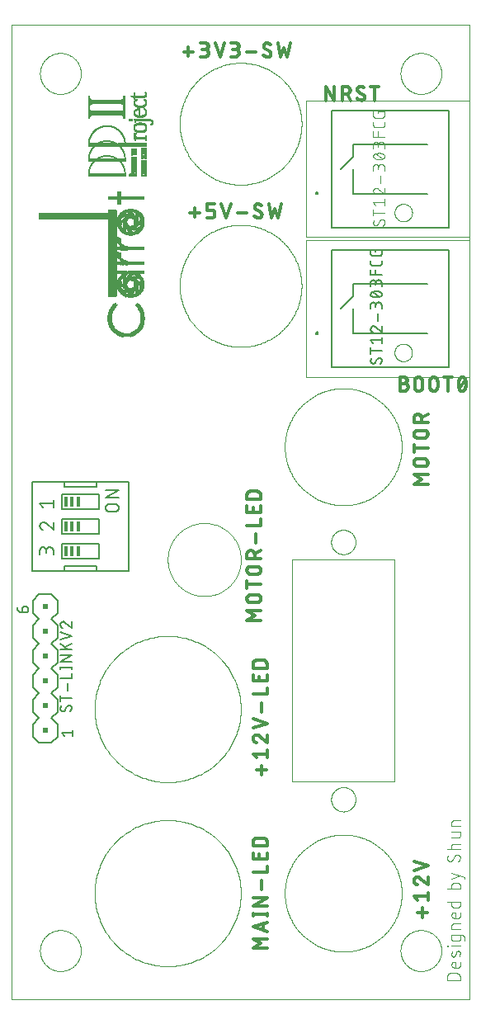
<source format=gto>
G04 EAGLE Gerber X2 export*
%TF.Part,Single*%
%TF.FileFunction,Other,Silk top*%
%TF.FilePolarity,Positive*%
%TF.GenerationSoftware,Autodesk,EAGLE,9.4.0*%
%TF.CreationDate,2019-06-23T01:53:00Z*%
G75*
%MOMM*%
%FSLAX34Y34*%
%LPD*%
%INSilk top*%
%AMOC8*
5,1,8,0,0,1.08239X$1,22.5*%
G01*
%ADD10C,0.050000*%
%ADD11C,0.101600*%
%ADD12C,0.355600*%
%ADD13C,0.152400*%
%ADD14C,0.127000*%
%ADD15R,0.508000X0.508000*%
%ADD16C,0.200000*%
%ADD17C,0.100000*%
%ADD18C,0.000000*%
%ADD19R,0.381000X1.016000*%
%ADD20R,0.018000X0.360000*%
%ADD21R,0.018000X0.684000*%
%ADD22R,0.018000X0.180000*%
%ADD23R,0.018000X0.216000*%
%ADD24R,0.018000X0.900000*%
%ADD25R,0.018000X0.486000*%
%ADD26R,0.018000X0.522000*%
%ADD27R,0.018000X1.062000*%
%ADD28R,0.018000X0.666000*%
%ADD29R,0.018000X0.702000*%
%ADD30R,0.018000X1.188000*%
%ADD31R,0.018000X0.792000*%
%ADD32R,0.018000X0.846000*%
%ADD33R,0.018000X1.332000*%
%ADD34R,0.018000X0.882000*%
%ADD35R,0.018000X0.342000*%
%ADD36R,0.018000X0.954000*%
%ADD37R,0.018000X0.324000*%
%ADD38R,0.018000X1.440000*%
%ADD39R,0.018000X0.990000*%
%ADD40R,0.018000X0.378000*%
%ADD41R,0.018000X0.396000*%
%ADD42R,0.018000X1.044000*%
%ADD43R,0.018000X1.530000*%
%ADD44R,0.018000X1.080000*%
%ADD45R,0.018000X1.134000*%
%ADD46R,0.018000X1.620000*%
%ADD47R,0.018000X1.170000*%
%ADD48R,0.018000X1.206000*%
%ADD49R,0.018000X1.710000*%
%ADD50R,0.018000X1.224000*%
%ADD51R,0.018000X1.296000*%
%ADD52R,0.018000X1.782000*%
%ADD53R,0.018000X1.368000*%
%ADD54R,0.018000X1.872000*%
%ADD55R,0.018000X1.350000*%
%ADD56R,0.018000X1.422000*%
%ADD57R,0.018000X1.944000*%
%ADD58R,0.018000X1.476000*%
%ADD59R,0.018000X2.016000*%
%ADD60R,0.018000X1.458000*%
%ADD61R,0.018000X2.070000*%
%ADD62R,0.018000X1.584000*%
%ADD63R,0.018000X2.142000*%
%ADD64R,0.018000X1.566000*%
%ADD65R,0.018000X2.178000*%
%ADD66R,0.018000X1.602000*%
%ADD67R,0.018000X1.674000*%
%ADD68R,0.018000X2.250000*%
%ADD69R,0.018000X1.728000*%
%ADD70R,0.018000X2.286000*%
%ADD71R,0.018000X1.764000*%
%ADD72R,0.018000X2.358000*%
%ADD73R,0.018000X1.746000*%
%ADD74R,0.018000X1.800000*%
%ADD75R,0.018000X2.394000*%
%ADD76R,0.018000X1.836000*%
%ADD77R,0.018000X1.008000*%
%ADD78R,0.018000X0.810000*%
%ADD79R,0.018000X0.936000*%
%ADD80R,0.018000X0.630000*%
%ADD81R,0.018000X0.738000*%
%ADD82R,0.018000X0.864000*%
%ADD83R,0.018000X0.828000*%
%ADD84R,0.018000X1.098000*%
%ADD85R,0.018000X0.594000*%
%ADD86R,0.018000X1.116000*%
%ADD87R,0.018000X0.558000*%
%ADD88R,0.018000X0.648000*%
%ADD89R,0.018000X0.774000*%
%ADD90R,0.018000X0.612000*%
%ADD91R,0.018000X0.756000*%
%ADD92R,0.018000X0.576000*%
%ADD93R,0.018000X0.468000*%
%ADD94R,0.018000X0.504000*%
%ADD95R,0.018000X0.720000*%
%ADD96R,0.018000X0.450000*%
%ADD97R,0.018000X0.432000*%
%ADD98R,0.018000X0.540000*%
%ADD99R,0.018000X0.414000*%
%ADD100R,0.018000X1.512000*%
%ADD101R,0.018000X1.548000*%
%ADD102R,0.018000X1.638000*%
%ADD103R,0.018000X1.656000*%
%ADD104R,0.018000X1.692000*%
%ADD105R,0.018000X0.288000*%
%ADD106R,0.018000X2.088000*%
%ADD107R,0.018000X2.520000*%
%ADD108R,0.018000X2.106000*%
%ADD109R,0.018000X2.538000*%
%ADD110R,0.018000X0.234000*%
%ADD111R,0.018000X2.124000*%
%ADD112R,0.018000X0.198000*%
%ADD113R,0.018000X0.162000*%
%ADD114R,0.018000X0.108000*%
%ADD115R,0.018000X0.072000*%
%ADD116R,0.018000X0.036000*%
%ADD117R,0.018000X1.026000*%
%ADD118R,0.018000X0.972000*%
%ADD119R,0.018000X1.494000*%
%ADD120R,0.018000X2.160000*%
%ADD121R,0.018000X2.682000*%
%ADD122R,0.018000X2.664000*%
%ADD123R,0.018000X2.556000*%
%ADD124R,0.018000X2.646000*%
%ADD125R,0.018000X2.502000*%
%ADD126R,0.018000X1.890000*%
%ADD127R,0.018000X1.854000*%
%ADD128R,0.018000X1.818000*%
%ADD129R,0.018000X0.054000*%
%ADD130R,0.018000X0.126000*%
%ADD131R,0.018000X1.386000*%
%ADD132R,0.018000X1.314000*%
%ADD133R,0.018000X1.278000*%
%ADD134R,0.018000X8.766000*%
%ADD135R,0.018000X8.856000*%
%ADD136R,0.018000X8.910000*%
%ADD137R,0.018000X8.946000*%
%ADD138R,0.018000X8.964000*%
%ADD139R,0.018000X8.982000*%
%ADD140R,0.018000X9.018000*%
%ADD141R,0.018000X2.322000*%
%ADD142R,0.018000X2.268000*%
%ADD143R,0.018000X2.214000*%
%ADD144R,0.018000X2.034000*%
%ADD145R,0.018000X1.980000*%
%ADD146R,0.018000X1.908000*%
%ADD147R,0.018000X8.838000*%
%ADD148R,0.018000X0.918000*%
%ADD149C,0.001000*%


D10*
X290769Y223241D02*
X290769Y451241D01*
X395769Y451241D02*
X395769Y223241D01*
X472950Y0D02*
X2950Y0D01*
X472950Y0D02*
X472950Y1000000D01*
X2950Y1000000D01*
X2950Y0D01*
X88069Y297835D02*
X88092Y299676D01*
X88159Y301515D01*
X88272Y303352D01*
X88430Y305186D01*
X88633Y307016D01*
X88881Y308840D01*
X89173Y310657D01*
X89510Y312467D01*
X89891Y314268D01*
X90317Y316059D01*
X90786Y317838D01*
X91298Y319606D01*
X91854Y321361D01*
X92453Y323102D01*
X93095Y324827D01*
X93778Y326536D01*
X94503Y328228D01*
X95270Y329902D01*
X96077Y331556D01*
X96925Y333190D01*
X97812Y334802D01*
X98739Y336393D01*
X99705Y337960D01*
X100709Y339503D01*
X101750Y341021D01*
X102828Y342512D01*
X103943Y343977D01*
X105093Y345414D01*
X106278Y346823D01*
X107498Y348202D01*
X108750Y349551D01*
X110036Y350868D01*
X111353Y352154D01*
X112702Y353406D01*
X114081Y354626D01*
X115490Y355811D01*
X116927Y356961D01*
X118392Y358076D01*
X119883Y359154D01*
X121401Y360195D01*
X122944Y361199D01*
X124511Y362165D01*
X126102Y363092D01*
X127714Y363979D01*
X129348Y364827D01*
X131002Y365634D01*
X132676Y366401D01*
X134368Y367126D01*
X136077Y367809D01*
X137802Y368451D01*
X139543Y369050D01*
X141298Y369606D01*
X143066Y370118D01*
X144845Y370587D01*
X146636Y371013D01*
X148437Y371394D01*
X150247Y371731D01*
X152064Y372023D01*
X153888Y372271D01*
X155718Y372474D01*
X157552Y372632D01*
X159389Y372745D01*
X161228Y372812D01*
X163069Y372835D01*
X164910Y372812D01*
X166749Y372745D01*
X168586Y372632D01*
X170420Y372474D01*
X172250Y372271D01*
X174074Y372023D01*
X175891Y371731D01*
X177701Y371394D01*
X179502Y371013D01*
X181293Y370587D01*
X183072Y370118D01*
X184840Y369606D01*
X186595Y369050D01*
X188336Y368451D01*
X190061Y367809D01*
X191770Y367126D01*
X193462Y366401D01*
X195136Y365634D01*
X196790Y364827D01*
X198424Y363979D01*
X200036Y363092D01*
X201627Y362165D01*
X203194Y361199D01*
X204737Y360195D01*
X206255Y359154D01*
X207746Y358076D01*
X209211Y356961D01*
X210648Y355811D01*
X212057Y354626D01*
X213436Y353406D01*
X214785Y352154D01*
X216102Y350868D01*
X217388Y349551D01*
X218640Y348202D01*
X219860Y346823D01*
X221045Y345414D01*
X222195Y343977D01*
X223310Y342512D01*
X224388Y341021D01*
X225429Y339503D01*
X226433Y337960D01*
X227399Y336393D01*
X228326Y334802D01*
X229213Y333190D01*
X230061Y331556D01*
X230868Y329902D01*
X231635Y328228D01*
X232360Y326536D01*
X233043Y324827D01*
X233685Y323102D01*
X234284Y321361D01*
X234840Y319606D01*
X235352Y317838D01*
X235821Y316059D01*
X236247Y314268D01*
X236628Y312467D01*
X236965Y310657D01*
X237257Y308840D01*
X237505Y307016D01*
X237708Y305186D01*
X237866Y303352D01*
X237979Y301515D01*
X238046Y299676D01*
X238069Y297835D01*
X238046Y295994D01*
X237979Y294155D01*
X237866Y292318D01*
X237708Y290484D01*
X237505Y288654D01*
X237257Y286830D01*
X236965Y285013D01*
X236628Y283203D01*
X236247Y281402D01*
X235821Y279611D01*
X235352Y277832D01*
X234840Y276064D01*
X234284Y274309D01*
X233685Y272568D01*
X233043Y270843D01*
X232360Y269134D01*
X231635Y267442D01*
X230868Y265768D01*
X230061Y264114D01*
X229213Y262480D01*
X228326Y260868D01*
X227399Y259277D01*
X226433Y257710D01*
X225429Y256167D01*
X224388Y254649D01*
X223310Y253158D01*
X222195Y251693D01*
X221045Y250256D01*
X219860Y248847D01*
X218640Y247468D01*
X217388Y246119D01*
X216102Y244802D01*
X214785Y243516D01*
X213436Y242264D01*
X212057Y241044D01*
X210648Y239859D01*
X209211Y238709D01*
X207746Y237594D01*
X206255Y236516D01*
X204737Y235475D01*
X203194Y234471D01*
X201627Y233505D01*
X200036Y232578D01*
X198424Y231691D01*
X196790Y230843D01*
X195136Y230036D01*
X193462Y229269D01*
X191770Y228544D01*
X190061Y227861D01*
X188336Y227219D01*
X186595Y226620D01*
X184840Y226064D01*
X183072Y225552D01*
X181293Y225083D01*
X179502Y224657D01*
X177701Y224276D01*
X175891Y223939D01*
X174074Y223647D01*
X172250Y223399D01*
X170420Y223196D01*
X168586Y223038D01*
X166749Y222925D01*
X164910Y222858D01*
X163069Y222835D01*
X161228Y222858D01*
X159389Y222925D01*
X157552Y223038D01*
X155718Y223196D01*
X153888Y223399D01*
X152064Y223647D01*
X150247Y223939D01*
X148437Y224276D01*
X146636Y224657D01*
X144845Y225083D01*
X143066Y225552D01*
X141298Y226064D01*
X139543Y226620D01*
X137802Y227219D01*
X136077Y227861D01*
X134368Y228544D01*
X132676Y229269D01*
X131002Y230036D01*
X129348Y230843D01*
X127714Y231691D01*
X126102Y232578D01*
X124511Y233505D01*
X122944Y234471D01*
X121401Y235475D01*
X119883Y236516D01*
X118392Y237594D01*
X116927Y238709D01*
X115490Y239859D01*
X114081Y241044D01*
X112702Y242264D01*
X111353Y243516D01*
X110036Y244802D01*
X108750Y246119D01*
X107498Y247468D01*
X106278Y248847D01*
X105093Y250256D01*
X103943Y251693D01*
X102828Y253158D01*
X101750Y254649D01*
X100709Y256167D01*
X99705Y257710D01*
X98739Y259277D01*
X97812Y260868D01*
X96925Y262480D01*
X96077Y264114D01*
X95270Y265768D01*
X94503Y267442D01*
X93778Y269134D01*
X93095Y270843D01*
X92453Y272568D01*
X91854Y274309D01*
X91298Y276064D01*
X90786Y277832D01*
X90317Y279611D01*
X89891Y281402D01*
X89510Y283203D01*
X89173Y285013D01*
X88881Y286830D01*
X88633Y288654D01*
X88430Y290484D01*
X88272Y292318D01*
X88159Y294155D01*
X88092Y295994D01*
X88069Y297835D01*
X330769Y205241D02*
X330773Y205548D01*
X330784Y205854D01*
X330803Y206161D01*
X330829Y206466D01*
X330863Y206771D01*
X330904Y207075D01*
X330953Y207378D01*
X331009Y207680D01*
X331073Y207980D01*
X331144Y208278D01*
X331222Y208575D01*
X331307Y208870D01*
X331400Y209162D01*
X331500Y209452D01*
X331607Y209740D01*
X331721Y210025D01*
X331841Y210307D01*
X331969Y210585D01*
X332104Y210861D01*
X332245Y211133D01*
X332393Y211402D01*
X332547Y211667D01*
X332708Y211928D01*
X332876Y212186D01*
X333049Y212439D01*
X333229Y212687D01*
X333415Y212931D01*
X333606Y213171D01*
X333804Y213406D01*
X334007Y213635D01*
X334216Y213860D01*
X334430Y214080D01*
X334650Y214294D01*
X334875Y214503D01*
X335104Y214706D01*
X335339Y214904D01*
X335579Y215095D01*
X335823Y215281D01*
X336071Y215461D01*
X336324Y215634D01*
X336582Y215802D01*
X336843Y215963D01*
X337108Y216117D01*
X337377Y216265D01*
X337649Y216406D01*
X337925Y216541D01*
X338203Y216669D01*
X338485Y216789D01*
X338770Y216903D01*
X339058Y217010D01*
X339348Y217110D01*
X339640Y217203D01*
X339935Y217288D01*
X340232Y217366D01*
X340530Y217437D01*
X340830Y217501D01*
X341132Y217557D01*
X341435Y217606D01*
X341739Y217647D01*
X342044Y217681D01*
X342349Y217707D01*
X342656Y217726D01*
X342962Y217737D01*
X343269Y217741D01*
X343576Y217737D01*
X343882Y217726D01*
X344189Y217707D01*
X344494Y217681D01*
X344799Y217647D01*
X345103Y217606D01*
X345406Y217557D01*
X345708Y217501D01*
X346008Y217437D01*
X346306Y217366D01*
X346603Y217288D01*
X346898Y217203D01*
X347190Y217110D01*
X347480Y217010D01*
X347768Y216903D01*
X348053Y216789D01*
X348335Y216669D01*
X348613Y216541D01*
X348889Y216406D01*
X349161Y216265D01*
X349430Y216117D01*
X349695Y215963D01*
X349956Y215802D01*
X350214Y215634D01*
X350467Y215461D01*
X350715Y215281D01*
X350959Y215095D01*
X351199Y214904D01*
X351434Y214706D01*
X351663Y214503D01*
X351888Y214294D01*
X352108Y214080D01*
X352322Y213860D01*
X352531Y213635D01*
X352734Y213406D01*
X352932Y213171D01*
X353123Y212931D01*
X353309Y212687D01*
X353489Y212439D01*
X353662Y212186D01*
X353830Y211928D01*
X353991Y211667D01*
X354145Y211402D01*
X354293Y211133D01*
X354434Y210861D01*
X354569Y210585D01*
X354697Y210307D01*
X354817Y210025D01*
X354931Y209740D01*
X355038Y209452D01*
X355138Y209162D01*
X355231Y208870D01*
X355316Y208575D01*
X355394Y208278D01*
X355465Y207980D01*
X355529Y207680D01*
X355585Y207378D01*
X355634Y207075D01*
X355675Y206771D01*
X355709Y206466D01*
X355735Y206161D01*
X355754Y205854D01*
X355765Y205548D01*
X355769Y205241D01*
X355765Y204934D01*
X355754Y204628D01*
X355735Y204321D01*
X355709Y204016D01*
X355675Y203711D01*
X355634Y203407D01*
X355585Y203104D01*
X355529Y202802D01*
X355465Y202502D01*
X355394Y202204D01*
X355316Y201907D01*
X355231Y201612D01*
X355138Y201320D01*
X355038Y201030D01*
X354931Y200742D01*
X354817Y200457D01*
X354697Y200175D01*
X354569Y199897D01*
X354434Y199621D01*
X354293Y199349D01*
X354145Y199080D01*
X353991Y198815D01*
X353830Y198554D01*
X353662Y198296D01*
X353489Y198043D01*
X353309Y197795D01*
X353123Y197551D01*
X352932Y197311D01*
X352734Y197076D01*
X352531Y196847D01*
X352322Y196622D01*
X352108Y196402D01*
X351888Y196188D01*
X351663Y195979D01*
X351434Y195776D01*
X351199Y195578D01*
X350959Y195387D01*
X350715Y195201D01*
X350467Y195021D01*
X350214Y194848D01*
X349956Y194680D01*
X349695Y194519D01*
X349430Y194365D01*
X349161Y194217D01*
X348889Y194076D01*
X348613Y193941D01*
X348335Y193813D01*
X348053Y193693D01*
X347768Y193579D01*
X347480Y193472D01*
X347190Y193372D01*
X346898Y193279D01*
X346603Y193194D01*
X346306Y193116D01*
X346008Y193045D01*
X345708Y192981D01*
X345406Y192925D01*
X345103Y192876D01*
X344799Y192835D01*
X344494Y192801D01*
X344189Y192775D01*
X343882Y192756D01*
X343576Y192745D01*
X343269Y192741D01*
X342962Y192745D01*
X342656Y192756D01*
X342349Y192775D01*
X342044Y192801D01*
X341739Y192835D01*
X341435Y192876D01*
X341132Y192925D01*
X340830Y192981D01*
X340530Y193045D01*
X340232Y193116D01*
X339935Y193194D01*
X339640Y193279D01*
X339348Y193372D01*
X339058Y193472D01*
X338770Y193579D01*
X338485Y193693D01*
X338203Y193813D01*
X337925Y193941D01*
X337649Y194076D01*
X337377Y194217D01*
X337108Y194365D01*
X336843Y194519D01*
X336582Y194680D01*
X336324Y194848D01*
X336071Y195021D01*
X335823Y195201D01*
X335579Y195387D01*
X335339Y195578D01*
X335104Y195776D01*
X334875Y195979D01*
X334650Y196188D01*
X334430Y196402D01*
X334216Y196622D01*
X334007Y196847D01*
X333804Y197076D01*
X333606Y197311D01*
X333415Y197551D01*
X333229Y197795D01*
X333049Y198043D01*
X332876Y198296D01*
X332708Y198554D01*
X332547Y198815D01*
X332393Y199080D01*
X332245Y199349D01*
X332104Y199621D01*
X331969Y199897D01*
X331841Y200175D01*
X331721Y200457D01*
X331607Y200742D01*
X331500Y201030D01*
X331400Y201320D01*
X331307Y201612D01*
X331222Y201907D01*
X331144Y202204D01*
X331073Y202502D01*
X331009Y202802D01*
X330953Y203104D01*
X330904Y203407D01*
X330863Y203711D01*
X330829Y204016D01*
X330803Y204321D01*
X330784Y204628D01*
X330773Y204934D01*
X330769Y205241D01*
X88069Y108941D02*
X88092Y110782D01*
X88159Y112621D01*
X88272Y114458D01*
X88430Y116292D01*
X88633Y118122D01*
X88881Y119946D01*
X89173Y121763D01*
X89510Y123573D01*
X89891Y125374D01*
X90317Y127165D01*
X90786Y128944D01*
X91298Y130712D01*
X91854Y132467D01*
X92453Y134208D01*
X93095Y135933D01*
X93778Y137642D01*
X94503Y139334D01*
X95270Y141008D01*
X96077Y142662D01*
X96925Y144296D01*
X97812Y145908D01*
X98739Y147499D01*
X99705Y149066D01*
X100709Y150609D01*
X101750Y152127D01*
X102828Y153618D01*
X103943Y155083D01*
X105093Y156520D01*
X106278Y157929D01*
X107498Y159308D01*
X108750Y160657D01*
X110036Y161974D01*
X111353Y163260D01*
X112702Y164512D01*
X114081Y165732D01*
X115490Y166917D01*
X116927Y168067D01*
X118392Y169182D01*
X119883Y170260D01*
X121401Y171301D01*
X122944Y172305D01*
X124511Y173271D01*
X126102Y174198D01*
X127714Y175085D01*
X129348Y175933D01*
X131002Y176740D01*
X132676Y177507D01*
X134368Y178232D01*
X136077Y178915D01*
X137802Y179557D01*
X139543Y180156D01*
X141298Y180712D01*
X143066Y181224D01*
X144845Y181693D01*
X146636Y182119D01*
X148437Y182500D01*
X150247Y182837D01*
X152064Y183129D01*
X153888Y183377D01*
X155718Y183580D01*
X157552Y183738D01*
X159389Y183851D01*
X161228Y183918D01*
X163069Y183941D01*
X164910Y183918D01*
X166749Y183851D01*
X168586Y183738D01*
X170420Y183580D01*
X172250Y183377D01*
X174074Y183129D01*
X175891Y182837D01*
X177701Y182500D01*
X179502Y182119D01*
X181293Y181693D01*
X183072Y181224D01*
X184840Y180712D01*
X186595Y180156D01*
X188336Y179557D01*
X190061Y178915D01*
X191770Y178232D01*
X193462Y177507D01*
X195136Y176740D01*
X196790Y175933D01*
X198424Y175085D01*
X200036Y174198D01*
X201627Y173271D01*
X203194Y172305D01*
X204737Y171301D01*
X206255Y170260D01*
X207746Y169182D01*
X209211Y168067D01*
X210648Y166917D01*
X212057Y165732D01*
X213436Y164512D01*
X214785Y163260D01*
X216102Y161974D01*
X217388Y160657D01*
X218640Y159308D01*
X219860Y157929D01*
X221045Y156520D01*
X222195Y155083D01*
X223310Y153618D01*
X224388Y152127D01*
X225429Y150609D01*
X226433Y149066D01*
X227399Y147499D01*
X228326Y145908D01*
X229213Y144296D01*
X230061Y142662D01*
X230868Y141008D01*
X231635Y139334D01*
X232360Y137642D01*
X233043Y135933D01*
X233685Y134208D01*
X234284Y132467D01*
X234840Y130712D01*
X235352Y128944D01*
X235821Y127165D01*
X236247Y125374D01*
X236628Y123573D01*
X236965Y121763D01*
X237257Y119946D01*
X237505Y118122D01*
X237708Y116292D01*
X237866Y114458D01*
X237979Y112621D01*
X238046Y110782D01*
X238069Y108941D01*
X238046Y107100D01*
X237979Y105261D01*
X237866Y103424D01*
X237708Y101590D01*
X237505Y99760D01*
X237257Y97936D01*
X236965Y96119D01*
X236628Y94309D01*
X236247Y92508D01*
X235821Y90717D01*
X235352Y88938D01*
X234840Y87170D01*
X234284Y85415D01*
X233685Y83674D01*
X233043Y81949D01*
X232360Y80240D01*
X231635Y78548D01*
X230868Y76874D01*
X230061Y75220D01*
X229213Y73586D01*
X228326Y71974D01*
X227399Y70383D01*
X226433Y68816D01*
X225429Y67273D01*
X224388Y65755D01*
X223310Y64264D01*
X222195Y62799D01*
X221045Y61362D01*
X219860Y59953D01*
X218640Y58574D01*
X217388Y57225D01*
X216102Y55908D01*
X214785Y54622D01*
X213436Y53370D01*
X212057Y52150D01*
X210648Y50965D01*
X209211Y49815D01*
X207746Y48700D01*
X206255Y47622D01*
X204737Y46581D01*
X203194Y45577D01*
X201627Y44611D01*
X200036Y43684D01*
X198424Y42797D01*
X196790Y41949D01*
X195136Y41142D01*
X193462Y40375D01*
X191770Y39650D01*
X190061Y38967D01*
X188336Y38325D01*
X186595Y37726D01*
X184840Y37170D01*
X183072Y36658D01*
X181293Y36189D01*
X179502Y35763D01*
X177701Y35382D01*
X175891Y35045D01*
X174074Y34753D01*
X172250Y34505D01*
X170420Y34302D01*
X168586Y34144D01*
X166749Y34031D01*
X164910Y33964D01*
X163069Y33941D01*
X161228Y33964D01*
X159389Y34031D01*
X157552Y34144D01*
X155718Y34302D01*
X153888Y34505D01*
X152064Y34753D01*
X150247Y35045D01*
X148437Y35382D01*
X146636Y35763D01*
X144845Y36189D01*
X143066Y36658D01*
X141298Y37170D01*
X139543Y37726D01*
X137802Y38325D01*
X136077Y38967D01*
X134368Y39650D01*
X132676Y40375D01*
X131002Y41142D01*
X129348Y41949D01*
X127714Y42797D01*
X126102Y43684D01*
X124511Y44611D01*
X122944Y45577D01*
X121401Y46581D01*
X119883Y47622D01*
X118392Y48700D01*
X116927Y49815D01*
X115490Y50965D01*
X114081Y52150D01*
X112702Y53370D01*
X111353Y54622D01*
X110036Y55908D01*
X108750Y57225D01*
X107498Y58574D01*
X106278Y59953D01*
X105093Y61362D01*
X103943Y62799D01*
X102828Y64264D01*
X101750Y65755D01*
X100709Y67273D01*
X99705Y68816D01*
X98739Y70383D01*
X97812Y71974D01*
X96925Y73586D01*
X96077Y75220D01*
X95270Y76874D01*
X94503Y78548D01*
X93778Y80240D01*
X93095Y81949D01*
X92453Y83674D01*
X91854Y85415D01*
X91298Y87170D01*
X90786Y88938D01*
X90317Y90717D01*
X89891Y92508D01*
X89510Y94309D01*
X89173Y96119D01*
X88881Y97936D01*
X88633Y99760D01*
X88430Y101590D01*
X88272Y103424D01*
X88159Y105261D01*
X88092Y107100D01*
X88069Y108941D01*
X401950Y50000D02*
X401956Y50515D01*
X401975Y51030D01*
X402007Y51545D01*
X402051Y52058D01*
X402108Y52571D01*
X402177Y53081D01*
X402259Y53590D01*
X402354Y54097D01*
X402460Y54601D01*
X402579Y55103D01*
X402711Y55601D01*
X402854Y56096D01*
X403010Y56587D01*
X403178Y57075D01*
X403357Y57558D01*
X403549Y58036D01*
X403752Y58510D01*
X403966Y58979D01*
X404192Y59442D01*
X404430Y59899D01*
X404678Y60351D01*
X404938Y60796D01*
X405208Y61235D01*
X405489Y61667D01*
X405781Y62092D01*
X406083Y62510D01*
X406395Y62920D01*
X406717Y63322D01*
X407049Y63717D01*
X407390Y64103D01*
X407741Y64480D01*
X408101Y64849D01*
X408470Y65209D01*
X408847Y65560D01*
X409233Y65901D01*
X409628Y66233D01*
X410030Y66555D01*
X410440Y66867D01*
X410858Y67169D01*
X411283Y67461D01*
X411715Y67742D01*
X412154Y68012D01*
X412599Y68272D01*
X413051Y68520D01*
X413508Y68758D01*
X413971Y68984D01*
X414440Y69198D01*
X414914Y69401D01*
X415392Y69593D01*
X415875Y69772D01*
X416363Y69940D01*
X416854Y70096D01*
X417349Y70239D01*
X417847Y70371D01*
X418349Y70490D01*
X418853Y70596D01*
X419360Y70691D01*
X419869Y70773D01*
X420379Y70842D01*
X420892Y70899D01*
X421405Y70943D01*
X421920Y70975D01*
X422435Y70994D01*
X422950Y71000D01*
X423465Y70994D01*
X423980Y70975D01*
X424495Y70943D01*
X425008Y70899D01*
X425521Y70842D01*
X426031Y70773D01*
X426540Y70691D01*
X427047Y70596D01*
X427551Y70490D01*
X428053Y70371D01*
X428551Y70239D01*
X429046Y70096D01*
X429537Y69940D01*
X430025Y69772D01*
X430508Y69593D01*
X430986Y69401D01*
X431460Y69198D01*
X431929Y68984D01*
X432392Y68758D01*
X432849Y68520D01*
X433301Y68272D01*
X433746Y68012D01*
X434185Y67742D01*
X434617Y67461D01*
X435042Y67169D01*
X435460Y66867D01*
X435870Y66555D01*
X436272Y66233D01*
X436667Y65901D01*
X437053Y65560D01*
X437430Y65209D01*
X437799Y64849D01*
X438159Y64480D01*
X438510Y64103D01*
X438851Y63717D01*
X439183Y63322D01*
X439505Y62920D01*
X439817Y62510D01*
X440119Y62092D01*
X440411Y61667D01*
X440692Y61235D01*
X440962Y60796D01*
X441222Y60351D01*
X441470Y59899D01*
X441708Y59442D01*
X441934Y58979D01*
X442148Y58510D01*
X442351Y58036D01*
X442543Y57558D01*
X442722Y57075D01*
X442890Y56587D01*
X443046Y56096D01*
X443189Y55601D01*
X443321Y55103D01*
X443440Y54601D01*
X443546Y54097D01*
X443641Y53590D01*
X443723Y53081D01*
X443792Y52571D01*
X443849Y52058D01*
X443893Y51545D01*
X443925Y51030D01*
X443944Y50515D01*
X443950Y50000D01*
X443944Y49485D01*
X443925Y48970D01*
X443893Y48455D01*
X443849Y47942D01*
X443792Y47429D01*
X443723Y46919D01*
X443641Y46410D01*
X443546Y45903D01*
X443440Y45399D01*
X443321Y44897D01*
X443189Y44399D01*
X443046Y43904D01*
X442890Y43413D01*
X442722Y42925D01*
X442543Y42442D01*
X442351Y41964D01*
X442148Y41490D01*
X441934Y41021D01*
X441708Y40558D01*
X441470Y40101D01*
X441222Y39649D01*
X440962Y39204D01*
X440692Y38765D01*
X440411Y38333D01*
X440119Y37908D01*
X439817Y37490D01*
X439505Y37080D01*
X439183Y36678D01*
X438851Y36283D01*
X438510Y35897D01*
X438159Y35520D01*
X437799Y35151D01*
X437430Y34791D01*
X437053Y34440D01*
X436667Y34099D01*
X436272Y33767D01*
X435870Y33445D01*
X435460Y33133D01*
X435042Y32831D01*
X434617Y32539D01*
X434185Y32258D01*
X433746Y31988D01*
X433301Y31728D01*
X432849Y31480D01*
X432392Y31242D01*
X431929Y31016D01*
X431460Y30802D01*
X430986Y30599D01*
X430508Y30407D01*
X430025Y30228D01*
X429537Y30060D01*
X429046Y29904D01*
X428551Y29761D01*
X428053Y29629D01*
X427551Y29510D01*
X427047Y29404D01*
X426540Y29309D01*
X426031Y29227D01*
X425521Y29158D01*
X425008Y29101D01*
X424495Y29057D01*
X423980Y29025D01*
X423465Y29006D01*
X422950Y29000D01*
X422435Y29006D01*
X421920Y29025D01*
X421405Y29057D01*
X420892Y29101D01*
X420379Y29158D01*
X419869Y29227D01*
X419360Y29309D01*
X418853Y29404D01*
X418349Y29510D01*
X417847Y29629D01*
X417349Y29761D01*
X416854Y29904D01*
X416363Y30060D01*
X415875Y30228D01*
X415392Y30407D01*
X414914Y30599D01*
X414440Y30802D01*
X413971Y31016D01*
X413508Y31242D01*
X413051Y31480D01*
X412599Y31728D01*
X412154Y31988D01*
X411715Y32258D01*
X411283Y32539D01*
X410858Y32831D01*
X410440Y33133D01*
X410030Y33445D01*
X409628Y33767D01*
X409233Y34099D01*
X408847Y34440D01*
X408470Y34791D01*
X408101Y35151D01*
X407741Y35520D01*
X407390Y35897D01*
X407049Y36283D01*
X406717Y36678D01*
X406395Y37080D01*
X406083Y37490D01*
X405781Y37908D01*
X405489Y38333D01*
X405208Y38765D01*
X404938Y39204D01*
X404678Y39649D01*
X404430Y40101D01*
X404192Y40558D01*
X403966Y41021D01*
X403752Y41490D01*
X403549Y41964D01*
X403357Y42442D01*
X403178Y42925D01*
X403010Y43413D01*
X402854Y43904D01*
X402711Y44399D01*
X402579Y44897D01*
X402460Y45399D01*
X402354Y45903D01*
X402259Y46410D01*
X402177Y46919D01*
X402108Y47429D01*
X402051Y47942D01*
X402007Y48455D01*
X401975Y48970D01*
X401956Y49485D01*
X401950Y50000D01*
X283269Y108941D02*
X283287Y110413D01*
X283341Y111885D01*
X283432Y113355D01*
X283558Y114822D01*
X283720Y116286D01*
X283918Y117745D01*
X284152Y119199D01*
X284422Y120646D01*
X284727Y122087D01*
X285067Y123520D01*
X285442Y124944D01*
X285853Y126358D01*
X286297Y127762D01*
X286776Y129154D01*
X287289Y130535D01*
X287836Y131902D01*
X288416Y133255D01*
X289030Y134594D01*
X289676Y135918D01*
X290354Y137225D01*
X291064Y138515D01*
X291805Y139787D01*
X292578Y141041D01*
X293381Y142275D01*
X294214Y143489D01*
X295077Y144683D01*
X295968Y145855D01*
X296888Y147005D01*
X297836Y148131D01*
X298812Y149235D01*
X299814Y150313D01*
X300843Y151367D01*
X301897Y152396D01*
X302975Y153398D01*
X304079Y154374D01*
X305205Y155322D01*
X306355Y156242D01*
X307527Y157133D01*
X308721Y157996D01*
X309935Y158829D01*
X311169Y159632D01*
X312423Y160405D01*
X313695Y161146D01*
X314985Y161856D01*
X316292Y162534D01*
X317616Y163180D01*
X318955Y163794D01*
X320308Y164374D01*
X321675Y164921D01*
X323056Y165434D01*
X324448Y165913D01*
X325852Y166357D01*
X327266Y166768D01*
X328690Y167143D01*
X330123Y167483D01*
X331564Y167788D01*
X333011Y168058D01*
X334465Y168292D01*
X335924Y168490D01*
X337388Y168652D01*
X338855Y168778D01*
X340325Y168869D01*
X341797Y168923D01*
X343269Y168941D01*
X344741Y168923D01*
X346213Y168869D01*
X347683Y168778D01*
X349150Y168652D01*
X350614Y168490D01*
X352073Y168292D01*
X353527Y168058D01*
X354974Y167788D01*
X356415Y167483D01*
X357848Y167143D01*
X359272Y166768D01*
X360686Y166357D01*
X362090Y165913D01*
X363482Y165434D01*
X364863Y164921D01*
X366230Y164374D01*
X367583Y163794D01*
X368922Y163180D01*
X370246Y162534D01*
X371553Y161856D01*
X372843Y161146D01*
X374115Y160405D01*
X375369Y159632D01*
X376603Y158829D01*
X377817Y157996D01*
X379011Y157133D01*
X380183Y156242D01*
X381333Y155322D01*
X382459Y154374D01*
X383563Y153398D01*
X384641Y152396D01*
X385695Y151367D01*
X386724Y150313D01*
X387726Y149235D01*
X388702Y148131D01*
X389650Y147005D01*
X390570Y145855D01*
X391461Y144683D01*
X392324Y143489D01*
X393157Y142275D01*
X393960Y141041D01*
X394733Y139787D01*
X395474Y138515D01*
X396184Y137225D01*
X396862Y135918D01*
X397508Y134594D01*
X398122Y133255D01*
X398702Y131902D01*
X399249Y130535D01*
X399762Y129154D01*
X400241Y127762D01*
X400685Y126358D01*
X401096Y124944D01*
X401471Y123520D01*
X401811Y122087D01*
X402116Y120646D01*
X402386Y119199D01*
X402620Y117745D01*
X402818Y116286D01*
X402980Y114822D01*
X403106Y113355D01*
X403197Y111885D01*
X403251Y110413D01*
X403269Y108941D01*
X403251Y107469D01*
X403197Y105997D01*
X403106Y104527D01*
X402980Y103060D01*
X402818Y101596D01*
X402620Y100137D01*
X402386Y98683D01*
X402116Y97236D01*
X401811Y95795D01*
X401471Y94362D01*
X401096Y92938D01*
X400685Y91524D01*
X400241Y90120D01*
X399762Y88728D01*
X399249Y87347D01*
X398702Y85980D01*
X398122Y84627D01*
X397508Y83288D01*
X396862Y81964D01*
X396184Y80657D01*
X395474Y79367D01*
X394733Y78095D01*
X393960Y76841D01*
X393157Y75607D01*
X392324Y74393D01*
X391461Y73199D01*
X390570Y72027D01*
X389650Y70877D01*
X388702Y69751D01*
X387726Y68647D01*
X386724Y67569D01*
X385695Y66515D01*
X384641Y65486D01*
X383563Y64484D01*
X382459Y63508D01*
X381333Y62560D01*
X380183Y61640D01*
X379011Y60749D01*
X377817Y59886D01*
X376603Y59053D01*
X375369Y58250D01*
X374115Y57477D01*
X372843Y56736D01*
X371553Y56026D01*
X370246Y55348D01*
X368922Y54702D01*
X367583Y54088D01*
X366230Y53508D01*
X364863Y52961D01*
X363482Y52448D01*
X362090Y51969D01*
X360686Y51525D01*
X359272Y51114D01*
X357848Y50739D01*
X356415Y50399D01*
X354974Y50094D01*
X353527Y49824D01*
X352073Y49590D01*
X350614Y49392D01*
X349150Y49230D01*
X347683Y49104D01*
X346213Y49013D01*
X344741Y48959D01*
X343269Y48941D01*
X341797Y48959D01*
X340325Y49013D01*
X338855Y49104D01*
X337388Y49230D01*
X335924Y49392D01*
X334465Y49590D01*
X333011Y49824D01*
X331564Y50094D01*
X330123Y50399D01*
X328690Y50739D01*
X327266Y51114D01*
X325852Y51525D01*
X324448Y51969D01*
X323056Y52448D01*
X321675Y52961D01*
X320308Y53508D01*
X318955Y54088D01*
X317616Y54702D01*
X316292Y55348D01*
X314985Y56026D01*
X313695Y56736D01*
X312423Y57477D01*
X311169Y58250D01*
X309935Y59053D01*
X308721Y59886D01*
X307527Y60749D01*
X306355Y61640D01*
X305205Y62560D01*
X304079Y63508D01*
X302975Y64484D01*
X301897Y65486D01*
X300843Y66515D01*
X299814Y67569D01*
X298812Y68647D01*
X297836Y69751D01*
X296888Y70877D01*
X295968Y72027D01*
X295077Y73199D01*
X294214Y74393D01*
X293381Y75607D01*
X292578Y76841D01*
X291805Y78095D01*
X291064Y79367D01*
X290354Y80657D01*
X289676Y81964D01*
X289030Y83288D01*
X288416Y84627D01*
X287836Y85980D01*
X287289Y87347D01*
X286776Y88728D01*
X286297Y90120D01*
X285853Y91524D01*
X285442Y92938D01*
X285067Y94362D01*
X284727Y95795D01*
X284422Y97236D01*
X284152Y98683D01*
X283918Y100137D01*
X283720Y101596D01*
X283558Y103060D01*
X283432Y104527D01*
X283341Y105997D01*
X283287Y107469D01*
X283269Y108941D01*
X31950Y50000D02*
X31956Y50515D01*
X31975Y51030D01*
X32007Y51545D01*
X32051Y52058D01*
X32108Y52571D01*
X32177Y53081D01*
X32259Y53590D01*
X32354Y54097D01*
X32460Y54601D01*
X32579Y55103D01*
X32711Y55601D01*
X32854Y56096D01*
X33010Y56587D01*
X33178Y57075D01*
X33357Y57558D01*
X33549Y58036D01*
X33752Y58510D01*
X33966Y58979D01*
X34192Y59442D01*
X34430Y59899D01*
X34678Y60351D01*
X34938Y60796D01*
X35208Y61235D01*
X35489Y61667D01*
X35781Y62092D01*
X36083Y62510D01*
X36395Y62920D01*
X36717Y63322D01*
X37049Y63717D01*
X37390Y64103D01*
X37741Y64480D01*
X38101Y64849D01*
X38470Y65209D01*
X38847Y65560D01*
X39233Y65901D01*
X39628Y66233D01*
X40030Y66555D01*
X40440Y66867D01*
X40858Y67169D01*
X41283Y67461D01*
X41715Y67742D01*
X42154Y68012D01*
X42599Y68272D01*
X43051Y68520D01*
X43508Y68758D01*
X43971Y68984D01*
X44440Y69198D01*
X44914Y69401D01*
X45392Y69593D01*
X45875Y69772D01*
X46363Y69940D01*
X46854Y70096D01*
X47349Y70239D01*
X47847Y70371D01*
X48349Y70490D01*
X48853Y70596D01*
X49360Y70691D01*
X49869Y70773D01*
X50379Y70842D01*
X50892Y70899D01*
X51405Y70943D01*
X51920Y70975D01*
X52435Y70994D01*
X52950Y71000D01*
X53465Y70994D01*
X53980Y70975D01*
X54495Y70943D01*
X55008Y70899D01*
X55521Y70842D01*
X56031Y70773D01*
X56540Y70691D01*
X57047Y70596D01*
X57551Y70490D01*
X58053Y70371D01*
X58551Y70239D01*
X59046Y70096D01*
X59537Y69940D01*
X60025Y69772D01*
X60508Y69593D01*
X60986Y69401D01*
X61460Y69198D01*
X61929Y68984D01*
X62392Y68758D01*
X62849Y68520D01*
X63301Y68272D01*
X63746Y68012D01*
X64185Y67742D01*
X64617Y67461D01*
X65042Y67169D01*
X65460Y66867D01*
X65870Y66555D01*
X66272Y66233D01*
X66667Y65901D01*
X67053Y65560D01*
X67430Y65209D01*
X67799Y64849D01*
X68159Y64480D01*
X68510Y64103D01*
X68851Y63717D01*
X69183Y63322D01*
X69505Y62920D01*
X69817Y62510D01*
X70119Y62092D01*
X70411Y61667D01*
X70692Y61235D01*
X70962Y60796D01*
X71222Y60351D01*
X71470Y59899D01*
X71708Y59442D01*
X71934Y58979D01*
X72148Y58510D01*
X72351Y58036D01*
X72543Y57558D01*
X72722Y57075D01*
X72890Y56587D01*
X73046Y56096D01*
X73189Y55601D01*
X73321Y55103D01*
X73440Y54601D01*
X73546Y54097D01*
X73641Y53590D01*
X73723Y53081D01*
X73792Y52571D01*
X73849Y52058D01*
X73893Y51545D01*
X73925Y51030D01*
X73944Y50515D01*
X73950Y50000D01*
X73944Y49485D01*
X73925Y48970D01*
X73893Y48455D01*
X73849Y47942D01*
X73792Y47429D01*
X73723Y46919D01*
X73641Y46410D01*
X73546Y45903D01*
X73440Y45399D01*
X73321Y44897D01*
X73189Y44399D01*
X73046Y43904D01*
X72890Y43413D01*
X72722Y42925D01*
X72543Y42442D01*
X72351Y41964D01*
X72148Y41490D01*
X71934Y41021D01*
X71708Y40558D01*
X71470Y40101D01*
X71222Y39649D01*
X70962Y39204D01*
X70692Y38765D01*
X70411Y38333D01*
X70119Y37908D01*
X69817Y37490D01*
X69505Y37080D01*
X69183Y36678D01*
X68851Y36283D01*
X68510Y35897D01*
X68159Y35520D01*
X67799Y35151D01*
X67430Y34791D01*
X67053Y34440D01*
X66667Y34099D01*
X66272Y33767D01*
X65870Y33445D01*
X65460Y33133D01*
X65042Y32831D01*
X64617Y32539D01*
X64185Y32258D01*
X63746Y31988D01*
X63301Y31728D01*
X62849Y31480D01*
X62392Y31242D01*
X61929Y31016D01*
X61460Y30802D01*
X60986Y30599D01*
X60508Y30407D01*
X60025Y30228D01*
X59537Y30060D01*
X59046Y29904D01*
X58551Y29761D01*
X58053Y29629D01*
X57551Y29510D01*
X57047Y29404D01*
X56540Y29309D01*
X56031Y29227D01*
X55521Y29158D01*
X55008Y29101D01*
X54495Y29057D01*
X53980Y29025D01*
X53465Y29006D01*
X52950Y29000D01*
X52435Y29006D01*
X51920Y29025D01*
X51405Y29057D01*
X50892Y29101D01*
X50379Y29158D01*
X49869Y29227D01*
X49360Y29309D01*
X48853Y29404D01*
X48349Y29510D01*
X47847Y29629D01*
X47349Y29761D01*
X46854Y29904D01*
X46363Y30060D01*
X45875Y30228D01*
X45392Y30407D01*
X44914Y30599D01*
X44440Y30802D01*
X43971Y31016D01*
X43508Y31242D01*
X43051Y31480D01*
X42599Y31728D01*
X42154Y31988D01*
X41715Y32258D01*
X41283Y32539D01*
X40858Y32831D01*
X40440Y33133D01*
X40030Y33445D01*
X39628Y33767D01*
X39233Y34099D01*
X38847Y34440D01*
X38470Y34791D01*
X38101Y35151D01*
X37741Y35520D01*
X37390Y35897D01*
X37049Y36283D01*
X36717Y36678D01*
X36395Y37080D01*
X36083Y37490D01*
X35781Y37908D01*
X35489Y38333D01*
X35208Y38765D01*
X34938Y39204D01*
X34678Y39649D01*
X34430Y40101D01*
X34192Y40558D01*
X33966Y41021D01*
X33752Y41490D01*
X33549Y41964D01*
X33357Y42442D01*
X33178Y42925D01*
X33010Y43413D01*
X32854Y43904D01*
X32711Y44399D01*
X32579Y44897D01*
X32460Y45399D01*
X32354Y45903D01*
X32259Y46410D01*
X32177Y46919D01*
X32108Y47429D01*
X32051Y47942D01*
X32007Y48455D01*
X31975Y48970D01*
X31956Y49485D01*
X31950Y50000D01*
X175450Y732064D02*
X175469Y733598D01*
X175525Y735131D01*
X175619Y736662D01*
X175751Y738190D01*
X175920Y739715D01*
X176126Y741235D01*
X176370Y742749D01*
X176651Y744257D01*
X176969Y745758D01*
X177323Y747250D01*
X177714Y748734D01*
X178141Y750207D01*
X178604Y751669D01*
X179103Y753120D01*
X179638Y754557D01*
X180208Y755982D01*
X180812Y757392D01*
X181451Y758786D01*
X182123Y760165D01*
X182830Y761526D01*
X183570Y762870D01*
X184342Y764195D01*
X185147Y765501D01*
X185983Y766787D01*
X186851Y768052D01*
X187750Y769295D01*
X188678Y770516D01*
X189637Y771714D01*
X190624Y772887D01*
X191641Y774036D01*
X192685Y775160D01*
X193756Y776258D01*
X194854Y777329D01*
X195978Y778373D01*
X197127Y779390D01*
X198300Y780377D01*
X199498Y781336D01*
X200719Y782264D01*
X201962Y783163D01*
X203227Y784031D01*
X204513Y784867D01*
X205819Y785672D01*
X207144Y786444D01*
X208488Y787184D01*
X209849Y787891D01*
X211228Y788563D01*
X212622Y789202D01*
X214032Y789806D01*
X215457Y790376D01*
X216894Y790911D01*
X218345Y791410D01*
X219807Y791873D01*
X221280Y792300D01*
X222764Y792691D01*
X224256Y793045D01*
X225757Y793363D01*
X227265Y793644D01*
X228779Y793888D01*
X230299Y794094D01*
X231824Y794263D01*
X233352Y794395D01*
X234883Y794489D01*
X236416Y794545D01*
X237950Y794564D01*
X239484Y794545D01*
X241017Y794489D01*
X242548Y794395D01*
X244076Y794263D01*
X245601Y794094D01*
X247121Y793888D01*
X248635Y793644D01*
X250143Y793363D01*
X251644Y793045D01*
X253136Y792691D01*
X254620Y792300D01*
X256093Y791873D01*
X257555Y791410D01*
X259006Y790911D01*
X260443Y790376D01*
X261868Y789806D01*
X263278Y789202D01*
X264672Y788563D01*
X266051Y787891D01*
X267412Y787184D01*
X268756Y786444D01*
X270081Y785672D01*
X271387Y784867D01*
X272673Y784031D01*
X273938Y783163D01*
X275181Y782264D01*
X276402Y781336D01*
X277600Y780377D01*
X278773Y779390D01*
X279922Y778373D01*
X281046Y777329D01*
X282144Y776258D01*
X283215Y775160D01*
X284259Y774036D01*
X285276Y772887D01*
X286263Y771714D01*
X287222Y770516D01*
X288150Y769295D01*
X289049Y768052D01*
X289917Y766787D01*
X290753Y765501D01*
X291558Y764195D01*
X292330Y762870D01*
X293070Y761526D01*
X293777Y760165D01*
X294449Y758786D01*
X295088Y757392D01*
X295692Y755982D01*
X296262Y754557D01*
X296797Y753120D01*
X297296Y751669D01*
X297759Y750207D01*
X298186Y748734D01*
X298577Y747250D01*
X298931Y745758D01*
X299249Y744257D01*
X299530Y742749D01*
X299774Y741235D01*
X299980Y739715D01*
X300149Y738190D01*
X300281Y736662D01*
X300375Y735131D01*
X300431Y733598D01*
X300450Y732064D01*
X300431Y730530D01*
X300375Y728997D01*
X300281Y727466D01*
X300149Y725938D01*
X299980Y724413D01*
X299774Y722893D01*
X299530Y721379D01*
X299249Y719871D01*
X298931Y718370D01*
X298577Y716878D01*
X298186Y715394D01*
X297759Y713921D01*
X297296Y712459D01*
X296797Y711008D01*
X296262Y709571D01*
X295692Y708146D01*
X295088Y706736D01*
X294449Y705342D01*
X293777Y703963D01*
X293070Y702602D01*
X292330Y701258D01*
X291558Y699933D01*
X290753Y698627D01*
X289917Y697341D01*
X289049Y696076D01*
X288150Y694833D01*
X287222Y693612D01*
X286263Y692414D01*
X285276Y691241D01*
X284259Y690092D01*
X283215Y688968D01*
X282144Y687870D01*
X281046Y686799D01*
X279922Y685755D01*
X278773Y684738D01*
X277600Y683751D01*
X276402Y682792D01*
X275181Y681864D01*
X273938Y680965D01*
X272673Y680097D01*
X271387Y679261D01*
X270081Y678456D01*
X268756Y677684D01*
X267412Y676944D01*
X266051Y676237D01*
X264672Y675565D01*
X263278Y674926D01*
X261868Y674322D01*
X260443Y673752D01*
X259006Y673217D01*
X257555Y672718D01*
X256093Y672255D01*
X254620Y671828D01*
X253136Y671437D01*
X251644Y671083D01*
X250143Y670765D01*
X248635Y670484D01*
X247121Y670240D01*
X245601Y670034D01*
X244076Y669865D01*
X242548Y669733D01*
X241017Y669639D01*
X239484Y669583D01*
X237950Y669564D01*
X236416Y669583D01*
X234883Y669639D01*
X233352Y669733D01*
X231824Y669865D01*
X230299Y670034D01*
X228779Y670240D01*
X227265Y670484D01*
X225757Y670765D01*
X224256Y671083D01*
X222764Y671437D01*
X221280Y671828D01*
X219807Y672255D01*
X218345Y672718D01*
X216894Y673217D01*
X215457Y673752D01*
X214032Y674322D01*
X212622Y674926D01*
X211228Y675565D01*
X209849Y676237D01*
X208488Y676944D01*
X207144Y677684D01*
X205819Y678456D01*
X204513Y679261D01*
X203227Y680097D01*
X201962Y680965D01*
X200719Y681864D01*
X199498Y682792D01*
X198300Y683751D01*
X197127Y684738D01*
X195978Y685755D01*
X194854Y686799D01*
X193756Y687870D01*
X192685Y688968D01*
X191641Y690092D01*
X190624Y691241D01*
X189637Y692414D01*
X188678Y693612D01*
X187750Y694833D01*
X186851Y696076D01*
X185983Y697341D01*
X185147Y698627D01*
X184342Y699933D01*
X183570Y701258D01*
X182830Y702602D01*
X182123Y703963D01*
X181451Y705342D01*
X180812Y706736D01*
X180208Y708146D01*
X179638Y709571D01*
X179103Y711008D01*
X178604Y712459D01*
X178141Y713921D01*
X177714Y715394D01*
X177323Y716878D01*
X176969Y718370D01*
X176651Y719871D01*
X176370Y721379D01*
X176126Y722893D01*
X175920Y724413D01*
X175751Y725938D01*
X175619Y727466D01*
X175525Y728997D01*
X175469Y730530D01*
X175450Y732064D01*
X175450Y898369D02*
X175469Y899903D01*
X175525Y901436D01*
X175619Y902967D01*
X175751Y904495D01*
X175920Y906020D01*
X176126Y907540D01*
X176370Y909054D01*
X176651Y910562D01*
X176969Y912063D01*
X177323Y913555D01*
X177714Y915039D01*
X178141Y916512D01*
X178604Y917974D01*
X179103Y919425D01*
X179638Y920862D01*
X180208Y922287D01*
X180812Y923697D01*
X181451Y925091D01*
X182123Y926470D01*
X182830Y927831D01*
X183570Y929175D01*
X184342Y930500D01*
X185147Y931806D01*
X185983Y933092D01*
X186851Y934357D01*
X187750Y935600D01*
X188678Y936821D01*
X189637Y938019D01*
X190624Y939192D01*
X191641Y940341D01*
X192685Y941465D01*
X193756Y942563D01*
X194854Y943634D01*
X195978Y944678D01*
X197127Y945695D01*
X198300Y946682D01*
X199498Y947641D01*
X200719Y948569D01*
X201962Y949468D01*
X203227Y950336D01*
X204513Y951172D01*
X205819Y951977D01*
X207144Y952749D01*
X208488Y953489D01*
X209849Y954196D01*
X211228Y954868D01*
X212622Y955507D01*
X214032Y956111D01*
X215457Y956681D01*
X216894Y957216D01*
X218345Y957715D01*
X219807Y958178D01*
X221280Y958605D01*
X222764Y958996D01*
X224256Y959350D01*
X225757Y959668D01*
X227265Y959949D01*
X228779Y960193D01*
X230299Y960399D01*
X231824Y960568D01*
X233352Y960700D01*
X234883Y960794D01*
X236416Y960850D01*
X237950Y960869D01*
X239484Y960850D01*
X241017Y960794D01*
X242548Y960700D01*
X244076Y960568D01*
X245601Y960399D01*
X247121Y960193D01*
X248635Y959949D01*
X250143Y959668D01*
X251644Y959350D01*
X253136Y958996D01*
X254620Y958605D01*
X256093Y958178D01*
X257555Y957715D01*
X259006Y957216D01*
X260443Y956681D01*
X261868Y956111D01*
X263278Y955507D01*
X264672Y954868D01*
X266051Y954196D01*
X267412Y953489D01*
X268756Y952749D01*
X270081Y951977D01*
X271387Y951172D01*
X272673Y950336D01*
X273938Y949468D01*
X275181Y948569D01*
X276402Y947641D01*
X277600Y946682D01*
X278773Y945695D01*
X279922Y944678D01*
X281046Y943634D01*
X282144Y942563D01*
X283215Y941465D01*
X284259Y940341D01*
X285276Y939192D01*
X286263Y938019D01*
X287222Y936821D01*
X288150Y935600D01*
X289049Y934357D01*
X289917Y933092D01*
X290753Y931806D01*
X291558Y930500D01*
X292330Y929175D01*
X293070Y927831D01*
X293777Y926470D01*
X294449Y925091D01*
X295088Y923697D01*
X295692Y922287D01*
X296262Y920862D01*
X296797Y919425D01*
X297296Y917974D01*
X297759Y916512D01*
X298186Y915039D01*
X298577Y913555D01*
X298931Y912063D01*
X299249Y910562D01*
X299530Y909054D01*
X299774Y907540D01*
X299980Y906020D01*
X300149Y904495D01*
X300281Y902967D01*
X300375Y901436D01*
X300431Y899903D01*
X300450Y898369D01*
X300431Y896835D01*
X300375Y895302D01*
X300281Y893771D01*
X300149Y892243D01*
X299980Y890718D01*
X299774Y889198D01*
X299530Y887684D01*
X299249Y886176D01*
X298931Y884675D01*
X298577Y883183D01*
X298186Y881699D01*
X297759Y880226D01*
X297296Y878764D01*
X296797Y877313D01*
X296262Y875876D01*
X295692Y874451D01*
X295088Y873041D01*
X294449Y871647D01*
X293777Y870268D01*
X293070Y868907D01*
X292330Y867563D01*
X291558Y866238D01*
X290753Y864932D01*
X289917Y863646D01*
X289049Y862381D01*
X288150Y861138D01*
X287222Y859917D01*
X286263Y858719D01*
X285276Y857546D01*
X284259Y856397D01*
X283215Y855273D01*
X282144Y854175D01*
X281046Y853104D01*
X279922Y852060D01*
X278773Y851043D01*
X277600Y850056D01*
X276402Y849097D01*
X275181Y848169D01*
X273938Y847270D01*
X272673Y846402D01*
X271387Y845566D01*
X270081Y844761D01*
X268756Y843989D01*
X267412Y843249D01*
X266051Y842542D01*
X264672Y841870D01*
X263278Y841231D01*
X261868Y840627D01*
X260443Y840057D01*
X259006Y839522D01*
X257555Y839023D01*
X256093Y838560D01*
X254620Y838133D01*
X253136Y837742D01*
X251644Y837388D01*
X250143Y837070D01*
X248635Y836789D01*
X247121Y836545D01*
X245601Y836339D01*
X244076Y836170D01*
X242548Y836038D01*
X241017Y835944D01*
X239484Y835888D01*
X237950Y835869D01*
X236416Y835888D01*
X234883Y835944D01*
X233352Y836038D01*
X231824Y836170D01*
X230299Y836339D01*
X228779Y836545D01*
X227265Y836789D01*
X225757Y837070D01*
X224256Y837388D01*
X222764Y837742D01*
X221280Y838133D01*
X219807Y838560D01*
X218345Y839023D01*
X216894Y839522D01*
X215457Y840057D01*
X214032Y840627D01*
X212622Y841231D01*
X211228Y841870D01*
X209849Y842542D01*
X208488Y843249D01*
X207144Y843989D01*
X205819Y844761D01*
X204513Y845566D01*
X203227Y846402D01*
X201962Y847270D01*
X200719Y848169D01*
X199498Y849097D01*
X198300Y850056D01*
X197127Y851043D01*
X195978Y852060D01*
X194854Y853104D01*
X193756Y854175D01*
X192685Y855273D01*
X191641Y856397D01*
X190624Y857546D01*
X189637Y858719D01*
X188678Y859917D01*
X187750Y861138D01*
X186851Y862381D01*
X185983Y863646D01*
X185147Y864932D01*
X184342Y866238D01*
X183570Y867563D01*
X182830Y868907D01*
X182123Y870268D01*
X181451Y871647D01*
X180812Y873041D01*
X180208Y874451D01*
X179638Y875876D01*
X179103Y877313D01*
X178604Y878764D01*
X178141Y880226D01*
X177714Y881699D01*
X177323Y883183D01*
X176969Y884675D01*
X176651Y886176D01*
X176370Y887684D01*
X176126Y889198D01*
X175920Y890718D01*
X175751Y892243D01*
X175619Y893771D01*
X175525Y895302D01*
X175469Y896835D01*
X175450Y898369D01*
X401950Y950000D02*
X401956Y950515D01*
X401975Y951030D01*
X402007Y951545D01*
X402051Y952058D01*
X402108Y952571D01*
X402177Y953081D01*
X402259Y953590D01*
X402354Y954097D01*
X402460Y954601D01*
X402579Y955103D01*
X402711Y955601D01*
X402854Y956096D01*
X403010Y956587D01*
X403178Y957075D01*
X403357Y957558D01*
X403549Y958036D01*
X403752Y958510D01*
X403966Y958979D01*
X404192Y959442D01*
X404430Y959899D01*
X404678Y960351D01*
X404938Y960796D01*
X405208Y961235D01*
X405489Y961667D01*
X405781Y962092D01*
X406083Y962510D01*
X406395Y962920D01*
X406717Y963322D01*
X407049Y963717D01*
X407390Y964103D01*
X407741Y964480D01*
X408101Y964849D01*
X408470Y965209D01*
X408847Y965560D01*
X409233Y965901D01*
X409628Y966233D01*
X410030Y966555D01*
X410440Y966867D01*
X410858Y967169D01*
X411283Y967461D01*
X411715Y967742D01*
X412154Y968012D01*
X412599Y968272D01*
X413051Y968520D01*
X413508Y968758D01*
X413971Y968984D01*
X414440Y969198D01*
X414914Y969401D01*
X415392Y969593D01*
X415875Y969772D01*
X416363Y969940D01*
X416854Y970096D01*
X417349Y970239D01*
X417847Y970371D01*
X418349Y970490D01*
X418853Y970596D01*
X419360Y970691D01*
X419869Y970773D01*
X420379Y970842D01*
X420892Y970899D01*
X421405Y970943D01*
X421920Y970975D01*
X422435Y970994D01*
X422950Y971000D01*
X423465Y970994D01*
X423980Y970975D01*
X424495Y970943D01*
X425008Y970899D01*
X425521Y970842D01*
X426031Y970773D01*
X426540Y970691D01*
X427047Y970596D01*
X427551Y970490D01*
X428053Y970371D01*
X428551Y970239D01*
X429046Y970096D01*
X429537Y969940D01*
X430025Y969772D01*
X430508Y969593D01*
X430986Y969401D01*
X431460Y969198D01*
X431929Y968984D01*
X432392Y968758D01*
X432849Y968520D01*
X433301Y968272D01*
X433746Y968012D01*
X434185Y967742D01*
X434617Y967461D01*
X435042Y967169D01*
X435460Y966867D01*
X435870Y966555D01*
X436272Y966233D01*
X436667Y965901D01*
X437053Y965560D01*
X437430Y965209D01*
X437799Y964849D01*
X438159Y964480D01*
X438510Y964103D01*
X438851Y963717D01*
X439183Y963322D01*
X439505Y962920D01*
X439817Y962510D01*
X440119Y962092D01*
X440411Y961667D01*
X440692Y961235D01*
X440962Y960796D01*
X441222Y960351D01*
X441470Y959899D01*
X441708Y959442D01*
X441934Y958979D01*
X442148Y958510D01*
X442351Y958036D01*
X442543Y957558D01*
X442722Y957075D01*
X442890Y956587D01*
X443046Y956096D01*
X443189Y955601D01*
X443321Y955103D01*
X443440Y954601D01*
X443546Y954097D01*
X443641Y953590D01*
X443723Y953081D01*
X443792Y952571D01*
X443849Y952058D01*
X443893Y951545D01*
X443925Y951030D01*
X443944Y950515D01*
X443950Y950000D01*
X443944Y949485D01*
X443925Y948970D01*
X443893Y948455D01*
X443849Y947942D01*
X443792Y947429D01*
X443723Y946919D01*
X443641Y946410D01*
X443546Y945903D01*
X443440Y945399D01*
X443321Y944897D01*
X443189Y944399D01*
X443046Y943904D01*
X442890Y943413D01*
X442722Y942925D01*
X442543Y942442D01*
X442351Y941964D01*
X442148Y941490D01*
X441934Y941021D01*
X441708Y940558D01*
X441470Y940101D01*
X441222Y939649D01*
X440962Y939204D01*
X440692Y938765D01*
X440411Y938333D01*
X440119Y937908D01*
X439817Y937490D01*
X439505Y937080D01*
X439183Y936678D01*
X438851Y936283D01*
X438510Y935897D01*
X438159Y935520D01*
X437799Y935151D01*
X437430Y934791D01*
X437053Y934440D01*
X436667Y934099D01*
X436272Y933767D01*
X435870Y933445D01*
X435460Y933133D01*
X435042Y932831D01*
X434617Y932539D01*
X434185Y932258D01*
X433746Y931988D01*
X433301Y931728D01*
X432849Y931480D01*
X432392Y931242D01*
X431929Y931016D01*
X431460Y930802D01*
X430986Y930599D01*
X430508Y930407D01*
X430025Y930228D01*
X429537Y930060D01*
X429046Y929904D01*
X428551Y929761D01*
X428053Y929629D01*
X427551Y929510D01*
X427047Y929404D01*
X426540Y929309D01*
X426031Y929227D01*
X425521Y929158D01*
X425008Y929101D01*
X424495Y929057D01*
X423980Y929025D01*
X423465Y929006D01*
X422950Y929000D01*
X422435Y929006D01*
X421920Y929025D01*
X421405Y929057D01*
X420892Y929101D01*
X420379Y929158D01*
X419869Y929227D01*
X419360Y929309D01*
X418853Y929404D01*
X418349Y929510D01*
X417847Y929629D01*
X417349Y929761D01*
X416854Y929904D01*
X416363Y930060D01*
X415875Y930228D01*
X415392Y930407D01*
X414914Y930599D01*
X414440Y930802D01*
X413971Y931016D01*
X413508Y931242D01*
X413051Y931480D01*
X412599Y931728D01*
X412154Y931988D01*
X411715Y932258D01*
X411283Y932539D01*
X410858Y932831D01*
X410440Y933133D01*
X410030Y933445D01*
X409628Y933767D01*
X409233Y934099D01*
X408847Y934440D01*
X408470Y934791D01*
X408101Y935151D01*
X407741Y935520D01*
X407390Y935897D01*
X407049Y936283D01*
X406717Y936678D01*
X406395Y937080D01*
X406083Y937490D01*
X405781Y937908D01*
X405489Y938333D01*
X405208Y938765D01*
X404938Y939204D01*
X404678Y939649D01*
X404430Y940101D01*
X404192Y940558D01*
X403966Y941021D01*
X403752Y941490D01*
X403549Y941964D01*
X403357Y942442D01*
X403178Y942925D01*
X403010Y943413D01*
X402854Y943904D01*
X402711Y944399D01*
X402579Y944897D01*
X402460Y945399D01*
X402354Y945903D01*
X402259Y946410D01*
X402177Y946919D01*
X402108Y947429D01*
X402051Y947942D01*
X402007Y948455D01*
X401975Y948970D01*
X401956Y949485D01*
X401950Y950000D01*
X31950Y950000D02*
X31956Y950515D01*
X31975Y951030D01*
X32007Y951545D01*
X32051Y952058D01*
X32108Y952571D01*
X32177Y953081D01*
X32259Y953590D01*
X32354Y954097D01*
X32460Y954601D01*
X32579Y955103D01*
X32711Y955601D01*
X32854Y956096D01*
X33010Y956587D01*
X33178Y957075D01*
X33357Y957558D01*
X33549Y958036D01*
X33752Y958510D01*
X33966Y958979D01*
X34192Y959442D01*
X34430Y959899D01*
X34678Y960351D01*
X34938Y960796D01*
X35208Y961235D01*
X35489Y961667D01*
X35781Y962092D01*
X36083Y962510D01*
X36395Y962920D01*
X36717Y963322D01*
X37049Y963717D01*
X37390Y964103D01*
X37741Y964480D01*
X38101Y964849D01*
X38470Y965209D01*
X38847Y965560D01*
X39233Y965901D01*
X39628Y966233D01*
X40030Y966555D01*
X40440Y966867D01*
X40858Y967169D01*
X41283Y967461D01*
X41715Y967742D01*
X42154Y968012D01*
X42599Y968272D01*
X43051Y968520D01*
X43508Y968758D01*
X43971Y968984D01*
X44440Y969198D01*
X44914Y969401D01*
X45392Y969593D01*
X45875Y969772D01*
X46363Y969940D01*
X46854Y970096D01*
X47349Y970239D01*
X47847Y970371D01*
X48349Y970490D01*
X48853Y970596D01*
X49360Y970691D01*
X49869Y970773D01*
X50379Y970842D01*
X50892Y970899D01*
X51405Y970943D01*
X51920Y970975D01*
X52435Y970994D01*
X52950Y971000D01*
X53465Y970994D01*
X53980Y970975D01*
X54495Y970943D01*
X55008Y970899D01*
X55521Y970842D01*
X56031Y970773D01*
X56540Y970691D01*
X57047Y970596D01*
X57551Y970490D01*
X58053Y970371D01*
X58551Y970239D01*
X59046Y970096D01*
X59537Y969940D01*
X60025Y969772D01*
X60508Y969593D01*
X60986Y969401D01*
X61460Y969198D01*
X61929Y968984D01*
X62392Y968758D01*
X62849Y968520D01*
X63301Y968272D01*
X63746Y968012D01*
X64185Y967742D01*
X64617Y967461D01*
X65042Y967169D01*
X65460Y966867D01*
X65870Y966555D01*
X66272Y966233D01*
X66667Y965901D01*
X67053Y965560D01*
X67430Y965209D01*
X67799Y964849D01*
X68159Y964480D01*
X68510Y964103D01*
X68851Y963717D01*
X69183Y963322D01*
X69505Y962920D01*
X69817Y962510D01*
X70119Y962092D01*
X70411Y961667D01*
X70692Y961235D01*
X70962Y960796D01*
X71222Y960351D01*
X71470Y959899D01*
X71708Y959442D01*
X71934Y958979D01*
X72148Y958510D01*
X72351Y958036D01*
X72543Y957558D01*
X72722Y957075D01*
X72890Y956587D01*
X73046Y956096D01*
X73189Y955601D01*
X73321Y955103D01*
X73440Y954601D01*
X73546Y954097D01*
X73641Y953590D01*
X73723Y953081D01*
X73792Y952571D01*
X73849Y952058D01*
X73893Y951545D01*
X73925Y951030D01*
X73944Y950515D01*
X73950Y950000D01*
X73944Y949485D01*
X73925Y948970D01*
X73893Y948455D01*
X73849Y947942D01*
X73792Y947429D01*
X73723Y946919D01*
X73641Y946410D01*
X73546Y945903D01*
X73440Y945399D01*
X73321Y944897D01*
X73189Y944399D01*
X73046Y943904D01*
X72890Y943413D01*
X72722Y942925D01*
X72543Y942442D01*
X72351Y941964D01*
X72148Y941490D01*
X71934Y941021D01*
X71708Y940558D01*
X71470Y940101D01*
X71222Y939649D01*
X70962Y939204D01*
X70692Y938765D01*
X70411Y938333D01*
X70119Y937908D01*
X69817Y937490D01*
X69505Y937080D01*
X69183Y936678D01*
X68851Y936283D01*
X68510Y935897D01*
X68159Y935520D01*
X67799Y935151D01*
X67430Y934791D01*
X67053Y934440D01*
X66667Y934099D01*
X66272Y933767D01*
X65870Y933445D01*
X65460Y933133D01*
X65042Y932831D01*
X64617Y932539D01*
X64185Y932258D01*
X63746Y931988D01*
X63301Y931728D01*
X62849Y931480D01*
X62392Y931242D01*
X61929Y931016D01*
X61460Y930802D01*
X60986Y930599D01*
X60508Y930407D01*
X60025Y930228D01*
X59537Y930060D01*
X59046Y929904D01*
X58551Y929761D01*
X58053Y929629D01*
X57551Y929510D01*
X57047Y929404D01*
X56540Y929309D01*
X56031Y929227D01*
X55521Y929158D01*
X55008Y929101D01*
X54495Y929057D01*
X53980Y929025D01*
X53465Y929006D01*
X52950Y929000D01*
X52435Y929006D01*
X51920Y929025D01*
X51405Y929057D01*
X50892Y929101D01*
X50379Y929158D01*
X49869Y929227D01*
X49360Y929309D01*
X48853Y929404D01*
X48349Y929510D01*
X47847Y929629D01*
X47349Y929761D01*
X46854Y929904D01*
X46363Y930060D01*
X45875Y930228D01*
X45392Y930407D01*
X44914Y930599D01*
X44440Y930802D01*
X43971Y931016D01*
X43508Y931242D01*
X43051Y931480D01*
X42599Y931728D01*
X42154Y931988D01*
X41715Y932258D01*
X41283Y932539D01*
X40858Y932831D01*
X40440Y933133D01*
X40030Y933445D01*
X39628Y933767D01*
X39233Y934099D01*
X38847Y934440D01*
X38470Y934791D01*
X38101Y935151D01*
X37741Y935520D01*
X37390Y935897D01*
X37049Y936283D01*
X36717Y936678D01*
X36395Y937080D01*
X36083Y937490D01*
X35781Y937908D01*
X35489Y938333D01*
X35208Y938765D01*
X34938Y939204D01*
X34678Y939649D01*
X34430Y940101D01*
X34192Y940558D01*
X33966Y941021D01*
X33752Y941490D01*
X33549Y941964D01*
X33357Y942442D01*
X33178Y942925D01*
X33010Y943413D01*
X32854Y943904D01*
X32711Y944399D01*
X32579Y944897D01*
X32460Y945399D01*
X32354Y945903D01*
X32259Y946410D01*
X32177Y946919D01*
X32108Y947429D01*
X32051Y947942D01*
X32007Y948455D01*
X31975Y948970D01*
X31956Y949485D01*
X31950Y950000D01*
X290769Y223241D02*
X395769Y223241D01*
X283269Y566956D02*
X283287Y568428D01*
X283341Y569900D01*
X283432Y571370D01*
X283558Y572837D01*
X283720Y574301D01*
X283918Y575760D01*
X284152Y577214D01*
X284422Y578661D01*
X284727Y580102D01*
X285067Y581535D01*
X285442Y582959D01*
X285853Y584373D01*
X286297Y585777D01*
X286776Y587169D01*
X287289Y588550D01*
X287836Y589917D01*
X288416Y591270D01*
X289030Y592609D01*
X289676Y593933D01*
X290354Y595240D01*
X291064Y596530D01*
X291805Y597802D01*
X292578Y599056D01*
X293381Y600290D01*
X294214Y601504D01*
X295077Y602698D01*
X295968Y603870D01*
X296888Y605020D01*
X297836Y606146D01*
X298812Y607250D01*
X299814Y608328D01*
X300843Y609382D01*
X301897Y610411D01*
X302975Y611413D01*
X304079Y612389D01*
X305205Y613337D01*
X306355Y614257D01*
X307527Y615148D01*
X308721Y616011D01*
X309935Y616844D01*
X311169Y617647D01*
X312423Y618420D01*
X313695Y619161D01*
X314985Y619871D01*
X316292Y620549D01*
X317616Y621195D01*
X318955Y621809D01*
X320308Y622389D01*
X321675Y622936D01*
X323056Y623449D01*
X324448Y623928D01*
X325852Y624372D01*
X327266Y624783D01*
X328690Y625158D01*
X330123Y625498D01*
X331564Y625803D01*
X333011Y626073D01*
X334465Y626307D01*
X335924Y626505D01*
X337388Y626667D01*
X338855Y626793D01*
X340325Y626884D01*
X341797Y626938D01*
X343269Y626956D01*
X344741Y626938D01*
X346213Y626884D01*
X347683Y626793D01*
X349150Y626667D01*
X350614Y626505D01*
X352073Y626307D01*
X353527Y626073D01*
X354974Y625803D01*
X356415Y625498D01*
X357848Y625158D01*
X359272Y624783D01*
X360686Y624372D01*
X362090Y623928D01*
X363482Y623449D01*
X364863Y622936D01*
X366230Y622389D01*
X367583Y621809D01*
X368922Y621195D01*
X370246Y620549D01*
X371553Y619871D01*
X372843Y619161D01*
X374115Y618420D01*
X375369Y617647D01*
X376603Y616844D01*
X377817Y616011D01*
X379011Y615148D01*
X380183Y614257D01*
X381333Y613337D01*
X382459Y612389D01*
X383563Y611413D01*
X384641Y610411D01*
X385695Y609382D01*
X386724Y608328D01*
X387726Y607250D01*
X388702Y606146D01*
X389650Y605020D01*
X390570Y603870D01*
X391461Y602698D01*
X392324Y601504D01*
X393157Y600290D01*
X393960Y599056D01*
X394733Y597802D01*
X395474Y596530D01*
X396184Y595240D01*
X396862Y593933D01*
X397508Y592609D01*
X398122Y591270D01*
X398702Y589917D01*
X399249Y588550D01*
X399762Y587169D01*
X400241Y585777D01*
X400685Y584373D01*
X401096Y582959D01*
X401471Y581535D01*
X401811Y580102D01*
X402116Y578661D01*
X402386Y577214D01*
X402620Y575760D01*
X402818Y574301D01*
X402980Y572837D01*
X403106Y571370D01*
X403197Y569900D01*
X403251Y568428D01*
X403269Y566956D01*
X403251Y565484D01*
X403197Y564012D01*
X403106Y562542D01*
X402980Y561075D01*
X402818Y559611D01*
X402620Y558152D01*
X402386Y556698D01*
X402116Y555251D01*
X401811Y553810D01*
X401471Y552377D01*
X401096Y550953D01*
X400685Y549539D01*
X400241Y548135D01*
X399762Y546743D01*
X399249Y545362D01*
X398702Y543995D01*
X398122Y542642D01*
X397508Y541303D01*
X396862Y539979D01*
X396184Y538672D01*
X395474Y537382D01*
X394733Y536110D01*
X393960Y534856D01*
X393157Y533622D01*
X392324Y532408D01*
X391461Y531214D01*
X390570Y530042D01*
X389650Y528892D01*
X388702Y527766D01*
X387726Y526662D01*
X386724Y525584D01*
X385695Y524530D01*
X384641Y523501D01*
X383563Y522499D01*
X382459Y521523D01*
X381333Y520575D01*
X380183Y519655D01*
X379011Y518764D01*
X377817Y517901D01*
X376603Y517068D01*
X375369Y516265D01*
X374115Y515492D01*
X372843Y514751D01*
X371553Y514041D01*
X370246Y513363D01*
X368922Y512717D01*
X367583Y512103D01*
X366230Y511523D01*
X364863Y510976D01*
X363482Y510463D01*
X362090Y509984D01*
X360686Y509540D01*
X359272Y509129D01*
X357848Y508754D01*
X356415Y508414D01*
X354974Y508109D01*
X353527Y507839D01*
X352073Y507605D01*
X350614Y507407D01*
X349150Y507245D01*
X347683Y507119D01*
X346213Y507028D01*
X344741Y506974D01*
X343269Y506956D01*
X341797Y506974D01*
X340325Y507028D01*
X338855Y507119D01*
X337388Y507245D01*
X335924Y507407D01*
X334465Y507605D01*
X333011Y507839D01*
X331564Y508109D01*
X330123Y508414D01*
X328690Y508754D01*
X327266Y509129D01*
X325852Y509540D01*
X324448Y509984D01*
X323056Y510463D01*
X321675Y510976D01*
X320308Y511523D01*
X318955Y512103D01*
X317616Y512717D01*
X316292Y513363D01*
X314985Y514041D01*
X313695Y514751D01*
X312423Y515492D01*
X311169Y516265D01*
X309935Y517068D01*
X308721Y517901D01*
X307527Y518764D01*
X306355Y519655D01*
X305205Y520575D01*
X304079Y521523D01*
X302975Y522499D01*
X301897Y523501D01*
X300843Y524530D01*
X299814Y525584D01*
X298812Y526662D01*
X297836Y527766D01*
X296888Y528892D01*
X295968Y530042D01*
X295077Y531214D01*
X294214Y532408D01*
X293381Y533622D01*
X292578Y534856D01*
X291805Y536110D01*
X291064Y537382D01*
X290354Y538672D01*
X289676Y539979D01*
X289030Y541303D01*
X288416Y542642D01*
X287836Y543995D01*
X287289Y545362D01*
X286776Y546743D01*
X286297Y548135D01*
X285853Y549539D01*
X285442Y550953D01*
X285067Y552377D01*
X284727Y553810D01*
X284422Y555251D01*
X284152Y556698D01*
X283918Y558152D01*
X283720Y559611D01*
X283558Y561075D01*
X283432Y562542D01*
X283341Y564012D01*
X283287Y565484D01*
X283269Y566956D01*
X330769Y469241D02*
X330773Y469548D01*
X330784Y469854D01*
X330803Y470161D01*
X330829Y470466D01*
X330863Y470771D01*
X330904Y471075D01*
X330953Y471378D01*
X331009Y471680D01*
X331073Y471980D01*
X331144Y472278D01*
X331222Y472575D01*
X331307Y472870D01*
X331400Y473162D01*
X331500Y473452D01*
X331607Y473740D01*
X331721Y474025D01*
X331841Y474307D01*
X331969Y474585D01*
X332104Y474861D01*
X332245Y475133D01*
X332393Y475402D01*
X332547Y475667D01*
X332708Y475928D01*
X332876Y476186D01*
X333049Y476439D01*
X333229Y476687D01*
X333415Y476931D01*
X333606Y477171D01*
X333804Y477406D01*
X334007Y477635D01*
X334216Y477860D01*
X334430Y478080D01*
X334650Y478294D01*
X334875Y478503D01*
X335104Y478706D01*
X335339Y478904D01*
X335579Y479095D01*
X335823Y479281D01*
X336071Y479461D01*
X336324Y479634D01*
X336582Y479802D01*
X336843Y479963D01*
X337108Y480117D01*
X337377Y480265D01*
X337649Y480406D01*
X337925Y480541D01*
X338203Y480669D01*
X338485Y480789D01*
X338770Y480903D01*
X339058Y481010D01*
X339348Y481110D01*
X339640Y481203D01*
X339935Y481288D01*
X340232Y481366D01*
X340530Y481437D01*
X340830Y481501D01*
X341132Y481557D01*
X341435Y481606D01*
X341739Y481647D01*
X342044Y481681D01*
X342349Y481707D01*
X342656Y481726D01*
X342962Y481737D01*
X343269Y481741D01*
X343576Y481737D01*
X343882Y481726D01*
X344189Y481707D01*
X344494Y481681D01*
X344799Y481647D01*
X345103Y481606D01*
X345406Y481557D01*
X345708Y481501D01*
X346008Y481437D01*
X346306Y481366D01*
X346603Y481288D01*
X346898Y481203D01*
X347190Y481110D01*
X347480Y481010D01*
X347768Y480903D01*
X348053Y480789D01*
X348335Y480669D01*
X348613Y480541D01*
X348889Y480406D01*
X349161Y480265D01*
X349430Y480117D01*
X349695Y479963D01*
X349956Y479802D01*
X350214Y479634D01*
X350467Y479461D01*
X350715Y479281D01*
X350959Y479095D01*
X351199Y478904D01*
X351434Y478706D01*
X351663Y478503D01*
X351888Y478294D01*
X352108Y478080D01*
X352322Y477860D01*
X352531Y477635D01*
X352734Y477406D01*
X352932Y477171D01*
X353123Y476931D01*
X353309Y476687D01*
X353489Y476439D01*
X353662Y476186D01*
X353830Y475928D01*
X353991Y475667D01*
X354145Y475402D01*
X354293Y475133D01*
X354434Y474861D01*
X354569Y474585D01*
X354697Y474307D01*
X354817Y474025D01*
X354931Y473740D01*
X355038Y473452D01*
X355138Y473162D01*
X355231Y472870D01*
X355316Y472575D01*
X355394Y472278D01*
X355465Y471980D01*
X355529Y471680D01*
X355585Y471378D01*
X355634Y471075D01*
X355675Y470771D01*
X355709Y470466D01*
X355735Y470161D01*
X355754Y469854D01*
X355765Y469548D01*
X355769Y469241D01*
X355765Y468934D01*
X355754Y468628D01*
X355735Y468321D01*
X355709Y468016D01*
X355675Y467711D01*
X355634Y467407D01*
X355585Y467104D01*
X355529Y466802D01*
X355465Y466502D01*
X355394Y466204D01*
X355316Y465907D01*
X355231Y465612D01*
X355138Y465320D01*
X355038Y465030D01*
X354931Y464742D01*
X354817Y464457D01*
X354697Y464175D01*
X354569Y463897D01*
X354434Y463621D01*
X354293Y463349D01*
X354145Y463080D01*
X353991Y462815D01*
X353830Y462554D01*
X353662Y462296D01*
X353489Y462043D01*
X353309Y461795D01*
X353123Y461551D01*
X352932Y461311D01*
X352734Y461076D01*
X352531Y460847D01*
X352322Y460622D01*
X352108Y460402D01*
X351888Y460188D01*
X351663Y459979D01*
X351434Y459776D01*
X351199Y459578D01*
X350959Y459387D01*
X350715Y459201D01*
X350467Y459021D01*
X350214Y458848D01*
X349956Y458680D01*
X349695Y458519D01*
X349430Y458365D01*
X349161Y458217D01*
X348889Y458076D01*
X348613Y457941D01*
X348335Y457813D01*
X348053Y457693D01*
X347768Y457579D01*
X347480Y457472D01*
X347190Y457372D01*
X346898Y457279D01*
X346603Y457194D01*
X346306Y457116D01*
X346008Y457045D01*
X345708Y456981D01*
X345406Y456925D01*
X345103Y456876D01*
X344799Y456835D01*
X344494Y456801D01*
X344189Y456775D01*
X343882Y456756D01*
X343576Y456745D01*
X343269Y456741D01*
X342962Y456745D01*
X342656Y456756D01*
X342349Y456775D01*
X342044Y456801D01*
X341739Y456835D01*
X341435Y456876D01*
X341132Y456925D01*
X340830Y456981D01*
X340530Y457045D01*
X340232Y457116D01*
X339935Y457194D01*
X339640Y457279D01*
X339348Y457372D01*
X339058Y457472D01*
X338770Y457579D01*
X338485Y457693D01*
X338203Y457813D01*
X337925Y457941D01*
X337649Y458076D01*
X337377Y458217D01*
X337108Y458365D01*
X336843Y458519D01*
X336582Y458680D01*
X336324Y458848D01*
X336071Y459021D01*
X335823Y459201D01*
X335579Y459387D01*
X335339Y459578D01*
X335104Y459776D01*
X334875Y459979D01*
X334650Y460188D01*
X334430Y460402D01*
X334216Y460622D01*
X334007Y460847D01*
X333804Y461076D01*
X333606Y461311D01*
X333415Y461551D01*
X333229Y461795D01*
X333049Y462043D01*
X332876Y462296D01*
X332708Y462554D01*
X332547Y462815D01*
X332393Y463080D01*
X332245Y463349D01*
X332104Y463621D01*
X331969Y463897D01*
X331841Y464175D01*
X331721Y464457D01*
X331607Y464742D01*
X331500Y465030D01*
X331400Y465320D01*
X331307Y465612D01*
X331222Y465907D01*
X331144Y466204D01*
X331073Y466502D01*
X331009Y466802D01*
X330953Y467104D01*
X330904Y467407D01*
X330863Y467711D01*
X330829Y468016D01*
X330803Y468321D01*
X330784Y468628D01*
X330773Y468934D01*
X330769Y469241D01*
X290769Y451241D02*
X395769Y451241D01*
X163088Y451241D02*
X163099Y452161D01*
X163133Y453081D01*
X163190Y454000D01*
X163269Y454917D01*
X163370Y455831D01*
X163494Y456743D01*
X163640Y457652D01*
X163809Y458557D01*
X163999Y459457D01*
X164212Y460353D01*
X164446Y461243D01*
X164703Y462127D01*
X164981Y463004D01*
X165280Y463874D01*
X165601Y464737D01*
X165943Y465592D01*
X166305Y466438D01*
X166688Y467274D01*
X167092Y468101D01*
X167516Y468918D01*
X167960Y469725D01*
X168423Y470520D01*
X168906Y471303D01*
X169408Y472075D01*
X169929Y472834D01*
X170468Y473580D01*
X171025Y474312D01*
X171600Y475031D01*
X172193Y475735D01*
X172802Y476424D01*
X173429Y477099D01*
X174071Y477758D01*
X174730Y478400D01*
X175405Y479027D01*
X176094Y479636D01*
X176798Y480229D01*
X177517Y480804D01*
X178249Y481361D01*
X178995Y481900D01*
X179754Y482421D01*
X180526Y482923D01*
X181309Y483406D01*
X182104Y483869D01*
X182911Y484313D01*
X183728Y484737D01*
X184555Y485141D01*
X185391Y485524D01*
X186237Y485886D01*
X187092Y486228D01*
X187955Y486549D01*
X188825Y486848D01*
X189702Y487126D01*
X190586Y487383D01*
X191476Y487617D01*
X192372Y487830D01*
X193272Y488020D01*
X194177Y488189D01*
X195086Y488335D01*
X195998Y488459D01*
X196912Y488560D01*
X197829Y488639D01*
X198748Y488696D01*
X199668Y488730D01*
X200588Y488741D01*
X201508Y488730D01*
X202428Y488696D01*
X203347Y488639D01*
X204264Y488560D01*
X205178Y488459D01*
X206090Y488335D01*
X206999Y488189D01*
X207904Y488020D01*
X208804Y487830D01*
X209700Y487617D01*
X210590Y487383D01*
X211474Y487126D01*
X212351Y486848D01*
X213221Y486549D01*
X214084Y486228D01*
X214939Y485886D01*
X215785Y485524D01*
X216621Y485141D01*
X217448Y484737D01*
X218265Y484313D01*
X219072Y483869D01*
X219867Y483406D01*
X220650Y482923D01*
X221422Y482421D01*
X222181Y481900D01*
X222927Y481361D01*
X223659Y480804D01*
X224378Y480229D01*
X225082Y479636D01*
X225771Y479027D01*
X226446Y478400D01*
X227105Y477758D01*
X227747Y477099D01*
X228374Y476424D01*
X228983Y475735D01*
X229576Y475031D01*
X230151Y474312D01*
X230708Y473580D01*
X231247Y472834D01*
X231768Y472075D01*
X232270Y471303D01*
X232753Y470520D01*
X233216Y469725D01*
X233660Y468918D01*
X234084Y468101D01*
X234488Y467274D01*
X234871Y466438D01*
X235233Y465592D01*
X235575Y464737D01*
X235896Y463874D01*
X236195Y463004D01*
X236473Y462127D01*
X236730Y461243D01*
X236964Y460353D01*
X237177Y459457D01*
X237367Y458557D01*
X237536Y457652D01*
X237682Y456743D01*
X237806Y455831D01*
X237907Y454917D01*
X237986Y454000D01*
X238043Y453081D01*
X238077Y452161D01*
X238088Y451241D01*
X238077Y450321D01*
X238043Y449401D01*
X237986Y448482D01*
X237907Y447565D01*
X237806Y446651D01*
X237682Y445739D01*
X237536Y444830D01*
X237367Y443925D01*
X237177Y443025D01*
X236964Y442129D01*
X236730Y441239D01*
X236473Y440355D01*
X236195Y439478D01*
X235896Y438608D01*
X235575Y437745D01*
X235233Y436890D01*
X234871Y436044D01*
X234488Y435208D01*
X234084Y434381D01*
X233660Y433564D01*
X233216Y432757D01*
X232753Y431962D01*
X232270Y431179D01*
X231768Y430407D01*
X231247Y429648D01*
X230708Y428902D01*
X230151Y428170D01*
X229576Y427451D01*
X228983Y426747D01*
X228374Y426058D01*
X227747Y425383D01*
X227105Y424724D01*
X226446Y424082D01*
X225771Y423455D01*
X225082Y422846D01*
X224378Y422253D01*
X223659Y421678D01*
X222927Y421121D01*
X222181Y420582D01*
X221422Y420061D01*
X220650Y419559D01*
X219867Y419076D01*
X219072Y418613D01*
X218265Y418169D01*
X217448Y417745D01*
X216621Y417341D01*
X215785Y416958D01*
X214939Y416596D01*
X214084Y416254D01*
X213221Y415933D01*
X212351Y415634D01*
X211474Y415356D01*
X210590Y415099D01*
X209700Y414865D01*
X208804Y414652D01*
X207904Y414462D01*
X206999Y414293D01*
X206090Y414147D01*
X205178Y414023D01*
X204264Y413922D01*
X203347Y413843D01*
X202428Y413786D01*
X201508Y413752D01*
X200588Y413741D01*
X199668Y413752D01*
X198748Y413786D01*
X197829Y413843D01*
X196912Y413922D01*
X195998Y414023D01*
X195086Y414147D01*
X194177Y414293D01*
X193272Y414462D01*
X192372Y414652D01*
X191476Y414865D01*
X190586Y415099D01*
X189702Y415356D01*
X188825Y415634D01*
X187955Y415933D01*
X187092Y416254D01*
X186237Y416596D01*
X185391Y416958D01*
X184555Y417341D01*
X183728Y417745D01*
X182911Y418169D01*
X182104Y418613D01*
X181309Y419076D01*
X180526Y419559D01*
X179754Y420061D01*
X178995Y420582D01*
X178249Y421121D01*
X177517Y421678D01*
X176798Y422253D01*
X176094Y422846D01*
X175405Y423455D01*
X174730Y424082D01*
X174071Y424724D01*
X173429Y425383D01*
X172802Y426058D01*
X172193Y426747D01*
X171600Y427451D01*
X171025Y428170D01*
X170468Y428902D01*
X169929Y429648D01*
X169408Y430407D01*
X168906Y431179D01*
X168423Y431962D01*
X167960Y432757D01*
X167516Y433564D01*
X167092Y434381D01*
X166688Y435208D01*
X166305Y436044D01*
X165943Y436890D01*
X165601Y437745D01*
X165280Y438608D01*
X164981Y439478D01*
X164703Y440355D01*
X164446Y441239D01*
X164212Y442129D01*
X163999Y443025D01*
X163809Y443925D01*
X163640Y444830D01*
X163494Y445739D01*
X163370Y446651D01*
X163269Y447565D01*
X163190Y448482D01*
X163133Y449401D01*
X163099Y450321D01*
X163088Y451241D01*
D11*
X449834Y19558D02*
X463042Y19558D01*
X449834Y19558D02*
X449834Y23227D01*
X449836Y23347D01*
X449842Y23467D01*
X449852Y23587D01*
X449865Y23706D01*
X449883Y23825D01*
X449904Y23943D01*
X449930Y24060D01*
X449959Y24177D01*
X449992Y24292D01*
X450029Y24406D01*
X450069Y24519D01*
X450113Y24631D01*
X450161Y24741D01*
X450212Y24850D01*
X450267Y24957D01*
X450326Y25062D01*
X450387Y25164D01*
X450452Y25265D01*
X450521Y25364D01*
X450592Y25461D01*
X450667Y25555D01*
X450745Y25646D01*
X450825Y25735D01*
X450909Y25821D01*
X450995Y25905D01*
X451084Y25986D01*
X451175Y26063D01*
X451269Y26138D01*
X451366Y26209D01*
X451465Y26278D01*
X451566Y26343D01*
X451669Y26404D01*
X451773Y26463D01*
X451880Y26518D01*
X451989Y26569D01*
X452099Y26617D01*
X452211Y26661D01*
X452324Y26701D01*
X452438Y26738D01*
X452553Y26771D01*
X452670Y26800D01*
X452787Y26826D01*
X452905Y26847D01*
X453024Y26865D01*
X453143Y26878D01*
X453263Y26888D01*
X453383Y26894D01*
X453503Y26896D01*
X459373Y26896D01*
X459493Y26894D01*
X459613Y26888D01*
X459733Y26878D01*
X459852Y26865D01*
X459971Y26847D01*
X460089Y26826D01*
X460206Y26800D01*
X460323Y26771D01*
X460438Y26738D01*
X460552Y26701D01*
X460665Y26661D01*
X460777Y26617D01*
X460887Y26569D01*
X460996Y26518D01*
X461103Y26463D01*
X461208Y26404D01*
X461310Y26343D01*
X461411Y26278D01*
X461510Y26209D01*
X461607Y26138D01*
X461701Y26063D01*
X461792Y25986D01*
X461881Y25905D01*
X461967Y25821D01*
X462051Y25735D01*
X462132Y25646D01*
X462209Y25555D01*
X462284Y25461D01*
X462355Y25364D01*
X462424Y25265D01*
X462489Y25164D01*
X462550Y25062D01*
X462609Y24957D01*
X462664Y24850D01*
X462715Y24741D01*
X462763Y24631D01*
X462807Y24519D01*
X462847Y24406D01*
X462884Y24292D01*
X462917Y24177D01*
X462946Y24060D01*
X462972Y23943D01*
X462993Y23825D01*
X463011Y23706D01*
X463024Y23587D01*
X463034Y23467D01*
X463040Y23347D01*
X463042Y23227D01*
X463042Y19558D01*
X463042Y34868D02*
X463042Y38537D01*
X463042Y34868D02*
X463040Y34777D01*
X463034Y34686D01*
X463025Y34596D01*
X463012Y34506D01*
X462995Y34416D01*
X462975Y34328D01*
X462950Y34240D01*
X462923Y34153D01*
X462891Y34068D01*
X462857Y33984D01*
X462818Y33901D01*
X462777Y33820D01*
X462732Y33741D01*
X462684Y33664D01*
X462632Y33589D01*
X462578Y33516D01*
X462521Y33445D01*
X462460Y33377D01*
X462397Y33312D01*
X462332Y33249D01*
X462264Y33188D01*
X462193Y33131D01*
X462120Y33077D01*
X462045Y33025D01*
X461968Y32977D01*
X461889Y32932D01*
X461808Y32891D01*
X461725Y32852D01*
X461641Y32818D01*
X461556Y32786D01*
X461469Y32759D01*
X461381Y32734D01*
X461293Y32714D01*
X461203Y32697D01*
X461113Y32684D01*
X461023Y32675D01*
X460932Y32669D01*
X460841Y32667D01*
X457172Y32667D01*
X457065Y32669D01*
X456958Y32675D01*
X456851Y32685D01*
X456745Y32698D01*
X456639Y32716D01*
X456534Y32737D01*
X456430Y32762D01*
X456326Y32791D01*
X456224Y32824D01*
X456124Y32861D01*
X456024Y32901D01*
X455926Y32945D01*
X455830Y32992D01*
X455736Y33043D01*
X455643Y33097D01*
X455553Y33154D01*
X455464Y33215D01*
X455378Y33279D01*
X455295Y33346D01*
X455213Y33416D01*
X455135Y33489D01*
X455059Y33565D01*
X454986Y33643D01*
X454916Y33725D01*
X454849Y33808D01*
X454785Y33894D01*
X454724Y33983D01*
X454667Y34073D01*
X454613Y34166D01*
X454562Y34260D01*
X454515Y34356D01*
X454471Y34454D01*
X454431Y34554D01*
X454394Y34654D01*
X454361Y34756D01*
X454332Y34860D01*
X454307Y34964D01*
X454286Y35069D01*
X454268Y35175D01*
X454255Y35281D01*
X454245Y35388D01*
X454239Y35495D01*
X454237Y35602D01*
X454239Y35709D01*
X454245Y35816D01*
X454255Y35923D01*
X454268Y36029D01*
X454286Y36135D01*
X454307Y36240D01*
X454332Y36344D01*
X454361Y36448D01*
X454394Y36550D01*
X454431Y36650D01*
X454471Y36750D01*
X454515Y36848D01*
X454562Y36944D01*
X454613Y37038D01*
X454667Y37131D01*
X454724Y37221D01*
X454785Y37310D01*
X454849Y37396D01*
X454916Y37479D01*
X454986Y37561D01*
X455059Y37639D01*
X455135Y37715D01*
X455213Y37788D01*
X455295Y37858D01*
X455378Y37925D01*
X455464Y37989D01*
X455553Y38050D01*
X455643Y38107D01*
X455736Y38161D01*
X455830Y38212D01*
X455926Y38259D01*
X456024Y38303D01*
X456124Y38343D01*
X456224Y38380D01*
X456326Y38413D01*
X456430Y38442D01*
X456534Y38467D01*
X456639Y38488D01*
X456745Y38506D01*
X456851Y38519D01*
X456958Y38529D01*
X457065Y38535D01*
X457172Y38537D01*
X458639Y38537D01*
X458639Y32667D01*
X457906Y44862D02*
X459373Y48531D01*
X457906Y44862D02*
X457872Y44783D01*
X457834Y44705D01*
X457793Y44628D01*
X457749Y44554D01*
X457701Y44482D01*
X457650Y44412D01*
X457596Y44345D01*
X457539Y44280D01*
X457478Y44217D01*
X457416Y44158D01*
X457350Y44101D01*
X457282Y44048D01*
X457212Y43997D01*
X457139Y43950D01*
X457064Y43906D01*
X456988Y43866D01*
X456909Y43829D01*
X456830Y43796D01*
X456748Y43766D01*
X456666Y43740D01*
X456582Y43718D01*
X456497Y43700D01*
X456412Y43686D01*
X456326Y43675D01*
X456240Y43669D01*
X456153Y43666D01*
X456066Y43667D01*
X455980Y43673D01*
X455894Y43682D01*
X455808Y43695D01*
X455723Y43712D01*
X455639Y43733D01*
X455556Y43757D01*
X455475Y43786D01*
X455394Y43818D01*
X455315Y43853D01*
X455238Y43893D01*
X455163Y43935D01*
X455090Y43982D01*
X455018Y44031D01*
X454950Y44083D01*
X454883Y44139D01*
X454820Y44198D01*
X454759Y44259D01*
X454700Y44323D01*
X454645Y44390D01*
X454593Y44459D01*
X454544Y44531D01*
X454499Y44604D01*
X454457Y44680D01*
X454418Y44757D01*
X454383Y44836D01*
X454351Y44917D01*
X454323Y44999D01*
X454299Y45082D01*
X454279Y45166D01*
X454263Y45251D01*
X454250Y45337D01*
X454242Y45423D01*
X454237Y45510D01*
X454236Y45596D01*
X454237Y45596D02*
X454242Y45796D01*
X454252Y45996D01*
X454267Y46196D01*
X454287Y46396D01*
X454311Y46595D01*
X454341Y46793D01*
X454375Y46990D01*
X454413Y47187D01*
X454457Y47382D01*
X454505Y47577D01*
X454558Y47770D01*
X454615Y47962D01*
X454677Y48153D01*
X454744Y48342D01*
X454815Y48529D01*
X454891Y48714D01*
X454971Y48898D01*
X459373Y48531D02*
X459407Y48610D01*
X459445Y48688D01*
X459486Y48765D01*
X459530Y48839D01*
X459578Y48911D01*
X459629Y48981D01*
X459683Y49048D01*
X459740Y49113D01*
X459801Y49176D01*
X459863Y49235D01*
X459929Y49292D01*
X459997Y49345D01*
X460067Y49396D01*
X460140Y49443D01*
X460215Y49487D01*
X460291Y49527D01*
X460370Y49564D01*
X460449Y49597D01*
X460531Y49627D01*
X460613Y49653D01*
X460697Y49675D01*
X460782Y49693D01*
X460867Y49707D01*
X460953Y49718D01*
X461039Y49724D01*
X461126Y49727D01*
X461213Y49726D01*
X461299Y49720D01*
X461385Y49711D01*
X461471Y49698D01*
X461556Y49681D01*
X461640Y49660D01*
X461723Y49636D01*
X461804Y49607D01*
X461885Y49575D01*
X461964Y49540D01*
X462041Y49500D01*
X462116Y49458D01*
X462189Y49411D01*
X462261Y49362D01*
X462329Y49310D01*
X462396Y49254D01*
X462459Y49195D01*
X462520Y49134D01*
X462579Y49070D01*
X462634Y49003D01*
X462686Y48934D01*
X462735Y48862D01*
X462780Y48789D01*
X462822Y48713D01*
X462861Y48636D01*
X462896Y48557D01*
X462928Y48476D01*
X462956Y48394D01*
X462980Y48311D01*
X463000Y48227D01*
X463016Y48142D01*
X463029Y48056D01*
X463037Y47970D01*
X463042Y47883D01*
X463043Y47797D01*
X463042Y47797D02*
X463034Y47503D01*
X463019Y47209D01*
X462998Y46915D01*
X462969Y46622D01*
X462934Y46330D01*
X462891Y46039D01*
X462842Y45749D01*
X462786Y45460D01*
X462723Y45172D01*
X462654Y44886D01*
X462577Y44602D01*
X462494Y44320D01*
X462404Y44040D01*
X462308Y43761D01*
X463042Y54804D02*
X454237Y54804D01*
X450568Y54437D02*
X449834Y54437D01*
X449834Y55171D01*
X450568Y55171D01*
X450568Y54437D01*
X463042Y62116D02*
X463042Y65784D01*
X463042Y62116D02*
X463040Y62025D01*
X463034Y61934D01*
X463025Y61844D01*
X463012Y61754D01*
X462995Y61664D01*
X462975Y61576D01*
X462950Y61488D01*
X462923Y61401D01*
X462891Y61316D01*
X462857Y61232D01*
X462818Y61149D01*
X462777Y61068D01*
X462732Y60989D01*
X462684Y60912D01*
X462632Y60837D01*
X462578Y60764D01*
X462521Y60693D01*
X462460Y60625D01*
X462397Y60560D01*
X462332Y60497D01*
X462264Y60436D01*
X462193Y60379D01*
X462120Y60325D01*
X462045Y60273D01*
X461968Y60225D01*
X461889Y60180D01*
X461808Y60139D01*
X461725Y60100D01*
X461641Y60066D01*
X461556Y60034D01*
X461469Y60007D01*
X461381Y59982D01*
X461293Y59962D01*
X461203Y59945D01*
X461113Y59932D01*
X461023Y59923D01*
X460932Y59917D01*
X460841Y59915D01*
X460841Y59914D02*
X456438Y59914D01*
X456438Y59915D02*
X456347Y59917D01*
X456256Y59923D01*
X456166Y59932D01*
X456076Y59945D01*
X455986Y59962D01*
X455898Y59982D01*
X455810Y60007D01*
X455723Y60034D01*
X455638Y60066D01*
X455554Y60100D01*
X455471Y60139D01*
X455390Y60180D01*
X455311Y60225D01*
X455234Y60273D01*
X455159Y60325D01*
X455086Y60379D01*
X455015Y60436D01*
X454947Y60497D01*
X454882Y60560D01*
X454819Y60625D01*
X454758Y60693D01*
X454701Y60764D01*
X454647Y60837D01*
X454595Y60912D01*
X454547Y60989D01*
X454502Y61068D01*
X454461Y61149D01*
X454422Y61232D01*
X454388Y61316D01*
X454356Y61401D01*
X454329Y61488D01*
X454304Y61576D01*
X454284Y61664D01*
X454267Y61754D01*
X454254Y61844D01*
X454245Y61934D01*
X454239Y62025D01*
X454237Y62116D01*
X454237Y65784D01*
X465243Y65784D01*
X465334Y65782D01*
X465425Y65776D01*
X465515Y65767D01*
X465605Y65754D01*
X465695Y65737D01*
X465783Y65717D01*
X465871Y65692D01*
X465958Y65665D01*
X466043Y65633D01*
X466127Y65599D01*
X466210Y65560D01*
X466291Y65519D01*
X466370Y65474D01*
X466447Y65426D01*
X466522Y65374D01*
X466595Y65320D01*
X466666Y65263D01*
X466734Y65202D01*
X466799Y65139D01*
X466862Y65074D01*
X466923Y65006D01*
X466980Y64935D01*
X467034Y64862D01*
X467086Y64787D01*
X467134Y64710D01*
X467179Y64631D01*
X467220Y64550D01*
X467259Y64467D01*
X467293Y64383D01*
X467325Y64298D01*
X467352Y64211D01*
X467377Y64123D01*
X467397Y64035D01*
X467414Y63945D01*
X467427Y63855D01*
X467436Y63765D01*
X467442Y63674D01*
X467444Y63583D01*
X467445Y63583D02*
X467445Y60648D01*
X463042Y71925D02*
X454237Y71925D01*
X454237Y75594D01*
X454239Y75687D01*
X454245Y75781D01*
X454255Y75874D01*
X454269Y75966D01*
X454286Y76058D01*
X454308Y76149D01*
X454333Y76238D01*
X454363Y76327D01*
X454396Y76415D01*
X454432Y76501D01*
X454473Y76585D01*
X454516Y76667D01*
X454564Y76748D01*
X454614Y76826D01*
X454668Y76903D01*
X454726Y76977D01*
X454786Y77048D01*
X454849Y77117D01*
X454915Y77183D01*
X454984Y77246D01*
X455055Y77306D01*
X455129Y77364D01*
X455205Y77418D01*
X455284Y77468D01*
X455365Y77515D01*
X455447Y77559D01*
X455531Y77600D01*
X455617Y77636D01*
X455705Y77669D01*
X455793Y77699D01*
X455883Y77724D01*
X455974Y77746D01*
X456066Y77763D01*
X456158Y77777D01*
X456251Y77787D01*
X456345Y77793D01*
X456438Y77795D01*
X463042Y77795D01*
X463042Y85648D02*
X463042Y89316D01*
X463042Y85648D02*
X463040Y85557D01*
X463034Y85466D01*
X463025Y85376D01*
X463012Y85286D01*
X462995Y85196D01*
X462975Y85108D01*
X462950Y85020D01*
X462923Y84933D01*
X462891Y84848D01*
X462857Y84764D01*
X462818Y84681D01*
X462777Y84600D01*
X462732Y84521D01*
X462684Y84444D01*
X462632Y84369D01*
X462578Y84296D01*
X462521Y84225D01*
X462460Y84157D01*
X462397Y84092D01*
X462332Y84029D01*
X462264Y83968D01*
X462193Y83911D01*
X462120Y83857D01*
X462045Y83805D01*
X461968Y83757D01*
X461889Y83712D01*
X461808Y83671D01*
X461725Y83632D01*
X461641Y83598D01*
X461556Y83566D01*
X461469Y83539D01*
X461381Y83514D01*
X461293Y83494D01*
X461203Y83477D01*
X461113Y83464D01*
X461023Y83455D01*
X460932Y83449D01*
X460841Y83447D01*
X460841Y83446D02*
X457172Y83446D01*
X457065Y83448D01*
X456958Y83454D01*
X456851Y83464D01*
X456745Y83477D01*
X456639Y83495D01*
X456534Y83516D01*
X456430Y83541D01*
X456326Y83570D01*
X456224Y83603D01*
X456124Y83640D01*
X456024Y83680D01*
X455926Y83724D01*
X455830Y83771D01*
X455736Y83822D01*
X455643Y83876D01*
X455553Y83933D01*
X455464Y83994D01*
X455378Y84058D01*
X455295Y84125D01*
X455213Y84195D01*
X455135Y84268D01*
X455059Y84344D01*
X454986Y84422D01*
X454916Y84504D01*
X454849Y84587D01*
X454785Y84673D01*
X454724Y84762D01*
X454667Y84852D01*
X454613Y84945D01*
X454562Y85039D01*
X454515Y85135D01*
X454471Y85233D01*
X454431Y85333D01*
X454394Y85433D01*
X454361Y85535D01*
X454332Y85639D01*
X454307Y85743D01*
X454286Y85848D01*
X454268Y85954D01*
X454255Y86060D01*
X454245Y86167D01*
X454239Y86274D01*
X454237Y86381D01*
X454239Y86488D01*
X454245Y86595D01*
X454255Y86702D01*
X454268Y86808D01*
X454286Y86914D01*
X454307Y87019D01*
X454332Y87123D01*
X454361Y87227D01*
X454394Y87329D01*
X454431Y87429D01*
X454471Y87529D01*
X454515Y87627D01*
X454562Y87723D01*
X454613Y87817D01*
X454667Y87910D01*
X454724Y88000D01*
X454785Y88089D01*
X454849Y88175D01*
X454916Y88258D01*
X454986Y88340D01*
X455059Y88418D01*
X455135Y88494D01*
X455213Y88567D01*
X455295Y88637D01*
X455378Y88704D01*
X455464Y88768D01*
X455553Y88829D01*
X455643Y88886D01*
X455736Y88940D01*
X455830Y88991D01*
X455926Y89038D01*
X456024Y89082D01*
X456124Y89122D01*
X456224Y89159D01*
X456326Y89192D01*
X456430Y89221D01*
X456534Y89246D01*
X456639Y89267D01*
X456745Y89285D01*
X456851Y89298D01*
X456958Y89308D01*
X457065Y89314D01*
X457172Y89316D01*
X458639Y89316D01*
X458639Y83446D01*
X463042Y100349D02*
X449834Y100349D01*
X463042Y100349D02*
X463042Y96680D01*
X463040Y96589D01*
X463034Y96498D01*
X463025Y96408D01*
X463012Y96318D01*
X462995Y96228D01*
X462975Y96140D01*
X462950Y96052D01*
X462923Y95965D01*
X462891Y95880D01*
X462857Y95796D01*
X462818Y95713D01*
X462777Y95632D01*
X462732Y95553D01*
X462684Y95476D01*
X462632Y95401D01*
X462578Y95328D01*
X462521Y95257D01*
X462460Y95189D01*
X462397Y95124D01*
X462332Y95061D01*
X462264Y95000D01*
X462193Y94943D01*
X462120Y94889D01*
X462045Y94837D01*
X461968Y94789D01*
X461889Y94744D01*
X461808Y94703D01*
X461725Y94664D01*
X461641Y94630D01*
X461556Y94598D01*
X461469Y94571D01*
X461381Y94546D01*
X461293Y94526D01*
X461203Y94509D01*
X461113Y94496D01*
X461023Y94487D01*
X460932Y94481D01*
X460841Y94479D01*
X456438Y94479D01*
X456347Y94481D01*
X456256Y94487D01*
X456166Y94496D01*
X456076Y94509D01*
X455986Y94526D01*
X455898Y94546D01*
X455810Y94571D01*
X455723Y94598D01*
X455638Y94630D01*
X455554Y94664D01*
X455471Y94703D01*
X455390Y94744D01*
X455311Y94789D01*
X455234Y94837D01*
X455159Y94889D01*
X455086Y94943D01*
X455015Y95000D01*
X454947Y95061D01*
X454882Y95124D01*
X454819Y95189D01*
X454758Y95257D01*
X454701Y95328D01*
X454647Y95401D01*
X454595Y95476D01*
X454547Y95553D01*
X454502Y95632D01*
X454461Y95713D01*
X454422Y95796D01*
X454388Y95880D01*
X454356Y95965D01*
X454329Y96052D01*
X454304Y96140D01*
X454284Y96228D01*
X454267Y96318D01*
X454254Y96408D01*
X454245Y96498D01*
X454239Y96589D01*
X454237Y96680D01*
X454237Y100349D01*
X449834Y113379D02*
X463042Y113379D01*
X463042Y117048D01*
X463040Y117139D01*
X463034Y117230D01*
X463025Y117320D01*
X463012Y117410D01*
X462995Y117500D01*
X462975Y117588D01*
X462950Y117676D01*
X462923Y117763D01*
X462891Y117848D01*
X462857Y117932D01*
X462818Y118015D01*
X462777Y118096D01*
X462732Y118175D01*
X462684Y118252D01*
X462632Y118327D01*
X462578Y118400D01*
X462521Y118471D01*
X462460Y118539D01*
X462397Y118604D01*
X462332Y118667D01*
X462264Y118728D01*
X462193Y118785D01*
X462120Y118839D01*
X462045Y118891D01*
X461968Y118939D01*
X461889Y118984D01*
X461808Y119025D01*
X461725Y119064D01*
X461641Y119098D01*
X461556Y119130D01*
X461469Y119157D01*
X461381Y119182D01*
X461293Y119202D01*
X461203Y119219D01*
X461113Y119232D01*
X461023Y119241D01*
X460932Y119247D01*
X460841Y119249D01*
X456438Y119249D01*
X456347Y119247D01*
X456256Y119241D01*
X456166Y119232D01*
X456076Y119219D01*
X455986Y119202D01*
X455898Y119182D01*
X455810Y119157D01*
X455723Y119130D01*
X455638Y119098D01*
X455554Y119064D01*
X455471Y119025D01*
X455390Y118984D01*
X455311Y118939D01*
X455234Y118891D01*
X455159Y118839D01*
X455086Y118785D01*
X455015Y118728D01*
X454947Y118667D01*
X454882Y118604D01*
X454819Y118539D01*
X454758Y118471D01*
X454701Y118400D01*
X454647Y118327D01*
X454595Y118252D01*
X454547Y118175D01*
X454502Y118096D01*
X454461Y118015D01*
X454422Y117932D01*
X454388Y117848D01*
X454356Y117763D01*
X454329Y117676D01*
X454304Y117588D01*
X454284Y117500D01*
X454267Y117410D01*
X454254Y117320D01*
X454245Y117230D01*
X454239Y117139D01*
X454237Y117048D01*
X454237Y113379D01*
X467445Y123985D02*
X467445Y125452D01*
X454237Y129855D01*
X454237Y123985D02*
X463042Y126920D01*
X463042Y145576D02*
X463040Y145683D01*
X463034Y145790D01*
X463024Y145897D01*
X463011Y146003D01*
X462993Y146109D01*
X462972Y146214D01*
X462947Y146318D01*
X462918Y146422D01*
X462885Y146524D01*
X462848Y146624D01*
X462808Y146724D01*
X462764Y146822D01*
X462717Y146918D01*
X462666Y147012D01*
X462612Y147105D01*
X462555Y147195D01*
X462494Y147284D01*
X462430Y147370D01*
X462363Y147453D01*
X462293Y147535D01*
X462220Y147613D01*
X462144Y147689D01*
X462066Y147762D01*
X461984Y147832D01*
X461901Y147899D01*
X461815Y147963D01*
X461726Y148024D01*
X461636Y148081D01*
X461543Y148135D01*
X461449Y148186D01*
X461353Y148233D01*
X461255Y148277D01*
X461155Y148317D01*
X461055Y148354D01*
X460953Y148387D01*
X460849Y148416D01*
X460745Y148441D01*
X460640Y148462D01*
X460534Y148480D01*
X460428Y148493D01*
X460321Y148503D01*
X460214Y148509D01*
X460107Y148511D01*
X463042Y145576D02*
X463040Y145423D01*
X463034Y145270D01*
X463025Y145117D01*
X463012Y144965D01*
X462995Y144813D01*
X462974Y144661D01*
X462950Y144510D01*
X462922Y144360D01*
X462890Y144210D01*
X462854Y144062D01*
X462815Y143914D01*
X462772Y143767D01*
X462726Y143621D01*
X462676Y143477D01*
X462622Y143333D01*
X462565Y143191D01*
X462505Y143051D01*
X462440Y142912D01*
X462373Y142775D01*
X462302Y142639D01*
X462228Y142505D01*
X462151Y142373D01*
X462070Y142243D01*
X461986Y142115D01*
X461899Y141989D01*
X461809Y141866D01*
X461716Y141744D01*
X461620Y141625D01*
X461521Y141509D01*
X461420Y141394D01*
X461315Y141283D01*
X461208Y141174D01*
X452769Y141540D02*
X452662Y141542D01*
X452555Y141548D01*
X452448Y141558D01*
X452342Y141571D01*
X452236Y141589D01*
X452131Y141610D01*
X452027Y141635D01*
X451923Y141664D01*
X451821Y141697D01*
X451721Y141734D01*
X451621Y141774D01*
X451523Y141818D01*
X451427Y141865D01*
X451333Y141916D01*
X451240Y141970D01*
X451150Y142027D01*
X451061Y142088D01*
X450975Y142152D01*
X450892Y142219D01*
X450810Y142289D01*
X450732Y142362D01*
X450656Y142438D01*
X450583Y142516D01*
X450513Y142598D01*
X450446Y142681D01*
X450382Y142767D01*
X450321Y142856D01*
X450264Y142946D01*
X450210Y143039D01*
X450159Y143133D01*
X450112Y143229D01*
X450068Y143327D01*
X450028Y143427D01*
X449991Y143527D01*
X449958Y143629D01*
X449929Y143733D01*
X449904Y143837D01*
X449883Y143942D01*
X449865Y144048D01*
X449852Y144154D01*
X449842Y144261D01*
X449836Y144368D01*
X449834Y144475D01*
X449836Y144623D01*
X449842Y144770D01*
X449852Y144917D01*
X449866Y145064D01*
X449883Y145211D01*
X449905Y145356D01*
X449931Y145502D01*
X449960Y145646D01*
X449993Y145790D01*
X450031Y145933D01*
X450072Y146075D01*
X450116Y146215D01*
X450165Y146355D01*
X450217Y146493D01*
X450273Y146629D01*
X450333Y146764D01*
X450396Y146897D01*
X450463Y147029D01*
X450533Y147159D01*
X450606Y147287D01*
X450684Y147412D01*
X450764Y147536D01*
X450848Y147658D01*
X450935Y147777D01*
X455337Y143008D02*
X455281Y142917D01*
X455222Y142828D01*
X455160Y142741D01*
X455095Y142657D01*
X455027Y142574D01*
X454956Y142495D01*
X454882Y142418D01*
X454805Y142344D01*
X454726Y142272D01*
X454644Y142204D01*
X454560Y142138D01*
X454473Y142075D01*
X454385Y142016D01*
X454294Y141960D01*
X454201Y141907D01*
X454107Y141857D01*
X454011Y141811D01*
X453913Y141768D01*
X453814Y141729D01*
X453713Y141693D01*
X453611Y141661D01*
X453508Y141633D01*
X453404Y141609D01*
X453300Y141588D01*
X453194Y141571D01*
X453089Y141557D01*
X452982Y141548D01*
X452876Y141542D01*
X452769Y141540D01*
X457539Y147043D02*
X457595Y147134D01*
X457654Y147223D01*
X457716Y147310D01*
X457781Y147395D01*
X457849Y147477D01*
X457920Y147556D01*
X457994Y147633D01*
X458071Y147707D01*
X458150Y147779D01*
X458232Y147847D01*
X458316Y147913D01*
X458403Y147976D01*
X458491Y148035D01*
X458582Y148091D01*
X458675Y148144D01*
X458769Y148194D01*
X458865Y148240D01*
X458963Y148283D01*
X459062Y148322D01*
X459163Y148358D01*
X459265Y148390D01*
X459368Y148418D01*
X459472Y148442D01*
X459576Y148463D01*
X459682Y148480D01*
X459787Y148494D01*
X459894Y148503D01*
X460000Y148509D01*
X460107Y148511D01*
X457539Y147043D02*
X455337Y143008D01*
X449834Y153855D02*
X463042Y153855D01*
X454237Y153855D02*
X454237Y157524D01*
X454239Y157617D01*
X454245Y157711D01*
X454255Y157804D01*
X454269Y157896D01*
X454286Y157988D01*
X454308Y158079D01*
X454333Y158168D01*
X454363Y158257D01*
X454396Y158345D01*
X454432Y158431D01*
X454473Y158515D01*
X454516Y158597D01*
X454564Y158678D01*
X454614Y158756D01*
X454668Y158833D01*
X454726Y158907D01*
X454786Y158978D01*
X454849Y159047D01*
X454915Y159113D01*
X454984Y159176D01*
X455055Y159236D01*
X455129Y159294D01*
X455205Y159348D01*
X455284Y159398D01*
X455365Y159445D01*
X455447Y159489D01*
X455531Y159530D01*
X455617Y159566D01*
X455705Y159599D01*
X455793Y159629D01*
X455883Y159654D01*
X455974Y159676D01*
X456066Y159693D01*
X456158Y159707D01*
X456251Y159717D01*
X456345Y159723D01*
X456438Y159725D01*
X463042Y159725D01*
X460841Y165803D02*
X454237Y165803D01*
X460841Y165804D02*
X460932Y165806D01*
X461023Y165812D01*
X461113Y165821D01*
X461203Y165834D01*
X461293Y165851D01*
X461381Y165871D01*
X461469Y165896D01*
X461556Y165923D01*
X461641Y165955D01*
X461725Y165989D01*
X461808Y166028D01*
X461889Y166069D01*
X461968Y166114D01*
X462045Y166162D01*
X462120Y166214D01*
X462193Y166268D01*
X462264Y166325D01*
X462332Y166386D01*
X462397Y166449D01*
X462460Y166514D01*
X462521Y166582D01*
X462578Y166653D01*
X462632Y166726D01*
X462684Y166801D01*
X462732Y166878D01*
X462777Y166957D01*
X462818Y167038D01*
X462857Y167121D01*
X462891Y167205D01*
X462923Y167290D01*
X462950Y167377D01*
X462975Y167465D01*
X462995Y167553D01*
X463012Y167643D01*
X463025Y167733D01*
X463034Y167823D01*
X463040Y167914D01*
X463042Y168005D01*
X463042Y171673D01*
X454237Y171673D01*
X454237Y177751D02*
X463042Y177751D01*
X454237Y177751D02*
X454237Y181420D01*
X454239Y181513D01*
X454245Y181607D01*
X454255Y181700D01*
X454269Y181792D01*
X454286Y181884D01*
X454308Y181975D01*
X454333Y182064D01*
X454363Y182153D01*
X454396Y182241D01*
X454432Y182327D01*
X454473Y182411D01*
X454516Y182493D01*
X454564Y182574D01*
X454614Y182652D01*
X454668Y182729D01*
X454726Y182803D01*
X454786Y182874D01*
X454849Y182943D01*
X454915Y183009D01*
X454984Y183072D01*
X455055Y183132D01*
X455129Y183190D01*
X455205Y183244D01*
X455284Y183294D01*
X455365Y183341D01*
X455447Y183385D01*
X455531Y183426D01*
X455617Y183462D01*
X455705Y183495D01*
X455793Y183525D01*
X455883Y183550D01*
X455974Y183572D01*
X456066Y183589D01*
X456158Y183603D01*
X456251Y183613D01*
X456345Y183619D01*
X456438Y183621D01*
X456438Y183622D02*
X463042Y183622D01*
D12*
X264922Y52578D02*
X250698Y52578D01*
X258600Y57319D01*
X250698Y62061D01*
X264922Y62061D01*
X264922Y69772D02*
X250698Y74514D01*
X264922Y79255D01*
X261366Y78070D02*
X261366Y70958D01*
X264922Y87019D02*
X250698Y87019D01*
X264922Y85438D02*
X264922Y88599D01*
X250698Y88599D02*
X250698Y85438D01*
X250698Y96094D02*
X264922Y96094D01*
X264922Y103996D02*
X250698Y96094D01*
X250698Y103996D02*
X264922Y103996D01*
X259390Y112498D02*
X259390Y121980D01*
X264922Y130536D02*
X250698Y130536D01*
X264922Y130536D02*
X264922Y136858D01*
X264922Y144083D02*
X264922Y150405D01*
X264922Y144083D02*
X250698Y144083D01*
X250698Y150405D01*
X257020Y148825D02*
X257020Y144083D01*
X250698Y157576D02*
X264922Y157576D01*
X250698Y157576D02*
X250698Y161528D01*
X250700Y161652D01*
X250706Y161776D01*
X250716Y161900D01*
X250729Y162023D01*
X250747Y162146D01*
X250768Y162268D01*
X250793Y162390D01*
X250822Y162511D01*
X250855Y162630D01*
X250891Y162749D01*
X250932Y162866D01*
X250975Y162982D01*
X251023Y163097D01*
X251074Y163210D01*
X251129Y163322D01*
X251187Y163431D01*
X251248Y163539D01*
X251313Y163645D01*
X251381Y163749D01*
X251453Y163850D01*
X251527Y163950D01*
X251605Y164046D01*
X251685Y164141D01*
X251769Y164233D01*
X251855Y164322D01*
X251944Y164408D01*
X252036Y164492D01*
X252131Y164572D01*
X252227Y164650D01*
X252327Y164724D01*
X252428Y164796D01*
X252532Y164864D01*
X252638Y164929D01*
X252746Y164990D01*
X252855Y165048D01*
X252967Y165103D01*
X253080Y165154D01*
X253195Y165202D01*
X253311Y165245D01*
X253428Y165286D01*
X253547Y165322D01*
X253666Y165355D01*
X253787Y165384D01*
X253909Y165409D01*
X254031Y165430D01*
X254154Y165448D01*
X254277Y165461D01*
X254401Y165471D01*
X254525Y165477D01*
X254649Y165479D01*
X260971Y165479D01*
X261095Y165477D01*
X261219Y165471D01*
X261343Y165461D01*
X261466Y165448D01*
X261589Y165430D01*
X261711Y165409D01*
X261833Y165384D01*
X261954Y165355D01*
X262073Y165322D01*
X262192Y165286D01*
X262309Y165245D01*
X262425Y165202D01*
X262540Y165154D01*
X262653Y165103D01*
X262765Y165048D01*
X262874Y164990D01*
X262982Y164929D01*
X263088Y164864D01*
X263192Y164796D01*
X263293Y164724D01*
X263393Y164650D01*
X263489Y164572D01*
X263584Y164492D01*
X263676Y164408D01*
X263765Y164322D01*
X263851Y164233D01*
X263935Y164141D01*
X264015Y164046D01*
X264093Y163950D01*
X264167Y163850D01*
X264239Y163749D01*
X264307Y163645D01*
X264372Y163539D01*
X264433Y163431D01*
X264491Y163322D01*
X264546Y163210D01*
X264597Y163097D01*
X264645Y162982D01*
X264688Y162866D01*
X264729Y162749D01*
X264765Y162630D01*
X264798Y162511D01*
X264827Y162390D01*
X264852Y162268D01*
X264873Y162146D01*
X264891Y162023D01*
X264904Y161900D01*
X264914Y161776D01*
X264920Y161652D01*
X264922Y161528D01*
X264922Y157576D01*
X259390Y230378D02*
X259390Y239861D01*
X254649Y235119D02*
X264132Y235119D01*
X253859Y247842D02*
X250698Y251793D01*
X264922Y251793D01*
X264922Y247842D02*
X264922Y255744D01*
X250698Y267819D02*
X250700Y267935D01*
X250706Y268052D01*
X250715Y268168D01*
X250728Y268283D01*
X250745Y268398D01*
X250766Y268513D01*
X250791Y268626D01*
X250819Y268739D01*
X250851Y268851D01*
X250887Y268962D01*
X250926Y269072D01*
X250969Y269180D01*
X251015Y269287D01*
X251065Y269392D01*
X251118Y269495D01*
X251174Y269597D01*
X251234Y269697D01*
X251297Y269795D01*
X251364Y269890D01*
X251433Y269984D01*
X251505Y270075D01*
X251580Y270164D01*
X251659Y270250D01*
X251740Y270333D01*
X251823Y270414D01*
X251909Y270493D01*
X251998Y270568D01*
X252089Y270640D01*
X252183Y270709D01*
X252278Y270776D01*
X252376Y270839D01*
X252476Y270899D01*
X252578Y270955D01*
X252681Y271008D01*
X252786Y271058D01*
X252893Y271104D01*
X253001Y271147D01*
X253111Y271186D01*
X253222Y271222D01*
X253334Y271254D01*
X253447Y271282D01*
X253560Y271307D01*
X253675Y271328D01*
X253790Y271345D01*
X253905Y271358D01*
X254021Y271367D01*
X254138Y271373D01*
X254254Y271375D01*
X250698Y267819D02*
X250700Y267685D01*
X250706Y267552D01*
X250716Y267419D01*
X250729Y267286D01*
X250747Y267153D01*
X250768Y267022D01*
X250793Y266890D01*
X250822Y266760D01*
X250855Y266630D01*
X250892Y266502D01*
X250932Y266375D01*
X250976Y266249D01*
X251024Y266124D01*
X251076Y266000D01*
X251131Y265879D01*
X251189Y265759D01*
X251251Y265640D01*
X251316Y265524D01*
X251385Y265409D01*
X251457Y265297D01*
X251533Y265187D01*
X251611Y265078D01*
X251693Y264973D01*
X251778Y264870D01*
X251866Y264769D01*
X251956Y264671D01*
X252050Y264575D01*
X252146Y264483D01*
X252245Y264393D01*
X252346Y264306D01*
X252450Y264222D01*
X252557Y264141D01*
X252665Y264064D01*
X252776Y263989D01*
X252889Y263918D01*
X253004Y263850D01*
X253122Y263786D01*
X253240Y263725D01*
X253361Y263667D01*
X253483Y263613D01*
X253607Y263563D01*
X253732Y263516D01*
X253859Y263473D01*
X257020Y270190D02*
X256936Y270275D01*
X256850Y270357D01*
X256762Y270436D01*
X256671Y270513D01*
X256578Y270587D01*
X256482Y270658D01*
X256384Y270726D01*
X256285Y270790D01*
X256183Y270852D01*
X256079Y270911D01*
X255974Y270966D01*
X255867Y271018D01*
X255758Y271066D01*
X255648Y271111D01*
X255537Y271153D01*
X255424Y271191D01*
X255311Y271226D01*
X255196Y271257D01*
X255080Y271285D01*
X254964Y271309D01*
X254846Y271329D01*
X254729Y271345D01*
X254610Y271358D01*
X254492Y271368D01*
X254373Y271373D01*
X254254Y271375D01*
X257020Y270190D02*
X264922Y263473D01*
X264922Y271375D01*
X264922Y283055D02*
X250698Y278314D01*
X250698Y287796D02*
X264922Y283055D01*
X259390Y294987D02*
X259390Y304470D01*
X264922Y313026D02*
X250698Y313026D01*
X264922Y313026D02*
X264922Y319347D01*
X264922Y326573D02*
X264922Y332894D01*
X264922Y326573D02*
X250698Y326573D01*
X250698Y332894D01*
X257020Y331314D02*
X257020Y326573D01*
X250698Y340066D02*
X264922Y340066D01*
X250698Y340066D02*
X250698Y344017D01*
X250700Y344141D01*
X250706Y344265D01*
X250716Y344389D01*
X250729Y344512D01*
X250747Y344635D01*
X250768Y344757D01*
X250793Y344879D01*
X250822Y345000D01*
X250855Y345119D01*
X250891Y345238D01*
X250932Y345355D01*
X250975Y345471D01*
X251023Y345586D01*
X251074Y345699D01*
X251129Y345811D01*
X251187Y345920D01*
X251248Y346028D01*
X251313Y346134D01*
X251381Y346238D01*
X251453Y346339D01*
X251527Y346439D01*
X251605Y346535D01*
X251685Y346630D01*
X251769Y346722D01*
X251855Y346811D01*
X251944Y346897D01*
X252036Y346981D01*
X252131Y347061D01*
X252227Y347139D01*
X252327Y347213D01*
X252428Y347285D01*
X252532Y347353D01*
X252638Y347418D01*
X252746Y347479D01*
X252855Y347537D01*
X252967Y347592D01*
X253080Y347643D01*
X253195Y347691D01*
X253311Y347734D01*
X253428Y347775D01*
X253547Y347811D01*
X253666Y347844D01*
X253787Y347873D01*
X253909Y347898D01*
X254031Y347919D01*
X254154Y347937D01*
X254277Y347950D01*
X254401Y347960D01*
X254525Y347966D01*
X254649Y347968D01*
X260971Y347968D01*
X261095Y347966D01*
X261219Y347960D01*
X261343Y347950D01*
X261466Y347937D01*
X261589Y347919D01*
X261711Y347898D01*
X261833Y347873D01*
X261954Y347844D01*
X262073Y347811D01*
X262192Y347775D01*
X262309Y347734D01*
X262425Y347691D01*
X262540Y347643D01*
X262653Y347592D01*
X262765Y347537D01*
X262874Y347479D01*
X262982Y347418D01*
X263088Y347353D01*
X263192Y347285D01*
X263293Y347213D01*
X263393Y347139D01*
X263489Y347061D01*
X263584Y346981D01*
X263676Y346897D01*
X263765Y346811D01*
X263851Y346722D01*
X263935Y346630D01*
X264015Y346535D01*
X264093Y346439D01*
X264167Y346339D01*
X264239Y346238D01*
X264307Y346134D01*
X264372Y346028D01*
X264433Y345920D01*
X264491Y345811D01*
X264546Y345699D01*
X264597Y345586D01*
X264645Y345471D01*
X264688Y345355D01*
X264729Y345238D01*
X264765Y345119D01*
X264798Y345000D01*
X264827Y344879D01*
X264852Y344757D01*
X264873Y344635D01*
X264891Y344512D01*
X264904Y344389D01*
X264914Y344265D01*
X264920Y344141D01*
X264922Y344017D01*
X264922Y340066D01*
X424490Y93811D02*
X424490Y84328D01*
X419749Y89069D02*
X429232Y89069D01*
X418959Y101792D02*
X415798Y105743D01*
X430022Y105743D01*
X430022Y101792D02*
X430022Y109694D01*
X415798Y121769D02*
X415800Y121885D01*
X415806Y122002D01*
X415815Y122118D01*
X415828Y122233D01*
X415845Y122348D01*
X415866Y122463D01*
X415891Y122576D01*
X415919Y122689D01*
X415951Y122801D01*
X415987Y122912D01*
X416026Y123022D01*
X416069Y123130D01*
X416115Y123237D01*
X416165Y123342D01*
X416218Y123445D01*
X416274Y123547D01*
X416334Y123647D01*
X416397Y123745D01*
X416464Y123840D01*
X416533Y123934D01*
X416605Y124025D01*
X416680Y124114D01*
X416759Y124200D01*
X416840Y124283D01*
X416923Y124364D01*
X417009Y124443D01*
X417098Y124518D01*
X417189Y124590D01*
X417283Y124659D01*
X417378Y124726D01*
X417476Y124789D01*
X417576Y124849D01*
X417678Y124905D01*
X417781Y124958D01*
X417886Y125008D01*
X417993Y125054D01*
X418101Y125097D01*
X418211Y125136D01*
X418322Y125172D01*
X418434Y125204D01*
X418547Y125232D01*
X418660Y125257D01*
X418775Y125278D01*
X418890Y125295D01*
X419005Y125308D01*
X419121Y125317D01*
X419238Y125323D01*
X419354Y125325D01*
X415798Y121769D02*
X415800Y121635D01*
X415806Y121502D01*
X415816Y121369D01*
X415829Y121236D01*
X415847Y121103D01*
X415868Y120972D01*
X415893Y120840D01*
X415922Y120710D01*
X415955Y120580D01*
X415992Y120452D01*
X416032Y120325D01*
X416076Y120199D01*
X416124Y120074D01*
X416176Y119950D01*
X416231Y119829D01*
X416289Y119709D01*
X416351Y119590D01*
X416416Y119474D01*
X416485Y119359D01*
X416557Y119247D01*
X416633Y119137D01*
X416711Y119028D01*
X416793Y118923D01*
X416878Y118820D01*
X416966Y118719D01*
X417056Y118621D01*
X417150Y118525D01*
X417246Y118433D01*
X417345Y118343D01*
X417446Y118256D01*
X417550Y118172D01*
X417657Y118091D01*
X417765Y118014D01*
X417876Y117939D01*
X417989Y117868D01*
X418104Y117800D01*
X418222Y117736D01*
X418340Y117675D01*
X418461Y117617D01*
X418583Y117563D01*
X418707Y117513D01*
X418832Y117466D01*
X418959Y117423D01*
X422120Y124140D02*
X422036Y124225D01*
X421950Y124307D01*
X421862Y124386D01*
X421771Y124463D01*
X421678Y124537D01*
X421582Y124608D01*
X421484Y124676D01*
X421385Y124740D01*
X421283Y124802D01*
X421179Y124861D01*
X421074Y124916D01*
X420967Y124968D01*
X420858Y125016D01*
X420748Y125061D01*
X420637Y125103D01*
X420524Y125141D01*
X420411Y125176D01*
X420296Y125207D01*
X420180Y125235D01*
X420064Y125259D01*
X419946Y125279D01*
X419829Y125295D01*
X419710Y125308D01*
X419592Y125318D01*
X419473Y125323D01*
X419354Y125325D01*
X422120Y124140D02*
X430022Y117423D01*
X430022Y125325D01*
X430022Y137005D02*
X415798Y132264D01*
X415798Y141746D02*
X430022Y137005D01*
X430022Y528828D02*
X415798Y528828D01*
X423700Y533569D01*
X415798Y538311D01*
X430022Y538311D01*
X426071Y546813D02*
X419749Y546813D01*
X419625Y546815D01*
X419501Y546821D01*
X419377Y546831D01*
X419254Y546844D01*
X419131Y546862D01*
X419009Y546883D01*
X418887Y546908D01*
X418766Y546937D01*
X418647Y546970D01*
X418528Y547006D01*
X418411Y547047D01*
X418295Y547090D01*
X418180Y547138D01*
X418067Y547189D01*
X417955Y547244D01*
X417846Y547302D01*
X417738Y547363D01*
X417632Y547428D01*
X417528Y547496D01*
X417427Y547568D01*
X417327Y547642D01*
X417231Y547720D01*
X417136Y547800D01*
X417044Y547884D01*
X416955Y547970D01*
X416869Y548059D01*
X416785Y548151D01*
X416705Y548246D01*
X416627Y548342D01*
X416553Y548442D01*
X416481Y548543D01*
X416413Y548647D01*
X416348Y548753D01*
X416287Y548861D01*
X416229Y548970D01*
X416174Y549082D01*
X416123Y549195D01*
X416075Y549310D01*
X416032Y549426D01*
X415991Y549543D01*
X415955Y549662D01*
X415922Y549781D01*
X415893Y549902D01*
X415868Y550024D01*
X415847Y550146D01*
X415829Y550269D01*
X415816Y550392D01*
X415806Y550516D01*
X415800Y550640D01*
X415798Y550764D01*
X415800Y550888D01*
X415806Y551012D01*
X415816Y551136D01*
X415829Y551259D01*
X415847Y551382D01*
X415868Y551504D01*
X415893Y551626D01*
X415922Y551747D01*
X415955Y551866D01*
X415991Y551985D01*
X416032Y552102D01*
X416075Y552218D01*
X416123Y552333D01*
X416174Y552446D01*
X416229Y552558D01*
X416287Y552667D01*
X416348Y552775D01*
X416413Y552881D01*
X416481Y552985D01*
X416553Y553086D01*
X416627Y553186D01*
X416705Y553282D01*
X416785Y553377D01*
X416869Y553469D01*
X416955Y553558D01*
X417044Y553644D01*
X417136Y553728D01*
X417231Y553808D01*
X417327Y553886D01*
X417427Y553960D01*
X417528Y554032D01*
X417632Y554100D01*
X417738Y554165D01*
X417846Y554226D01*
X417955Y554284D01*
X418067Y554339D01*
X418180Y554390D01*
X418295Y554438D01*
X418411Y554481D01*
X418528Y554522D01*
X418647Y554558D01*
X418766Y554591D01*
X418887Y554620D01*
X419009Y554645D01*
X419131Y554666D01*
X419254Y554684D01*
X419377Y554697D01*
X419501Y554707D01*
X419625Y554713D01*
X419749Y554715D01*
X426071Y554715D01*
X426195Y554713D01*
X426319Y554707D01*
X426443Y554697D01*
X426566Y554684D01*
X426689Y554666D01*
X426811Y554645D01*
X426933Y554620D01*
X427054Y554591D01*
X427173Y554558D01*
X427292Y554522D01*
X427409Y554481D01*
X427525Y554438D01*
X427640Y554390D01*
X427753Y554339D01*
X427865Y554284D01*
X427974Y554226D01*
X428082Y554165D01*
X428188Y554100D01*
X428292Y554032D01*
X428393Y553960D01*
X428493Y553886D01*
X428589Y553808D01*
X428684Y553728D01*
X428776Y553644D01*
X428865Y553558D01*
X428951Y553469D01*
X429035Y553377D01*
X429115Y553282D01*
X429193Y553186D01*
X429267Y553086D01*
X429339Y552985D01*
X429407Y552881D01*
X429472Y552775D01*
X429533Y552667D01*
X429591Y552558D01*
X429646Y552446D01*
X429697Y552333D01*
X429745Y552218D01*
X429788Y552102D01*
X429829Y551985D01*
X429865Y551866D01*
X429898Y551747D01*
X429927Y551626D01*
X429952Y551504D01*
X429973Y551382D01*
X429991Y551259D01*
X430004Y551136D01*
X430014Y551012D01*
X430020Y550888D01*
X430022Y550764D01*
X430020Y550640D01*
X430014Y550516D01*
X430004Y550392D01*
X429991Y550269D01*
X429973Y550146D01*
X429952Y550024D01*
X429927Y549902D01*
X429898Y549781D01*
X429865Y549662D01*
X429829Y549543D01*
X429788Y549426D01*
X429745Y549310D01*
X429697Y549195D01*
X429646Y549082D01*
X429591Y548970D01*
X429533Y548861D01*
X429472Y548753D01*
X429407Y548647D01*
X429339Y548543D01*
X429267Y548442D01*
X429193Y548342D01*
X429115Y548246D01*
X429035Y548151D01*
X428951Y548059D01*
X428865Y547970D01*
X428776Y547884D01*
X428684Y547800D01*
X428589Y547720D01*
X428493Y547642D01*
X428393Y547568D01*
X428292Y547496D01*
X428188Y547428D01*
X428082Y547363D01*
X427974Y547302D01*
X427865Y547244D01*
X427753Y547189D01*
X427640Y547138D01*
X427525Y547090D01*
X427409Y547047D01*
X427292Y547006D01*
X427173Y546970D01*
X427054Y546937D01*
X426933Y546908D01*
X426811Y546883D01*
X426689Y546862D01*
X426566Y546844D01*
X426443Y546831D01*
X426319Y546821D01*
X426195Y546815D01*
X426071Y546813D01*
X430022Y565353D02*
X415798Y565353D01*
X415798Y561402D02*
X415798Y569304D01*
X419749Y575991D02*
X426071Y575991D01*
X419749Y575991D02*
X419625Y575993D01*
X419501Y575999D01*
X419377Y576009D01*
X419254Y576022D01*
X419131Y576040D01*
X419009Y576061D01*
X418887Y576086D01*
X418766Y576115D01*
X418647Y576148D01*
X418528Y576184D01*
X418411Y576225D01*
X418295Y576268D01*
X418180Y576316D01*
X418067Y576367D01*
X417955Y576422D01*
X417846Y576480D01*
X417738Y576541D01*
X417632Y576606D01*
X417528Y576674D01*
X417427Y576746D01*
X417327Y576820D01*
X417231Y576898D01*
X417136Y576978D01*
X417044Y577062D01*
X416955Y577148D01*
X416869Y577237D01*
X416785Y577329D01*
X416705Y577424D01*
X416627Y577520D01*
X416553Y577620D01*
X416481Y577721D01*
X416413Y577825D01*
X416348Y577931D01*
X416287Y578039D01*
X416229Y578148D01*
X416174Y578260D01*
X416123Y578373D01*
X416075Y578488D01*
X416032Y578604D01*
X415991Y578721D01*
X415955Y578840D01*
X415922Y578959D01*
X415893Y579080D01*
X415868Y579202D01*
X415847Y579324D01*
X415829Y579447D01*
X415816Y579570D01*
X415806Y579694D01*
X415800Y579818D01*
X415798Y579942D01*
X415800Y580066D01*
X415806Y580190D01*
X415816Y580314D01*
X415829Y580437D01*
X415847Y580560D01*
X415868Y580682D01*
X415893Y580804D01*
X415922Y580925D01*
X415955Y581044D01*
X415991Y581163D01*
X416032Y581280D01*
X416075Y581396D01*
X416123Y581511D01*
X416174Y581624D01*
X416229Y581736D01*
X416287Y581845D01*
X416348Y581953D01*
X416413Y582059D01*
X416481Y582163D01*
X416553Y582264D01*
X416627Y582364D01*
X416705Y582460D01*
X416785Y582555D01*
X416869Y582647D01*
X416955Y582736D01*
X417044Y582822D01*
X417136Y582906D01*
X417231Y582986D01*
X417327Y583064D01*
X417427Y583138D01*
X417528Y583210D01*
X417632Y583278D01*
X417738Y583343D01*
X417846Y583404D01*
X417955Y583462D01*
X418067Y583517D01*
X418180Y583568D01*
X418295Y583616D01*
X418411Y583659D01*
X418528Y583700D01*
X418647Y583736D01*
X418766Y583769D01*
X418887Y583798D01*
X419009Y583823D01*
X419131Y583844D01*
X419254Y583862D01*
X419377Y583875D01*
X419501Y583885D01*
X419625Y583891D01*
X419749Y583893D01*
X426071Y583893D01*
X426195Y583891D01*
X426319Y583885D01*
X426443Y583875D01*
X426566Y583862D01*
X426689Y583844D01*
X426811Y583823D01*
X426933Y583798D01*
X427054Y583769D01*
X427173Y583736D01*
X427292Y583700D01*
X427409Y583659D01*
X427525Y583616D01*
X427640Y583568D01*
X427753Y583517D01*
X427865Y583462D01*
X427974Y583404D01*
X428082Y583343D01*
X428188Y583278D01*
X428292Y583210D01*
X428393Y583138D01*
X428493Y583064D01*
X428589Y582986D01*
X428684Y582906D01*
X428776Y582822D01*
X428865Y582736D01*
X428951Y582647D01*
X429035Y582555D01*
X429115Y582460D01*
X429193Y582364D01*
X429267Y582264D01*
X429339Y582163D01*
X429407Y582059D01*
X429472Y581953D01*
X429533Y581845D01*
X429591Y581736D01*
X429646Y581624D01*
X429697Y581511D01*
X429745Y581396D01*
X429788Y581280D01*
X429829Y581163D01*
X429865Y581044D01*
X429898Y580925D01*
X429927Y580804D01*
X429952Y580682D01*
X429973Y580560D01*
X429991Y580437D01*
X430004Y580314D01*
X430014Y580190D01*
X430020Y580066D01*
X430022Y579942D01*
X430020Y579818D01*
X430014Y579694D01*
X430004Y579570D01*
X429991Y579447D01*
X429973Y579324D01*
X429952Y579202D01*
X429927Y579080D01*
X429898Y578959D01*
X429865Y578840D01*
X429829Y578721D01*
X429788Y578604D01*
X429745Y578488D01*
X429697Y578373D01*
X429646Y578260D01*
X429591Y578148D01*
X429533Y578039D01*
X429472Y577931D01*
X429407Y577825D01*
X429339Y577721D01*
X429267Y577620D01*
X429193Y577520D01*
X429115Y577424D01*
X429035Y577329D01*
X428951Y577237D01*
X428865Y577148D01*
X428776Y577062D01*
X428684Y576978D01*
X428589Y576898D01*
X428493Y576820D01*
X428393Y576746D01*
X428292Y576674D01*
X428188Y576606D01*
X428082Y576541D01*
X427974Y576480D01*
X427865Y576422D01*
X427753Y576367D01*
X427640Y576316D01*
X427525Y576268D01*
X427409Y576225D01*
X427292Y576184D01*
X427173Y576148D01*
X427054Y576115D01*
X426933Y576086D01*
X426811Y576061D01*
X426689Y576040D01*
X426566Y576022D01*
X426443Y576009D01*
X426319Y575999D01*
X426195Y575993D01*
X426071Y575991D01*
X430022Y592309D02*
X415798Y592309D01*
X415798Y596260D01*
X415800Y596384D01*
X415806Y596508D01*
X415816Y596632D01*
X415829Y596755D01*
X415847Y596878D01*
X415868Y597000D01*
X415893Y597122D01*
X415922Y597243D01*
X415955Y597362D01*
X415991Y597481D01*
X416032Y597598D01*
X416075Y597714D01*
X416123Y597829D01*
X416174Y597942D01*
X416229Y598054D01*
X416287Y598163D01*
X416348Y598271D01*
X416413Y598377D01*
X416481Y598481D01*
X416553Y598582D01*
X416627Y598682D01*
X416705Y598778D01*
X416785Y598873D01*
X416869Y598965D01*
X416955Y599054D01*
X417044Y599140D01*
X417136Y599224D01*
X417231Y599304D01*
X417327Y599382D01*
X417427Y599456D01*
X417528Y599528D01*
X417632Y599596D01*
X417738Y599661D01*
X417846Y599722D01*
X417955Y599780D01*
X418067Y599835D01*
X418180Y599886D01*
X418295Y599934D01*
X418411Y599977D01*
X418528Y600018D01*
X418647Y600054D01*
X418766Y600087D01*
X418887Y600116D01*
X419009Y600141D01*
X419131Y600162D01*
X419254Y600180D01*
X419377Y600193D01*
X419501Y600203D01*
X419625Y600209D01*
X419749Y600211D01*
X419873Y600209D01*
X419997Y600203D01*
X420121Y600193D01*
X420244Y600180D01*
X420367Y600162D01*
X420489Y600141D01*
X420611Y600116D01*
X420732Y600087D01*
X420851Y600054D01*
X420970Y600018D01*
X421087Y599977D01*
X421203Y599934D01*
X421318Y599886D01*
X421431Y599835D01*
X421543Y599780D01*
X421652Y599722D01*
X421760Y599661D01*
X421866Y599596D01*
X421970Y599528D01*
X422071Y599456D01*
X422171Y599382D01*
X422267Y599304D01*
X422362Y599224D01*
X422454Y599140D01*
X422543Y599054D01*
X422629Y598965D01*
X422713Y598873D01*
X422793Y598778D01*
X422871Y598682D01*
X422945Y598582D01*
X423017Y598481D01*
X423085Y598377D01*
X423150Y598271D01*
X423211Y598163D01*
X423269Y598054D01*
X423324Y597942D01*
X423375Y597829D01*
X423423Y597714D01*
X423466Y597598D01*
X423507Y597481D01*
X423543Y597362D01*
X423576Y597243D01*
X423605Y597122D01*
X423630Y597000D01*
X423651Y596878D01*
X423669Y596755D01*
X423682Y596632D01*
X423692Y596508D01*
X423698Y596384D01*
X423700Y596260D01*
X423700Y592309D01*
X423700Y597050D02*
X430022Y600211D01*
X258572Y389128D02*
X244348Y389128D01*
X252250Y393869D01*
X244348Y398611D01*
X258572Y398611D01*
X254621Y407113D02*
X248299Y407113D01*
X248175Y407115D01*
X248051Y407121D01*
X247927Y407131D01*
X247804Y407144D01*
X247681Y407162D01*
X247559Y407183D01*
X247437Y407208D01*
X247316Y407237D01*
X247197Y407270D01*
X247078Y407306D01*
X246961Y407347D01*
X246845Y407390D01*
X246730Y407438D01*
X246617Y407489D01*
X246505Y407544D01*
X246396Y407602D01*
X246288Y407663D01*
X246182Y407728D01*
X246078Y407796D01*
X245977Y407868D01*
X245877Y407942D01*
X245781Y408020D01*
X245686Y408100D01*
X245594Y408184D01*
X245505Y408270D01*
X245419Y408359D01*
X245335Y408451D01*
X245255Y408546D01*
X245177Y408642D01*
X245103Y408742D01*
X245031Y408843D01*
X244963Y408947D01*
X244898Y409053D01*
X244837Y409161D01*
X244779Y409270D01*
X244724Y409382D01*
X244673Y409495D01*
X244625Y409610D01*
X244582Y409726D01*
X244541Y409843D01*
X244505Y409962D01*
X244472Y410081D01*
X244443Y410202D01*
X244418Y410324D01*
X244397Y410446D01*
X244379Y410569D01*
X244366Y410692D01*
X244356Y410816D01*
X244350Y410940D01*
X244348Y411064D01*
X244350Y411188D01*
X244356Y411312D01*
X244366Y411436D01*
X244379Y411559D01*
X244397Y411682D01*
X244418Y411804D01*
X244443Y411926D01*
X244472Y412047D01*
X244505Y412166D01*
X244541Y412285D01*
X244582Y412402D01*
X244625Y412518D01*
X244673Y412633D01*
X244724Y412746D01*
X244779Y412858D01*
X244837Y412967D01*
X244898Y413075D01*
X244963Y413181D01*
X245031Y413285D01*
X245103Y413386D01*
X245177Y413486D01*
X245255Y413582D01*
X245335Y413677D01*
X245419Y413769D01*
X245505Y413858D01*
X245594Y413944D01*
X245686Y414028D01*
X245781Y414108D01*
X245877Y414186D01*
X245977Y414260D01*
X246078Y414332D01*
X246182Y414400D01*
X246288Y414465D01*
X246396Y414526D01*
X246505Y414584D01*
X246617Y414639D01*
X246730Y414690D01*
X246845Y414738D01*
X246961Y414781D01*
X247078Y414822D01*
X247197Y414858D01*
X247316Y414891D01*
X247437Y414920D01*
X247559Y414945D01*
X247681Y414966D01*
X247804Y414984D01*
X247927Y414997D01*
X248051Y415007D01*
X248175Y415013D01*
X248299Y415015D01*
X254621Y415015D01*
X254745Y415013D01*
X254869Y415007D01*
X254993Y414997D01*
X255116Y414984D01*
X255239Y414966D01*
X255361Y414945D01*
X255483Y414920D01*
X255604Y414891D01*
X255723Y414858D01*
X255842Y414822D01*
X255959Y414781D01*
X256075Y414738D01*
X256190Y414690D01*
X256303Y414639D01*
X256415Y414584D01*
X256524Y414526D01*
X256632Y414465D01*
X256738Y414400D01*
X256842Y414332D01*
X256943Y414260D01*
X257043Y414186D01*
X257139Y414108D01*
X257234Y414028D01*
X257326Y413944D01*
X257415Y413858D01*
X257501Y413769D01*
X257585Y413677D01*
X257665Y413582D01*
X257743Y413486D01*
X257817Y413386D01*
X257889Y413285D01*
X257957Y413181D01*
X258022Y413075D01*
X258083Y412967D01*
X258141Y412858D01*
X258196Y412746D01*
X258247Y412633D01*
X258295Y412518D01*
X258338Y412402D01*
X258379Y412285D01*
X258415Y412166D01*
X258448Y412047D01*
X258477Y411926D01*
X258502Y411804D01*
X258523Y411682D01*
X258541Y411559D01*
X258554Y411436D01*
X258564Y411312D01*
X258570Y411188D01*
X258572Y411064D01*
X258570Y410940D01*
X258564Y410816D01*
X258554Y410692D01*
X258541Y410569D01*
X258523Y410446D01*
X258502Y410324D01*
X258477Y410202D01*
X258448Y410081D01*
X258415Y409962D01*
X258379Y409843D01*
X258338Y409726D01*
X258295Y409610D01*
X258247Y409495D01*
X258196Y409382D01*
X258141Y409270D01*
X258083Y409161D01*
X258022Y409053D01*
X257957Y408947D01*
X257889Y408843D01*
X257817Y408742D01*
X257743Y408642D01*
X257665Y408546D01*
X257585Y408451D01*
X257501Y408359D01*
X257415Y408270D01*
X257326Y408184D01*
X257234Y408100D01*
X257139Y408020D01*
X257043Y407942D01*
X256943Y407868D01*
X256842Y407796D01*
X256738Y407728D01*
X256632Y407663D01*
X256524Y407602D01*
X256415Y407544D01*
X256303Y407489D01*
X256190Y407438D01*
X256075Y407390D01*
X255959Y407347D01*
X255842Y407306D01*
X255723Y407270D01*
X255604Y407237D01*
X255483Y407208D01*
X255361Y407183D01*
X255239Y407162D01*
X255116Y407144D01*
X254993Y407131D01*
X254869Y407121D01*
X254745Y407115D01*
X254621Y407113D01*
X258572Y425653D02*
X244348Y425653D01*
X244348Y421702D02*
X244348Y429604D01*
X248299Y436291D02*
X254621Y436291D01*
X248299Y436291D02*
X248175Y436293D01*
X248051Y436299D01*
X247927Y436309D01*
X247804Y436322D01*
X247681Y436340D01*
X247559Y436361D01*
X247437Y436386D01*
X247316Y436415D01*
X247197Y436448D01*
X247078Y436484D01*
X246961Y436525D01*
X246845Y436568D01*
X246730Y436616D01*
X246617Y436667D01*
X246505Y436722D01*
X246396Y436780D01*
X246288Y436841D01*
X246182Y436906D01*
X246078Y436974D01*
X245977Y437046D01*
X245877Y437120D01*
X245781Y437198D01*
X245686Y437278D01*
X245594Y437362D01*
X245505Y437448D01*
X245419Y437537D01*
X245335Y437629D01*
X245255Y437724D01*
X245177Y437820D01*
X245103Y437920D01*
X245031Y438021D01*
X244963Y438125D01*
X244898Y438231D01*
X244837Y438339D01*
X244779Y438448D01*
X244724Y438560D01*
X244673Y438673D01*
X244625Y438788D01*
X244582Y438904D01*
X244541Y439021D01*
X244505Y439140D01*
X244472Y439259D01*
X244443Y439380D01*
X244418Y439502D01*
X244397Y439624D01*
X244379Y439747D01*
X244366Y439870D01*
X244356Y439994D01*
X244350Y440118D01*
X244348Y440242D01*
X244350Y440366D01*
X244356Y440490D01*
X244366Y440614D01*
X244379Y440737D01*
X244397Y440860D01*
X244418Y440982D01*
X244443Y441104D01*
X244472Y441225D01*
X244505Y441344D01*
X244541Y441463D01*
X244582Y441580D01*
X244625Y441696D01*
X244673Y441811D01*
X244724Y441924D01*
X244779Y442036D01*
X244837Y442145D01*
X244898Y442253D01*
X244963Y442359D01*
X245031Y442463D01*
X245103Y442564D01*
X245177Y442664D01*
X245255Y442760D01*
X245335Y442855D01*
X245419Y442947D01*
X245505Y443036D01*
X245594Y443122D01*
X245686Y443206D01*
X245781Y443286D01*
X245877Y443364D01*
X245977Y443438D01*
X246078Y443510D01*
X246182Y443578D01*
X246288Y443643D01*
X246396Y443704D01*
X246505Y443762D01*
X246617Y443817D01*
X246730Y443868D01*
X246845Y443916D01*
X246961Y443959D01*
X247078Y444000D01*
X247197Y444036D01*
X247316Y444069D01*
X247437Y444098D01*
X247559Y444123D01*
X247681Y444144D01*
X247804Y444162D01*
X247927Y444175D01*
X248051Y444185D01*
X248175Y444191D01*
X248299Y444193D01*
X254621Y444193D01*
X254745Y444191D01*
X254869Y444185D01*
X254993Y444175D01*
X255116Y444162D01*
X255239Y444144D01*
X255361Y444123D01*
X255483Y444098D01*
X255604Y444069D01*
X255723Y444036D01*
X255842Y444000D01*
X255959Y443959D01*
X256075Y443916D01*
X256190Y443868D01*
X256303Y443817D01*
X256415Y443762D01*
X256524Y443704D01*
X256632Y443643D01*
X256738Y443578D01*
X256842Y443510D01*
X256943Y443438D01*
X257043Y443364D01*
X257139Y443286D01*
X257234Y443206D01*
X257326Y443122D01*
X257415Y443036D01*
X257501Y442947D01*
X257585Y442855D01*
X257665Y442760D01*
X257743Y442664D01*
X257817Y442564D01*
X257889Y442463D01*
X257957Y442359D01*
X258022Y442253D01*
X258083Y442145D01*
X258141Y442036D01*
X258196Y441924D01*
X258247Y441811D01*
X258295Y441696D01*
X258338Y441580D01*
X258379Y441463D01*
X258415Y441344D01*
X258448Y441225D01*
X258477Y441104D01*
X258502Y440982D01*
X258523Y440860D01*
X258541Y440737D01*
X258554Y440614D01*
X258564Y440490D01*
X258570Y440366D01*
X258572Y440242D01*
X258570Y440118D01*
X258564Y439994D01*
X258554Y439870D01*
X258541Y439747D01*
X258523Y439624D01*
X258502Y439502D01*
X258477Y439380D01*
X258448Y439259D01*
X258415Y439140D01*
X258379Y439021D01*
X258338Y438904D01*
X258295Y438788D01*
X258247Y438673D01*
X258196Y438560D01*
X258141Y438448D01*
X258083Y438339D01*
X258022Y438231D01*
X257957Y438125D01*
X257889Y438021D01*
X257817Y437920D01*
X257743Y437820D01*
X257665Y437724D01*
X257585Y437629D01*
X257501Y437537D01*
X257415Y437448D01*
X257326Y437362D01*
X257234Y437278D01*
X257139Y437198D01*
X257043Y437120D01*
X256943Y437046D01*
X256842Y436974D01*
X256738Y436906D01*
X256632Y436841D01*
X256524Y436780D01*
X256415Y436722D01*
X256303Y436667D01*
X256190Y436616D01*
X256075Y436568D01*
X255959Y436525D01*
X255842Y436484D01*
X255723Y436448D01*
X255604Y436415D01*
X255483Y436386D01*
X255361Y436361D01*
X255239Y436340D01*
X255116Y436322D01*
X254993Y436309D01*
X254869Y436299D01*
X254745Y436293D01*
X254621Y436291D01*
X258572Y452609D02*
X244348Y452609D01*
X244348Y456560D01*
X244350Y456684D01*
X244356Y456808D01*
X244366Y456932D01*
X244379Y457055D01*
X244397Y457178D01*
X244418Y457300D01*
X244443Y457422D01*
X244472Y457543D01*
X244505Y457662D01*
X244541Y457781D01*
X244582Y457898D01*
X244625Y458014D01*
X244673Y458129D01*
X244724Y458242D01*
X244779Y458354D01*
X244837Y458463D01*
X244898Y458571D01*
X244963Y458677D01*
X245031Y458781D01*
X245103Y458882D01*
X245177Y458982D01*
X245255Y459078D01*
X245335Y459173D01*
X245419Y459265D01*
X245505Y459354D01*
X245594Y459440D01*
X245686Y459524D01*
X245781Y459604D01*
X245877Y459682D01*
X245977Y459756D01*
X246078Y459828D01*
X246182Y459896D01*
X246288Y459961D01*
X246396Y460022D01*
X246505Y460080D01*
X246617Y460135D01*
X246730Y460186D01*
X246845Y460234D01*
X246961Y460277D01*
X247078Y460318D01*
X247197Y460354D01*
X247316Y460387D01*
X247437Y460416D01*
X247559Y460441D01*
X247681Y460462D01*
X247804Y460480D01*
X247927Y460493D01*
X248051Y460503D01*
X248175Y460509D01*
X248299Y460511D01*
X248423Y460509D01*
X248547Y460503D01*
X248671Y460493D01*
X248794Y460480D01*
X248917Y460462D01*
X249039Y460441D01*
X249161Y460416D01*
X249282Y460387D01*
X249401Y460354D01*
X249520Y460318D01*
X249637Y460277D01*
X249753Y460234D01*
X249868Y460186D01*
X249981Y460135D01*
X250093Y460080D01*
X250202Y460022D01*
X250310Y459961D01*
X250416Y459896D01*
X250520Y459828D01*
X250621Y459756D01*
X250721Y459682D01*
X250817Y459604D01*
X250912Y459524D01*
X251004Y459440D01*
X251093Y459354D01*
X251179Y459265D01*
X251263Y459173D01*
X251343Y459078D01*
X251421Y458982D01*
X251495Y458882D01*
X251567Y458781D01*
X251635Y458677D01*
X251700Y458571D01*
X251761Y458463D01*
X251819Y458354D01*
X251874Y458242D01*
X251925Y458129D01*
X251973Y458014D01*
X252016Y457898D01*
X252057Y457781D01*
X252093Y457662D01*
X252126Y457543D01*
X252155Y457422D01*
X252180Y457300D01*
X252201Y457178D01*
X252219Y457055D01*
X252232Y456932D01*
X252242Y456808D01*
X252248Y456684D01*
X252250Y456560D01*
X252250Y452609D01*
X252250Y457350D02*
X258572Y460511D01*
X253040Y468326D02*
X253040Y477809D01*
X258572Y486365D02*
X244348Y486365D01*
X258572Y486365D02*
X258572Y492687D01*
X258572Y499912D02*
X258572Y506234D01*
X258572Y499912D02*
X244348Y499912D01*
X244348Y506234D01*
X250670Y504653D02*
X250670Y499912D01*
X244348Y513405D02*
X258572Y513405D01*
X244348Y513405D02*
X244348Y517356D01*
X244350Y517480D01*
X244356Y517604D01*
X244366Y517728D01*
X244379Y517851D01*
X244397Y517974D01*
X244418Y518096D01*
X244443Y518218D01*
X244472Y518339D01*
X244505Y518458D01*
X244541Y518577D01*
X244582Y518694D01*
X244625Y518810D01*
X244673Y518925D01*
X244724Y519038D01*
X244779Y519150D01*
X244837Y519259D01*
X244898Y519367D01*
X244963Y519473D01*
X245031Y519577D01*
X245103Y519678D01*
X245177Y519778D01*
X245255Y519874D01*
X245335Y519969D01*
X245419Y520061D01*
X245505Y520150D01*
X245594Y520236D01*
X245686Y520320D01*
X245781Y520400D01*
X245877Y520478D01*
X245977Y520552D01*
X246078Y520624D01*
X246182Y520692D01*
X246288Y520757D01*
X246396Y520818D01*
X246505Y520876D01*
X246617Y520931D01*
X246730Y520982D01*
X246845Y521030D01*
X246961Y521073D01*
X247078Y521114D01*
X247197Y521150D01*
X247316Y521183D01*
X247437Y521212D01*
X247559Y521237D01*
X247681Y521258D01*
X247804Y521276D01*
X247927Y521289D01*
X248051Y521299D01*
X248175Y521305D01*
X248299Y521307D01*
X254621Y521307D01*
X254745Y521305D01*
X254869Y521299D01*
X254993Y521289D01*
X255116Y521276D01*
X255239Y521258D01*
X255361Y521237D01*
X255483Y521212D01*
X255604Y521183D01*
X255723Y521150D01*
X255842Y521114D01*
X255959Y521073D01*
X256075Y521030D01*
X256190Y520982D01*
X256303Y520931D01*
X256415Y520876D01*
X256524Y520818D01*
X256632Y520757D01*
X256738Y520692D01*
X256842Y520624D01*
X256943Y520552D01*
X257043Y520478D01*
X257139Y520400D01*
X257234Y520320D01*
X257326Y520236D01*
X257415Y520150D01*
X257501Y520061D01*
X257585Y519969D01*
X257665Y519874D01*
X257743Y519778D01*
X257817Y519678D01*
X257889Y519577D01*
X257957Y519473D01*
X258022Y519367D01*
X258083Y519259D01*
X258141Y519150D01*
X258196Y519038D01*
X258247Y518925D01*
X258295Y518810D01*
X258338Y518694D01*
X258379Y518577D01*
X258415Y518458D01*
X258448Y518339D01*
X258477Y518218D01*
X258502Y518096D01*
X258523Y517974D01*
X258541Y517851D01*
X258554Y517728D01*
X258564Y517604D01*
X258570Y517480D01*
X258572Y517356D01*
X258572Y513405D01*
X189061Y972510D02*
X179578Y972510D01*
X184319Y977251D02*
X184319Y967768D01*
X197042Y966978D02*
X200993Y966978D01*
X201117Y966980D01*
X201241Y966986D01*
X201365Y966996D01*
X201488Y967009D01*
X201611Y967027D01*
X201733Y967048D01*
X201855Y967073D01*
X201976Y967102D01*
X202095Y967135D01*
X202214Y967171D01*
X202331Y967212D01*
X202447Y967255D01*
X202562Y967303D01*
X202675Y967354D01*
X202787Y967409D01*
X202896Y967467D01*
X203004Y967528D01*
X203110Y967593D01*
X203214Y967661D01*
X203315Y967733D01*
X203415Y967807D01*
X203511Y967885D01*
X203606Y967965D01*
X203698Y968049D01*
X203787Y968135D01*
X203873Y968224D01*
X203957Y968316D01*
X204037Y968411D01*
X204115Y968507D01*
X204189Y968607D01*
X204261Y968708D01*
X204329Y968812D01*
X204394Y968918D01*
X204455Y969026D01*
X204513Y969135D01*
X204568Y969247D01*
X204619Y969360D01*
X204667Y969475D01*
X204710Y969591D01*
X204751Y969708D01*
X204787Y969827D01*
X204820Y969946D01*
X204849Y970067D01*
X204874Y970189D01*
X204895Y970311D01*
X204913Y970434D01*
X204926Y970557D01*
X204936Y970681D01*
X204942Y970805D01*
X204944Y970929D01*
X204942Y971053D01*
X204936Y971177D01*
X204926Y971301D01*
X204913Y971424D01*
X204895Y971547D01*
X204874Y971669D01*
X204849Y971791D01*
X204820Y971912D01*
X204787Y972031D01*
X204751Y972150D01*
X204710Y972267D01*
X204667Y972383D01*
X204619Y972498D01*
X204568Y972611D01*
X204513Y972723D01*
X204455Y972832D01*
X204394Y972940D01*
X204329Y973046D01*
X204261Y973150D01*
X204189Y973251D01*
X204115Y973351D01*
X204037Y973447D01*
X203957Y973542D01*
X203873Y973634D01*
X203787Y973723D01*
X203698Y973809D01*
X203606Y973893D01*
X203511Y973973D01*
X203415Y974051D01*
X203315Y974125D01*
X203214Y974197D01*
X203110Y974265D01*
X203004Y974330D01*
X202896Y974391D01*
X202787Y974449D01*
X202675Y974504D01*
X202562Y974555D01*
X202447Y974603D01*
X202331Y974646D01*
X202214Y974687D01*
X202095Y974723D01*
X201976Y974756D01*
X201855Y974785D01*
X201733Y974810D01*
X201611Y974831D01*
X201488Y974849D01*
X201365Y974862D01*
X201241Y974872D01*
X201117Y974878D01*
X200993Y974880D01*
X201783Y981202D02*
X197042Y981202D01*
X201783Y981202D02*
X201895Y981200D01*
X202006Y981194D01*
X202117Y981184D01*
X202228Y981171D01*
X202338Y981153D01*
X202447Y981131D01*
X202556Y981106D01*
X202664Y981077D01*
X202770Y981044D01*
X202876Y981007D01*
X202980Y980967D01*
X203082Y980923D01*
X203183Y980875D01*
X203282Y980824D01*
X203380Y980769D01*
X203475Y980711D01*
X203568Y980650D01*
X203659Y980585D01*
X203748Y980517D01*
X203834Y980446D01*
X203917Y980373D01*
X203998Y980296D01*
X204077Y980216D01*
X204152Y980134D01*
X204224Y980049D01*
X204294Y979962D01*
X204360Y979872D01*
X204423Y979780D01*
X204483Y979685D01*
X204539Y979589D01*
X204592Y979491D01*
X204641Y979391D01*
X204687Y979289D01*
X204729Y979186D01*
X204768Y979081D01*
X204803Y978975D01*
X204834Y978868D01*
X204861Y978760D01*
X204885Y978651D01*
X204904Y978541D01*
X204920Y978431D01*
X204932Y978320D01*
X204940Y978208D01*
X204944Y978097D01*
X204944Y977985D01*
X204940Y977874D01*
X204932Y977762D01*
X204920Y977651D01*
X204904Y977541D01*
X204885Y977431D01*
X204861Y977322D01*
X204834Y977214D01*
X204803Y977107D01*
X204768Y977001D01*
X204729Y976896D01*
X204687Y976793D01*
X204641Y976691D01*
X204592Y976591D01*
X204539Y976493D01*
X204483Y976397D01*
X204423Y976302D01*
X204360Y976210D01*
X204294Y976120D01*
X204224Y976033D01*
X204152Y975948D01*
X204077Y975866D01*
X203998Y975786D01*
X203917Y975709D01*
X203834Y975636D01*
X203748Y975565D01*
X203659Y975497D01*
X203568Y975432D01*
X203475Y975371D01*
X203380Y975313D01*
X203282Y975258D01*
X203183Y975207D01*
X203082Y975159D01*
X202980Y975115D01*
X202876Y975075D01*
X202770Y975038D01*
X202664Y975005D01*
X202556Y974976D01*
X202447Y974951D01*
X202338Y974929D01*
X202228Y974911D01*
X202117Y974898D01*
X202006Y974888D01*
X201895Y974882D01*
X201783Y974880D01*
X198622Y974880D01*
X211883Y981202D02*
X216624Y966978D01*
X221365Y981202D01*
X228304Y966978D02*
X232255Y966978D01*
X232379Y966980D01*
X232503Y966986D01*
X232627Y966996D01*
X232750Y967009D01*
X232873Y967027D01*
X232995Y967048D01*
X233117Y967073D01*
X233238Y967102D01*
X233357Y967135D01*
X233476Y967171D01*
X233593Y967212D01*
X233709Y967255D01*
X233824Y967303D01*
X233937Y967354D01*
X234049Y967409D01*
X234158Y967467D01*
X234266Y967528D01*
X234372Y967593D01*
X234476Y967661D01*
X234577Y967733D01*
X234677Y967807D01*
X234773Y967885D01*
X234868Y967965D01*
X234960Y968049D01*
X235049Y968135D01*
X235135Y968224D01*
X235219Y968316D01*
X235299Y968411D01*
X235377Y968507D01*
X235451Y968607D01*
X235523Y968708D01*
X235591Y968812D01*
X235656Y968918D01*
X235717Y969026D01*
X235775Y969135D01*
X235830Y969247D01*
X235881Y969360D01*
X235929Y969475D01*
X235972Y969591D01*
X236013Y969708D01*
X236049Y969827D01*
X236082Y969946D01*
X236111Y970067D01*
X236136Y970189D01*
X236157Y970311D01*
X236175Y970434D01*
X236188Y970557D01*
X236198Y970681D01*
X236204Y970805D01*
X236206Y970929D01*
X236204Y971053D01*
X236198Y971177D01*
X236188Y971301D01*
X236175Y971424D01*
X236157Y971547D01*
X236136Y971669D01*
X236111Y971791D01*
X236082Y971912D01*
X236049Y972031D01*
X236013Y972150D01*
X235972Y972267D01*
X235929Y972383D01*
X235881Y972498D01*
X235830Y972611D01*
X235775Y972723D01*
X235717Y972832D01*
X235656Y972940D01*
X235591Y973046D01*
X235523Y973150D01*
X235451Y973251D01*
X235377Y973351D01*
X235299Y973447D01*
X235219Y973542D01*
X235135Y973634D01*
X235049Y973723D01*
X234960Y973809D01*
X234868Y973893D01*
X234773Y973973D01*
X234677Y974051D01*
X234577Y974125D01*
X234476Y974197D01*
X234372Y974265D01*
X234266Y974330D01*
X234158Y974391D01*
X234049Y974449D01*
X233937Y974504D01*
X233824Y974555D01*
X233709Y974603D01*
X233593Y974646D01*
X233476Y974687D01*
X233357Y974723D01*
X233238Y974756D01*
X233117Y974785D01*
X232995Y974810D01*
X232873Y974831D01*
X232750Y974849D01*
X232627Y974862D01*
X232503Y974872D01*
X232379Y974878D01*
X232255Y974880D01*
X233045Y981202D02*
X228304Y981202D01*
X233045Y981202D02*
X233157Y981200D01*
X233268Y981194D01*
X233379Y981184D01*
X233490Y981171D01*
X233600Y981153D01*
X233709Y981131D01*
X233818Y981106D01*
X233926Y981077D01*
X234032Y981044D01*
X234138Y981007D01*
X234242Y980967D01*
X234344Y980923D01*
X234445Y980875D01*
X234544Y980824D01*
X234642Y980769D01*
X234737Y980711D01*
X234830Y980650D01*
X234921Y980585D01*
X235010Y980517D01*
X235096Y980446D01*
X235179Y980373D01*
X235260Y980296D01*
X235339Y980216D01*
X235414Y980134D01*
X235486Y980049D01*
X235556Y979962D01*
X235622Y979872D01*
X235685Y979780D01*
X235745Y979685D01*
X235801Y979589D01*
X235854Y979491D01*
X235903Y979391D01*
X235949Y979289D01*
X235991Y979186D01*
X236030Y979081D01*
X236065Y978975D01*
X236096Y978868D01*
X236123Y978760D01*
X236147Y978651D01*
X236166Y978541D01*
X236182Y978431D01*
X236194Y978320D01*
X236202Y978208D01*
X236206Y978097D01*
X236206Y977985D01*
X236202Y977874D01*
X236194Y977762D01*
X236182Y977651D01*
X236166Y977541D01*
X236147Y977431D01*
X236123Y977322D01*
X236096Y977214D01*
X236065Y977107D01*
X236030Y977001D01*
X235991Y976896D01*
X235949Y976793D01*
X235903Y976691D01*
X235854Y976591D01*
X235801Y976493D01*
X235745Y976397D01*
X235685Y976302D01*
X235622Y976210D01*
X235556Y976120D01*
X235486Y976033D01*
X235414Y975948D01*
X235339Y975866D01*
X235260Y975786D01*
X235179Y975709D01*
X235096Y975636D01*
X235010Y975565D01*
X234921Y975497D01*
X234830Y975432D01*
X234737Y975371D01*
X234642Y975313D01*
X234544Y975258D01*
X234445Y975207D01*
X234344Y975159D01*
X234242Y975115D01*
X234138Y975075D01*
X234032Y975038D01*
X233926Y975005D01*
X233818Y974976D01*
X233709Y974951D01*
X233600Y974929D01*
X233490Y974911D01*
X233379Y974898D01*
X233268Y974888D01*
X233157Y974882D01*
X233045Y974880D01*
X229884Y974880D01*
X244187Y972510D02*
X253670Y972510D01*
X265871Y966978D02*
X265981Y966980D01*
X266092Y966986D01*
X266201Y966995D01*
X266311Y967009D01*
X266420Y967026D01*
X266528Y967047D01*
X266636Y967072D01*
X266742Y967100D01*
X266848Y967133D01*
X266952Y967169D01*
X267055Y967208D01*
X267157Y967251D01*
X267257Y967298D01*
X267355Y967348D01*
X267452Y967401D01*
X267546Y967458D01*
X267639Y967518D01*
X267729Y967582D01*
X267817Y967648D01*
X267903Y967718D01*
X267986Y967790D01*
X268067Y967865D01*
X268145Y967943D01*
X268220Y968024D01*
X268292Y968107D01*
X268362Y968193D01*
X268428Y968281D01*
X268492Y968371D01*
X268552Y968464D01*
X268609Y968559D01*
X268662Y968655D01*
X268712Y968753D01*
X268759Y968853D01*
X268802Y968955D01*
X268841Y969058D01*
X268877Y969162D01*
X268910Y969268D01*
X268938Y969374D01*
X268963Y969482D01*
X268984Y969590D01*
X269001Y969699D01*
X269015Y969809D01*
X269024Y969918D01*
X269030Y970029D01*
X269032Y970139D01*
X265871Y966978D02*
X265711Y966980D01*
X265552Y966986D01*
X265392Y966995D01*
X265233Y967009D01*
X265074Y967026D01*
X264916Y967047D01*
X264758Y967071D01*
X264601Y967100D01*
X264444Y967132D01*
X264289Y967168D01*
X264134Y967208D01*
X263980Y967251D01*
X263827Y967298D01*
X263676Y967349D01*
X263526Y967403D01*
X263377Y967461D01*
X263229Y967523D01*
X263083Y967588D01*
X262939Y967656D01*
X262796Y967728D01*
X262655Y967803D01*
X262516Y967882D01*
X262379Y967964D01*
X262244Y968049D01*
X262111Y968137D01*
X261980Y968229D01*
X261851Y968324D01*
X261725Y968421D01*
X261601Y968522D01*
X261479Y968626D01*
X261360Y968732D01*
X261244Y968841D01*
X261130Y968953D01*
X261525Y978041D02*
X261527Y978151D01*
X261533Y978262D01*
X261542Y978371D01*
X261556Y978481D01*
X261573Y978590D01*
X261594Y978698D01*
X261619Y978806D01*
X261647Y978912D01*
X261680Y979018D01*
X261716Y979122D01*
X261755Y979225D01*
X261798Y979327D01*
X261845Y979427D01*
X261895Y979525D01*
X261948Y979622D01*
X262005Y979716D01*
X262065Y979809D01*
X262129Y979899D01*
X262195Y979987D01*
X262265Y980073D01*
X262337Y980156D01*
X262412Y980237D01*
X262490Y980315D01*
X262571Y980390D01*
X262654Y980462D01*
X262740Y980532D01*
X262828Y980598D01*
X262918Y980662D01*
X263011Y980722D01*
X263106Y980779D01*
X263202Y980832D01*
X263300Y980882D01*
X263400Y980929D01*
X263502Y980972D01*
X263605Y981011D01*
X263709Y981047D01*
X263815Y981080D01*
X263921Y981108D01*
X264029Y981133D01*
X264137Y981154D01*
X264246Y981171D01*
X264356Y981185D01*
X264466Y981194D01*
X264576Y981200D01*
X264686Y981202D01*
X264839Y981200D01*
X264991Y981194D01*
X265143Y981184D01*
X265295Y981171D01*
X265447Y981153D01*
X265598Y981131D01*
X265748Y981106D01*
X265898Y981077D01*
X266047Y981044D01*
X266195Y981007D01*
X266342Y980966D01*
X266488Y980921D01*
X266633Y980873D01*
X266776Y980821D01*
X266918Y980766D01*
X267059Y980706D01*
X267198Y980644D01*
X267335Y980577D01*
X267470Y980507D01*
X267604Y980434D01*
X267736Y980357D01*
X267866Y980277D01*
X267993Y980193D01*
X268119Y980107D01*
X268242Y980017D01*
X263105Y975275D02*
X263011Y975334D01*
X262918Y975395D01*
X262827Y975459D01*
X262739Y975527D01*
X262653Y975597D01*
X262570Y975671D01*
X262489Y975747D01*
X262411Y975826D01*
X262336Y975908D01*
X262264Y975992D01*
X262194Y976079D01*
X262128Y976168D01*
X262065Y976259D01*
X262005Y976353D01*
X261948Y976448D01*
X261894Y976546D01*
X261844Y976645D01*
X261798Y976746D01*
X261755Y976848D01*
X261715Y976952D01*
X261679Y977057D01*
X261647Y977164D01*
X261619Y977271D01*
X261594Y977379D01*
X261573Y977488D01*
X261556Y977598D01*
X261542Y977708D01*
X261533Y977819D01*
X261527Y977930D01*
X261525Y978041D01*
X267452Y972905D02*
X267546Y972847D01*
X267639Y972785D01*
X267730Y972721D01*
X267818Y972653D01*
X267904Y972583D01*
X267987Y972509D01*
X268068Y972433D01*
X268146Y972354D01*
X268221Y972272D01*
X268293Y972188D01*
X268363Y972101D01*
X268429Y972012D01*
X268492Y971921D01*
X268552Y971827D01*
X268609Y971732D01*
X268662Y971634D01*
X268713Y971535D01*
X268759Y971434D01*
X268802Y971332D01*
X268842Y971228D01*
X268878Y971123D01*
X268910Y971016D01*
X268938Y970909D01*
X268963Y970801D01*
X268984Y970692D01*
X269001Y970582D01*
X269015Y970472D01*
X269024Y970361D01*
X269030Y970250D01*
X269032Y970139D01*
X267451Y972905D02*
X263105Y975275D01*
X275953Y981202D02*
X279114Y966978D01*
X282275Y976461D01*
X285436Y966978D01*
X288597Y981202D01*
X195411Y807410D02*
X185928Y807410D01*
X190669Y812151D02*
X190669Y802668D01*
X203392Y801878D02*
X208133Y801878D01*
X208243Y801880D01*
X208354Y801886D01*
X208463Y801895D01*
X208573Y801909D01*
X208682Y801926D01*
X208790Y801947D01*
X208898Y801972D01*
X209004Y802000D01*
X209110Y802033D01*
X209214Y802069D01*
X209317Y802108D01*
X209419Y802151D01*
X209519Y802198D01*
X209617Y802248D01*
X209713Y802301D01*
X209808Y802358D01*
X209901Y802418D01*
X209991Y802482D01*
X210079Y802548D01*
X210165Y802618D01*
X210248Y802690D01*
X210329Y802765D01*
X210407Y802843D01*
X210482Y802924D01*
X210554Y803007D01*
X210624Y803093D01*
X210690Y803181D01*
X210754Y803271D01*
X210814Y803364D01*
X210871Y803459D01*
X210924Y803555D01*
X210974Y803653D01*
X211021Y803753D01*
X211064Y803855D01*
X211103Y803958D01*
X211139Y804062D01*
X211172Y804168D01*
X211200Y804274D01*
X211225Y804382D01*
X211246Y804490D01*
X211263Y804599D01*
X211277Y804709D01*
X211286Y804818D01*
X211292Y804929D01*
X211294Y805039D01*
X211294Y806619D01*
X211292Y806729D01*
X211286Y806840D01*
X211277Y806949D01*
X211263Y807059D01*
X211246Y807168D01*
X211225Y807276D01*
X211200Y807384D01*
X211172Y807490D01*
X211139Y807596D01*
X211103Y807700D01*
X211064Y807803D01*
X211021Y807905D01*
X210974Y808005D01*
X210924Y808103D01*
X210871Y808200D01*
X210814Y808294D01*
X210754Y808387D01*
X210690Y808477D01*
X210624Y808565D01*
X210554Y808651D01*
X210482Y808734D01*
X210407Y808815D01*
X210329Y808893D01*
X210248Y808968D01*
X210165Y809040D01*
X210079Y809110D01*
X209991Y809176D01*
X209901Y809240D01*
X209808Y809300D01*
X209714Y809357D01*
X209617Y809410D01*
X209519Y809460D01*
X209419Y809507D01*
X209317Y809550D01*
X209214Y809589D01*
X209110Y809625D01*
X209004Y809658D01*
X208898Y809686D01*
X208790Y809711D01*
X208682Y809732D01*
X208573Y809749D01*
X208463Y809763D01*
X208354Y809772D01*
X208243Y809778D01*
X208133Y809780D01*
X203392Y809780D01*
X203392Y816102D01*
X211294Y816102D01*
X218233Y816102D02*
X222974Y801878D01*
X227715Y816102D01*
X234906Y807410D02*
X244389Y807410D01*
X256590Y801878D02*
X256700Y801880D01*
X256811Y801886D01*
X256920Y801895D01*
X257030Y801909D01*
X257139Y801926D01*
X257247Y801947D01*
X257355Y801972D01*
X257461Y802000D01*
X257567Y802033D01*
X257671Y802069D01*
X257774Y802108D01*
X257876Y802151D01*
X257976Y802198D01*
X258074Y802248D01*
X258170Y802301D01*
X258265Y802358D01*
X258358Y802418D01*
X258448Y802482D01*
X258536Y802548D01*
X258622Y802618D01*
X258705Y802690D01*
X258786Y802765D01*
X258864Y802843D01*
X258939Y802924D01*
X259011Y803007D01*
X259081Y803093D01*
X259147Y803181D01*
X259211Y803271D01*
X259271Y803364D01*
X259328Y803459D01*
X259381Y803555D01*
X259431Y803653D01*
X259478Y803753D01*
X259521Y803855D01*
X259560Y803958D01*
X259596Y804062D01*
X259629Y804168D01*
X259657Y804274D01*
X259682Y804382D01*
X259703Y804490D01*
X259720Y804599D01*
X259734Y804709D01*
X259743Y804818D01*
X259749Y804929D01*
X259751Y805039D01*
X256590Y801878D02*
X256430Y801880D01*
X256271Y801886D01*
X256111Y801895D01*
X255952Y801909D01*
X255793Y801926D01*
X255635Y801947D01*
X255477Y801971D01*
X255320Y802000D01*
X255163Y802032D01*
X255008Y802068D01*
X254853Y802108D01*
X254699Y802151D01*
X254546Y802198D01*
X254395Y802249D01*
X254245Y802303D01*
X254096Y802361D01*
X253948Y802423D01*
X253802Y802488D01*
X253658Y802556D01*
X253515Y802628D01*
X253374Y802703D01*
X253235Y802782D01*
X253098Y802864D01*
X252963Y802949D01*
X252830Y803037D01*
X252699Y803129D01*
X252570Y803224D01*
X252444Y803321D01*
X252320Y803422D01*
X252198Y803526D01*
X252079Y803632D01*
X251963Y803741D01*
X251849Y803853D01*
X252243Y812941D02*
X252245Y813051D01*
X252251Y813162D01*
X252260Y813271D01*
X252274Y813381D01*
X252291Y813490D01*
X252312Y813598D01*
X252337Y813706D01*
X252365Y813812D01*
X252398Y813918D01*
X252434Y814022D01*
X252473Y814125D01*
X252516Y814227D01*
X252563Y814327D01*
X252613Y814425D01*
X252666Y814522D01*
X252723Y814616D01*
X252783Y814709D01*
X252847Y814799D01*
X252913Y814887D01*
X252983Y814973D01*
X253055Y815056D01*
X253130Y815137D01*
X253208Y815215D01*
X253289Y815290D01*
X253372Y815362D01*
X253458Y815432D01*
X253546Y815498D01*
X253636Y815562D01*
X253729Y815622D01*
X253824Y815679D01*
X253920Y815732D01*
X254018Y815782D01*
X254118Y815829D01*
X254220Y815872D01*
X254323Y815911D01*
X254427Y815947D01*
X254533Y815980D01*
X254639Y816008D01*
X254747Y816033D01*
X254855Y816054D01*
X254964Y816071D01*
X255074Y816085D01*
X255184Y816094D01*
X255294Y816100D01*
X255404Y816102D01*
X255557Y816100D01*
X255709Y816094D01*
X255861Y816084D01*
X256013Y816071D01*
X256165Y816053D01*
X256316Y816031D01*
X256466Y816006D01*
X256616Y815977D01*
X256765Y815944D01*
X256913Y815907D01*
X257060Y815866D01*
X257206Y815821D01*
X257351Y815773D01*
X257494Y815721D01*
X257636Y815666D01*
X257777Y815606D01*
X257916Y815544D01*
X258053Y815477D01*
X258188Y815407D01*
X258322Y815334D01*
X258454Y815257D01*
X258584Y815177D01*
X258711Y815093D01*
X258837Y815007D01*
X258960Y814917D01*
X253824Y810175D02*
X253730Y810234D01*
X253637Y810295D01*
X253546Y810359D01*
X253458Y810427D01*
X253372Y810497D01*
X253289Y810571D01*
X253208Y810647D01*
X253130Y810726D01*
X253055Y810808D01*
X252983Y810892D01*
X252913Y810979D01*
X252847Y811068D01*
X252784Y811159D01*
X252724Y811253D01*
X252667Y811348D01*
X252613Y811446D01*
X252563Y811545D01*
X252517Y811646D01*
X252474Y811748D01*
X252434Y811852D01*
X252398Y811957D01*
X252366Y812064D01*
X252338Y812171D01*
X252313Y812279D01*
X252292Y812388D01*
X252275Y812498D01*
X252261Y812608D01*
X252252Y812719D01*
X252246Y812830D01*
X252244Y812941D01*
X258170Y807805D02*
X258264Y807747D01*
X258357Y807685D01*
X258448Y807621D01*
X258536Y807553D01*
X258622Y807483D01*
X258705Y807409D01*
X258786Y807333D01*
X258864Y807254D01*
X258939Y807172D01*
X259011Y807088D01*
X259081Y807001D01*
X259147Y806912D01*
X259210Y806821D01*
X259270Y806727D01*
X259327Y806632D01*
X259380Y806534D01*
X259431Y806435D01*
X259477Y806334D01*
X259520Y806232D01*
X259560Y806128D01*
X259596Y806023D01*
X259628Y805916D01*
X259656Y805809D01*
X259681Y805701D01*
X259702Y805592D01*
X259719Y805482D01*
X259733Y805372D01*
X259742Y805261D01*
X259748Y805150D01*
X259750Y805039D01*
X258170Y807805D02*
X253824Y810175D01*
X266672Y816102D02*
X269833Y801878D01*
X272994Y811361D01*
X276155Y801878D01*
X279316Y816102D01*
X401828Y631980D02*
X405779Y631980D01*
X405903Y631978D01*
X406027Y631972D01*
X406151Y631962D01*
X406274Y631949D01*
X406397Y631931D01*
X406519Y631910D01*
X406641Y631885D01*
X406762Y631856D01*
X406881Y631823D01*
X407000Y631787D01*
X407117Y631746D01*
X407233Y631703D01*
X407348Y631655D01*
X407461Y631604D01*
X407573Y631549D01*
X407682Y631491D01*
X407790Y631430D01*
X407896Y631365D01*
X408000Y631297D01*
X408101Y631225D01*
X408201Y631151D01*
X408297Y631073D01*
X408392Y630993D01*
X408484Y630909D01*
X408573Y630823D01*
X408659Y630734D01*
X408743Y630642D01*
X408823Y630547D01*
X408901Y630451D01*
X408975Y630351D01*
X409047Y630250D01*
X409115Y630146D01*
X409180Y630040D01*
X409241Y629932D01*
X409299Y629823D01*
X409354Y629711D01*
X409405Y629598D01*
X409453Y629483D01*
X409496Y629367D01*
X409537Y629250D01*
X409573Y629131D01*
X409606Y629012D01*
X409635Y628891D01*
X409660Y628769D01*
X409681Y628647D01*
X409699Y628524D01*
X409712Y628401D01*
X409722Y628277D01*
X409728Y628153D01*
X409730Y628029D01*
X409728Y627905D01*
X409722Y627781D01*
X409712Y627657D01*
X409699Y627534D01*
X409681Y627411D01*
X409660Y627289D01*
X409635Y627167D01*
X409606Y627046D01*
X409573Y626927D01*
X409537Y626808D01*
X409496Y626691D01*
X409453Y626575D01*
X409405Y626460D01*
X409354Y626347D01*
X409299Y626235D01*
X409241Y626126D01*
X409180Y626018D01*
X409115Y625912D01*
X409047Y625808D01*
X408975Y625707D01*
X408901Y625607D01*
X408823Y625511D01*
X408743Y625416D01*
X408659Y625324D01*
X408573Y625235D01*
X408484Y625149D01*
X408392Y625065D01*
X408297Y624985D01*
X408201Y624907D01*
X408101Y624833D01*
X408000Y624761D01*
X407896Y624693D01*
X407790Y624628D01*
X407682Y624567D01*
X407573Y624509D01*
X407461Y624454D01*
X407348Y624403D01*
X407233Y624355D01*
X407117Y624312D01*
X407000Y624271D01*
X406881Y624235D01*
X406762Y624202D01*
X406641Y624173D01*
X406519Y624148D01*
X406397Y624127D01*
X406274Y624109D01*
X406151Y624096D01*
X406027Y624086D01*
X405903Y624080D01*
X405779Y624078D01*
X401828Y624078D01*
X401828Y638302D01*
X405779Y638302D01*
X405891Y638300D01*
X406002Y638294D01*
X406113Y638284D01*
X406224Y638271D01*
X406334Y638253D01*
X406443Y638231D01*
X406552Y638206D01*
X406660Y638177D01*
X406766Y638144D01*
X406872Y638107D01*
X406976Y638067D01*
X407078Y638023D01*
X407179Y637975D01*
X407278Y637924D01*
X407376Y637869D01*
X407471Y637811D01*
X407564Y637750D01*
X407655Y637685D01*
X407744Y637617D01*
X407830Y637546D01*
X407913Y637473D01*
X407994Y637396D01*
X408073Y637316D01*
X408148Y637234D01*
X408220Y637149D01*
X408290Y637062D01*
X408356Y636972D01*
X408419Y636880D01*
X408479Y636785D01*
X408535Y636689D01*
X408588Y636591D01*
X408637Y636491D01*
X408683Y636389D01*
X408725Y636286D01*
X408764Y636181D01*
X408799Y636075D01*
X408830Y635968D01*
X408857Y635860D01*
X408881Y635751D01*
X408900Y635641D01*
X408916Y635531D01*
X408928Y635420D01*
X408936Y635308D01*
X408940Y635197D01*
X408940Y635085D01*
X408936Y634974D01*
X408928Y634862D01*
X408916Y634751D01*
X408900Y634641D01*
X408881Y634531D01*
X408857Y634422D01*
X408830Y634314D01*
X408799Y634207D01*
X408764Y634101D01*
X408725Y633996D01*
X408683Y633893D01*
X408637Y633791D01*
X408588Y633691D01*
X408535Y633593D01*
X408479Y633497D01*
X408419Y633402D01*
X408356Y633310D01*
X408290Y633220D01*
X408220Y633133D01*
X408148Y633048D01*
X408073Y632966D01*
X407994Y632886D01*
X407913Y632809D01*
X407830Y632736D01*
X407744Y632665D01*
X407655Y632597D01*
X407564Y632532D01*
X407471Y632471D01*
X407376Y632413D01*
X407278Y632358D01*
X407179Y632307D01*
X407078Y632259D01*
X406976Y632215D01*
X406872Y632175D01*
X406766Y632138D01*
X406660Y632105D01*
X406552Y632076D01*
X406443Y632051D01*
X406334Y632029D01*
X406224Y632011D01*
X406113Y631998D01*
X406002Y631988D01*
X405891Y631982D01*
X405779Y631980D01*
X416556Y634351D02*
X416556Y628029D01*
X416556Y634351D02*
X416558Y634475D01*
X416564Y634599D01*
X416574Y634723D01*
X416587Y634846D01*
X416605Y634969D01*
X416626Y635091D01*
X416651Y635213D01*
X416680Y635334D01*
X416713Y635453D01*
X416749Y635572D01*
X416790Y635689D01*
X416833Y635805D01*
X416881Y635920D01*
X416932Y636033D01*
X416987Y636145D01*
X417045Y636254D01*
X417106Y636362D01*
X417171Y636468D01*
X417239Y636572D01*
X417311Y636673D01*
X417385Y636773D01*
X417463Y636869D01*
X417543Y636964D01*
X417627Y637056D01*
X417713Y637145D01*
X417802Y637231D01*
X417894Y637315D01*
X417989Y637395D01*
X418085Y637473D01*
X418185Y637547D01*
X418286Y637619D01*
X418390Y637687D01*
X418496Y637752D01*
X418604Y637813D01*
X418713Y637871D01*
X418825Y637926D01*
X418938Y637977D01*
X419053Y638025D01*
X419169Y638068D01*
X419286Y638109D01*
X419405Y638145D01*
X419524Y638178D01*
X419645Y638207D01*
X419767Y638232D01*
X419889Y638253D01*
X420012Y638271D01*
X420135Y638284D01*
X420259Y638294D01*
X420383Y638300D01*
X420507Y638302D01*
X420631Y638300D01*
X420755Y638294D01*
X420879Y638284D01*
X421002Y638271D01*
X421125Y638253D01*
X421247Y638232D01*
X421369Y638207D01*
X421490Y638178D01*
X421609Y638145D01*
X421728Y638109D01*
X421845Y638068D01*
X421961Y638025D01*
X422076Y637977D01*
X422189Y637926D01*
X422301Y637871D01*
X422410Y637813D01*
X422518Y637752D01*
X422624Y637687D01*
X422728Y637619D01*
X422829Y637547D01*
X422929Y637473D01*
X423025Y637395D01*
X423120Y637315D01*
X423212Y637231D01*
X423301Y637145D01*
X423387Y637056D01*
X423471Y636964D01*
X423551Y636869D01*
X423629Y636773D01*
X423703Y636673D01*
X423775Y636572D01*
X423843Y636468D01*
X423908Y636362D01*
X423969Y636254D01*
X424027Y636145D01*
X424082Y636033D01*
X424133Y635920D01*
X424181Y635805D01*
X424224Y635689D01*
X424265Y635572D01*
X424301Y635453D01*
X424334Y635334D01*
X424363Y635213D01*
X424388Y635091D01*
X424409Y634969D01*
X424427Y634846D01*
X424440Y634723D01*
X424450Y634599D01*
X424456Y634475D01*
X424458Y634351D01*
X424458Y628029D01*
X424456Y627905D01*
X424450Y627781D01*
X424440Y627657D01*
X424427Y627534D01*
X424409Y627411D01*
X424388Y627289D01*
X424363Y627167D01*
X424334Y627046D01*
X424301Y626927D01*
X424265Y626808D01*
X424224Y626691D01*
X424181Y626575D01*
X424133Y626460D01*
X424082Y626347D01*
X424027Y626235D01*
X423969Y626126D01*
X423908Y626018D01*
X423843Y625912D01*
X423775Y625808D01*
X423703Y625707D01*
X423629Y625607D01*
X423551Y625511D01*
X423471Y625416D01*
X423387Y625324D01*
X423301Y625235D01*
X423212Y625149D01*
X423120Y625065D01*
X423025Y624985D01*
X422929Y624907D01*
X422829Y624833D01*
X422728Y624761D01*
X422624Y624693D01*
X422518Y624628D01*
X422410Y624567D01*
X422301Y624509D01*
X422189Y624454D01*
X422076Y624403D01*
X421961Y624355D01*
X421845Y624312D01*
X421728Y624271D01*
X421609Y624235D01*
X421490Y624202D01*
X421369Y624173D01*
X421247Y624148D01*
X421125Y624127D01*
X421002Y624109D01*
X420879Y624096D01*
X420755Y624086D01*
X420631Y624080D01*
X420507Y624078D01*
X420383Y624080D01*
X420259Y624086D01*
X420135Y624096D01*
X420012Y624109D01*
X419889Y624127D01*
X419767Y624148D01*
X419645Y624173D01*
X419524Y624202D01*
X419405Y624235D01*
X419286Y624271D01*
X419169Y624312D01*
X419053Y624355D01*
X418938Y624403D01*
X418825Y624454D01*
X418713Y624509D01*
X418604Y624567D01*
X418496Y624628D01*
X418390Y624693D01*
X418286Y624761D01*
X418185Y624833D01*
X418085Y624907D01*
X417989Y624985D01*
X417894Y625065D01*
X417802Y625149D01*
X417713Y625235D01*
X417627Y625324D01*
X417543Y625416D01*
X417463Y625511D01*
X417385Y625607D01*
X417311Y625707D01*
X417239Y625808D01*
X417171Y625912D01*
X417106Y626018D01*
X417045Y626126D01*
X416987Y626235D01*
X416932Y626347D01*
X416881Y626460D01*
X416833Y626575D01*
X416790Y626691D01*
X416749Y626808D01*
X416713Y626927D01*
X416680Y627046D01*
X416651Y627167D01*
X416626Y627289D01*
X416605Y627411D01*
X416587Y627534D01*
X416574Y627657D01*
X416564Y627781D01*
X416558Y627905D01*
X416556Y628029D01*
X432187Y628029D02*
X432187Y634351D01*
X432189Y634475D01*
X432195Y634599D01*
X432205Y634723D01*
X432218Y634846D01*
X432236Y634969D01*
X432257Y635091D01*
X432282Y635213D01*
X432311Y635334D01*
X432344Y635453D01*
X432380Y635572D01*
X432421Y635689D01*
X432464Y635805D01*
X432512Y635920D01*
X432563Y636033D01*
X432618Y636145D01*
X432676Y636254D01*
X432737Y636362D01*
X432802Y636468D01*
X432870Y636572D01*
X432942Y636673D01*
X433016Y636773D01*
X433094Y636869D01*
X433174Y636964D01*
X433258Y637056D01*
X433344Y637145D01*
X433433Y637231D01*
X433525Y637315D01*
X433620Y637395D01*
X433716Y637473D01*
X433816Y637547D01*
X433917Y637619D01*
X434021Y637687D01*
X434127Y637752D01*
X434235Y637813D01*
X434344Y637871D01*
X434456Y637926D01*
X434569Y637977D01*
X434684Y638025D01*
X434800Y638068D01*
X434917Y638109D01*
X435036Y638145D01*
X435155Y638178D01*
X435276Y638207D01*
X435398Y638232D01*
X435520Y638253D01*
X435643Y638271D01*
X435766Y638284D01*
X435890Y638294D01*
X436014Y638300D01*
X436138Y638302D01*
X436262Y638300D01*
X436386Y638294D01*
X436510Y638284D01*
X436633Y638271D01*
X436756Y638253D01*
X436878Y638232D01*
X437000Y638207D01*
X437121Y638178D01*
X437240Y638145D01*
X437359Y638109D01*
X437476Y638068D01*
X437592Y638025D01*
X437707Y637977D01*
X437820Y637926D01*
X437932Y637871D01*
X438041Y637813D01*
X438149Y637752D01*
X438255Y637687D01*
X438359Y637619D01*
X438460Y637547D01*
X438560Y637473D01*
X438656Y637395D01*
X438751Y637315D01*
X438843Y637231D01*
X438932Y637145D01*
X439018Y637056D01*
X439102Y636964D01*
X439182Y636869D01*
X439260Y636773D01*
X439334Y636673D01*
X439406Y636572D01*
X439474Y636468D01*
X439539Y636362D01*
X439600Y636254D01*
X439658Y636145D01*
X439713Y636033D01*
X439764Y635920D01*
X439812Y635805D01*
X439855Y635689D01*
X439896Y635572D01*
X439932Y635453D01*
X439965Y635334D01*
X439994Y635213D01*
X440019Y635091D01*
X440040Y634969D01*
X440058Y634846D01*
X440071Y634723D01*
X440081Y634599D01*
X440087Y634475D01*
X440089Y634351D01*
X440089Y628029D01*
X440087Y627905D01*
X440081Y627781D01*
X440071Y627657D01*
X440058Y627534D01*
X440040Y627411D01*
X440019Y627289D01*
X439994Y627167D01*
X439965Y627046D01*
X439932Y626927D01*
X439896Y626808D01*
X439855Y626691D01*
X439812Y626575D01*
X439764Y626460D01*
X439713Y626347D01*
X439658Y626235D01*
X439600Y626126D01*
X439539Y626018D01*
X439474Y625912D01*
X439406Y625808D01*
X439334Y625707D01*
X439260Y625607D01*
X439182Y625511D01*
X439102Y625416D01*
X439018Y625324D01*
X438932Y625235D01*
X438843Y625149D01*
X438751Y625065D01*
X438656Y624985D01*
X438560Y624907D01*
X438460Y624833D01*
X438359Y624761D01*
X438255Y624693D01*
X438149Y624628D01*
X438041Y624567D01*
X437932Y624509D01*
X437820Y624454D01*
X437707Y624403D01*
X437592Y624355D01*
X437476Y624312D01*
X437359Y624271D01*
X437240Y624235D01*
X437121Y624202D01*
X437000Y624173D01*
X436878Y624148D01*
X436756Y624127D01*
X436633Y624109D01*
X436510Y624096D01*
X436386Y624086D01*
X436262Y624080D01*
X436138Y624078D01*
X436014Y624080D01*
X435890Y624086D01*
X435766Y624096D01*
X435643Y624109D01*
X435520Y624127D01*
X435398Y624148D01*
X435276Y624173D01*
X435155Y624202D01*
X435036Y624235D01*
X434917Y624271D01*
X434800Y624312D01*
X434684Y624355D01*
X434569Y624403D01*
X434456Y624454D01*
X434344Y624509D01*
X434235Y624567D01*
X434127Y624628D01*
X434021Y624693D01*
X433917Y624761D01*
X433816Y624833D01*
X433716Y624907D01*
X433620Y624985D01*
X433525Y625065D01*
X433433Y625149D01*
X433344Y625235D01*
X433258Y625324D01*
X433174Y625416D01*
X433094Y625511D01*
X433016Y625607D01*
X432942Y625707D01*
X432870Y625808D01*
X432802Y625912D01*
X432737Y626018D01*
X432676Y626126D01*
X432618Y626235D01*
X432563Y626347D01*
X432512Y626460D01*
X432464Y626575D01*
X432421Y626691D01*
X432380Y626808D01*
X432344Y626927D01*
X432311Y627046D01*
X432282Y627167D01*
X432257Y627289D01*
X432236Y627411D01*
X432218Y627534D01*
X432205Y627657D01*
X432195Y627781D01*
X432189Y627905D01*
X432187Y628029D01*
X450727Y624078D02*
X450727Y638302D01*
X446776Y638302D02*
X454678Y638302D01*
X462550Y636327D02*
X462431Y636074D01*
X462317Y635818D01*
X462210Y635559D01*
X462109Y635298D01*
X462014Y635035D01*
X461925Y634770D01*
X461843Y634502D01*
X461767Y634233D01*
X461697Y633962D01*
X461635Y633689D01*
X461578Y633415D01*
X461528Y633140D01*
X461485Y632863D01*
X461448Y632586D01*
X461418Y632308D01*
X461395Y632029D01*
X461378Y631749D01*
X461368Y631470D01*
X461365Y631190D01*
X462550Y636326D02*
X462586Y636427D01*
X462627Y636525D01*
X462670Y636623D01*
X462717Y636718D01*
X462768Y636812D01*
X462822Y636904D01*
X462879Y636994D01*
X462940Y637082D01*
X463004Y637168D01*
X463070Y637251D01*
X463140Y637331D01*
X463213Y637410D01*
X463289Y637485D01*
X463367Y637557D01*
X463448Y637627D01*
X463531Y637694D01*
X463616Y637757D01*
X463704Y637818D01*
X463794Y637875D01*
X463887Y637929D01*
X463981Y637979D01*
X464076Y638026D01*
X464174Y638070D01*
X464273Y638110D01*
X464373Y638146D01*
X464475Y638178D01*
X464577Y638207D01*
X464681Y638232D01*
X464786Y638253D01*
X464891Y638271D01*
X464997Y638285D01*
X465103Y638294D01*
X465209Y638300D01*
X465316Y638302D01*
X465423Y638300D01*
X465529Y638294D01*
X465635Y638285D01*
X465741Y638271D01*
X465846Y638253D01*
X465951Y638232D01*
X466055Y638207D01*
X466157Y638178D01*
X466259Y638146D01*
X466359Y638110D01*
X466458Y638070D01*
X466556Y638026D01*
X466651Y637979D01*
X466745Y637929D01*
X466838Y637875D01*
X466928Y637818D01*
X467016Y637757D01*
X467101Y637694D01*
X467184Y637627D01*
X467265Y637557D01*
X467343Y637485D01*
X467419Y637410D01*
X467492Y637331D01*
X467562Y637251D01*
X467628Y637168D01*
X467692Y637082D01*
X467753Y636994D01*
X467810Y636904D01*
X467864Y636812D01*
X467915Y636718D01*
X467962Y636623D01*
X468005Y636525D01*
X468046Y636427D01*
X468082Y636326D01*
X468083Y636327D02*
X468202Y636074D01*
X468316Y635818D01*
X468423Y635559D01*
X468524Y635299D01*
X468619Y635035D01*
X468708Y634770D01*
X468790Y634502D01*
X468866Y634233D01*
X468936Y633962D01*
X468998Y633689D01*
X469055Y633415D01*
X469105Y633140D01*
X469148Y632863D01*
X469185Y632586D01*
X469215Y632308D01*
X469238Y632029D01*
X469255Y631749D01*
X469265Y631470D01*
X469268Y631190D01*
X461365Y631190D02*
X461368Y630910D01*
X461378Y630631D01*
X461395Y630351D01*
X461418Y630072D01*
X461448Y629794D01*
X461485Y629517D01*
X461528Y629240D01*
X461578Y628965D01*
X461635Y628691D01*
X461697Y628418D01*
X461767Y628147D01*
X461843Y627878D01*
X461925Y627610D01*
X462014Y627345D01*
X462109Y627082D01*
X462210Y626821D01*
X462317Y626562D01*
X462431Y626307D01*
X462550Y626054D01*
X462587Y625953D01*
X462627Y625855D01*
X462670Y625757D01*
X462717Y625661D01*
X462768Y625568D01*
X462822Y625476D01*
X462879Y625386D01*
X462940Y625298D01*
X463004Y625212D01*
X463071Y625129D01*
X463140Y625048D01*
X463213Y624970D01*
X463289Y624895D01*
X463367Y624823D01*
X463448Y624753D01*
X463531Y624686D01*
X463616Y624623D01*
X463704Y624562D01*
X463794Y624505D01*
X463887Y624451D01*
X463981Y624401D01*
X464076Y624354D01*
X464174Y624310D01*
X464273Y624270D01*
X464373Y624234D01*
X464475Y624202D01*
X464577Y624173D01*
X464681Y624148D01*
X464786Y624127D01*
X464891Y624109D01*
X464997Y624095D01*
X465103Y624086D01*
X465209Y624080D01*
X465316Y624078D01*
X468083Y626053D02*
X468202Y626306D01*
X468316Y626562D01*
X468423Y626821D01*
X468524Y627081D01*
X468619Y627345D01*
X468708Y627610D01*
X468790Y627878D01*
X468866Y628147D01*
X468936Y628418D01*
X468998Y628691D01*
X469055Y628965D01*
X469105Y629240D01*
X469148Y629517D01*
X469185Y629794D01*
X469215Y630072D01*
X469238Y630351D01*
X469255Y630631D01*
X469265Y630910D01*
X469268Y631190D01*
X468082Y626054D02*
X468046Y625953D01*
X468005Y625855D01*
X467962Y625757D01*
X467915Y625662D01*
X467864Y625568D01*
X467810Y625476D01*
X467753Y625386D01*
X467692Y625298D01*
X467628Y625212D01*
X467562Y625129D01*
X467492Y625049D01*
X467419Y624970D01*
X467343Y624895D01*
X467265Y624823D01*
X467184Y624753D01*
X467101Y624686D01*
X467016Y624623D01*
X466928Y624562D01*
X466838Y624505D01*
X466745Y624451D01*
X466651Y624401D01*
X466556Y624354D01*
X466458Y624310D01*
X466359Y624270D01*
X466259Y624234D01*
X466157Y624202D01*
X466055Y624173D01*
X465951Y624148D01*
X465846Y624127D01*
X465741Y624109D01*
X465635Y624095D01*
X465529Y624086D01*
X465423Y624080D01*
X465316Y624078D01*
X462156Y627239D02*
X468477Y635141D01*
X325628Y922528D02*
X325628Y936752D01*
X333530Y922528D01*
X333530Y936752D01*
X342467Y936752D02*
X342467Y922528D01*
X342467Y936752D02*
X346418Y936752D01*
X346542Y936750D01*
X346666Y936744D01*
X346790Y936734D01*
X346913Y936721D01*
X347036Y936703D01*
X347158Y936682D01*
X347280Y936657D01*
X347401Y936628D01*
X347520Y936595D01*
X347639Y936559D01*
X347756Y936518D01*
X347872Y936475D01*
X347987Y936427D01*
X348100Y936376D01*
X348212Y936321D01*
X348321Y936263D01*
X348429Y936202D01*
X348535Y936137D01*
X348639Y936069D01*
X348740Y935997D01*
X348840Y935923D01*
X348936Y935845D01*
X349031Y935765D01*
X349123Y935681D01*
X349212Y935595D01*
X349298Y935506D01*
X349382Y935414D01*
X349462Y935319D01*
X349540Y935223D01*
X349614Y935123D01*
X349686Y935022D01*
X349754Y934918D01*
X349819Y934812D01*
X349880Y934704D01*
X349938Y934595D01*
X349993Y934483D01*
X350044Y934370D01*
X350092Y934255D01*
X350135Y934139D01*
X350176Y934022D01*
X350212Y933903D01*
X350245Y933784D01*
X350274Y933663D01*
X350299Y933541D01*
X350320Y933419D01*
X350338Y933296D01*
X350351Y933173D01*
X350361Y933049D01*
X350367Y932925D01*
X350369Y932801D01*
X350367Y932677D01*
X350361Y932553D01*
X350351Y932429D01*
X350338Y932306D01*
X350320Y932183D01*
X350299Y932061D01*
X350274Y931939D01*
X350245Y931818D01*
X350212Y931699D01*
X350176Y931580D01*
X350135Y931463D01*
X350092Y931347D01*
X350044Y931232D01*
X349993Y931119D01*
X349938Y931007D01*
X349880Y930898D01*
X349819Y930790D01*
X349754Y930684D01*
X349686Y930580D01*
X349614Y930479D01*
X349540Y930379D01*
X349462Y930283D01*
X349382Y930188D01*
X349298Y930096D01*
X349212Y930007D01*
X349123Y929921D01*
X349031Y929837D01*
X348936Y929757D01*
X348840Y929679D01*
X348740Y929605D01*
X348639Y929533D01*
X348535Y929465D01*
X348429Y929400D01*
X348321Y929339D01*
X348212Y929281D01*
X348100Y929226D01*
X347987Y929175D01*
X347872Y929127D01*
X347756Y929084D01*
X347639Y929043D01*
X347520Y929007D01*
X347401Y928974D01*
X347280Y928945D01*
X347158Y928920D01*
X347036Y928899D01*
X346913Y928881D01*
X346790Y928868D01*
X346666Y928858D01*
X346542Y928852D01*
X346418Y928850D01*
X342467Y928850D01*
X347209Y928850D02*
X350370Y922528D01*
X362153Y922528D02*
X362263Y922530D01*
X362374Y922536D01*
X362483Y922545D01*
X362593Y922559D01*
X362702Y922576D01*
X362810Y922597D01*
X362918Y922622D01*
X363024Y922650D01*
X363130Y922683D01*
X363234Y922719D01*
X363337Y922758D01*
X363439Y922801D01*
X363539Y922848D01*
X363637Y922898D01*
X363734Y922951D01*
X363828Y923008D01*
X363921Y923068D01*
X364011Y923132D01*
X364099Y923198D01*
X364185Y923268D01*
X364268Y923340D01*
X364349Y923415D01*
X364427Y923493D01*
X364502Y923574D01*
X364574Y923657D01*
X364644Y923743D01*
X364710Y923831D01*
X364774Y923921D01*
X364834Y924014D01*
X364891Y924109D01*
X364944Y924205D01*
X364994Y924303D01*
X365041Y924403D01*
X365084Y924505D01*
X365123Y924608D01*
X365159Y924712D01*
X365192Y924818D01*
X365220Y924924D01*
X365245Y925032D01*
X365266Y925140D01*
X365283Y925249D01*
X365297Y925359D01*
X365306Y925468D01*
X365312Y925579D01*
X365314Y925689D01*
X362153Y922528D02*
X361993Y922530D01*
X361834Y922536D01*
X361674Y922545D01*
X361515Y922559D01*
X361356Y922576D01*
X361198Y922597D01*
X361040Y922621D01*
X360883Y922650D01*
X360726Y922682D01*
X360571Y922718D01*
X360416Y922758D01*
X360262Y922801D01*
X360109Y922848D01*
X359958Y922899D01*
X359808Y922953D01*
X359659Y923011D01*
X359511Y923073D01*
X359365Y923138D01*
X359221Y923206D01*
X359078Y923278D01*
X358937Y923353D01*
X358798Y923432D01*
X358661Y923514D01*
X358526Y923599D01*
X358393Y923687D01*
X358262Y923779D01*
X358133Y923874D01*
X358007Y923971D01*
X357883Y924072D01*
X357761Y924176D01*
X357642Y924282D01*
X357526Y924391D01*
X357412Y924503D01*
X357807Y933591D02*
X357809Y933701D01*
X357815Y933812D01*
X357824Y933921D01*
X357838Y934031D01*
X357855Y934140D01*
X357876Y934248D01*
X357901Y934356D01*
X357929Y934462D01*
X357962Y934568D01*
X357998Y934672D01*
X358037Y934775D01*
X358080Y934877D01*
X358127Y934977D01*
X358177Y935075D01*
X358230Y935172D01*
X358287Y935266D01*
X358347Y935359D01*
X358411Y935449D01*
X358477Y935537D01*
X358547Y935623D01*
X358619Y935706D01*
X358694Y935787D01*
X358772Y935865D01*
X358853Y935940D01*
X358936Y936012D01*
X359022Y936082D01*
X359110Y936148D01*
X359200Y936212D01*
X359293Y936272D01*
X359388Y936329D01*
X359484Y936382D01*
X359582Y936432D01*
X359682Y936479D01*
X359784Y936522D01*
X359887Y936561D01*
X359991Y936597D01*
X360097Y936630D01*
X360203Y936658D01*
X360311Y936683D01*
X360419Y936704D01*
X360528Y936721D01*
X360638Y936735D01*
X360748Y936744D01*
X360858Y936750D01*
X360968Y936752D01*
X360967Y936752D02*
X361120Y936750D01*
X361272Y936744D01*
X361424Y936734D01*
X361576Y936721D01*
X361728Y936703D01*
X361879Y936681D01*
X362029Y936656D01*
X362179Y936627D01*
X362328Y936594D01*
X362476Y936557D01*
X362623Y936516D01*
X362769Y936471D01*
X362914Y936423D01*
X363057Y936371D01*
X363199Y936316D01*
X363340Y936256D01*
X363479Y936194D01*
X363616Y936127D01*
X363751Y936057D01*
X363885Y935984D01*
X364017Y935907D01*
X364147Y935827D01*
X364274Y935743D01*
X364400Y935657D01*
X364523Y935567D01*
X359387Y930825D02*
X359293Y930884D01*
X359200Y930945D01*
X359109Y931009D01*
X359021Y931077D01*
X358935Y931147D01*
X358852Y931221D01*
X358771Y931297D01*
X358693Y931376D01*
X358618Y931458D01*
X358546Y931542D01*
X358476Y931629D01*
X358410Y931718D01*
X358347Y931809D01*
X358287Y931903D01*
X358230Y931998D01*
X358176Y932096D01*
X358126Y932195D01*
X358080Y932296D01*
X358037Y932398D01*
X357997Y932502D01*
X357961Y932607D01*
X357929Y932714D01*
X357901Y932821D01*
X357876Y932929D01*
X357855Y933038D01*
X357838Y933148D01*
X357824Y933258D01*
X357815Y933369D01*
X357809Y933480D01*
X357807Y933591D01*
X363734Y928455D02*
X363828Y928397D01*
X363921Y928335D01*
X364012Y928271D01*
X364100Y928203D01*
X364186Y928133D01*
X364269Y928059D01*
X364350Y927983D01*
X364428Y927904D01*
X364503Y927822D01*
X364575Y927738D01*
X364645Y927651D01*
X364711Y927562D01*
X364774Y927471D01*
X364834Y927377D01*
X364891Y927282D01*
X364944Y927184D01*
X364995Y927085D01*
X365041Y926984D01*
X365084Y926882D01*
X365124Y926778D01*
X365160Y926673D01*
X365192Y926566D01*
X365220Y926459D01*
X365245Y926351D01*
X365266Y926242D01*
X365283Y926132D01*
X365297Y926022D01*
X365306Y925911D01*
X365312Y925800D01*
X365314Y925689D01*
X363733Y928455D02*
X359387Y930825D01*
X375431Y936752D02*
X375431Y922528D01*
X371480Y936752D02*
X379382Y936752D01*
D13*
X24375Y282150D02*
X24375Y269450D01*
X24375Y282150D02*
X30725Y288500D01*
X43425Y288500D02*
X49775Y282150D01*
X30725Y288500D02*
X24375Y294850D01*
X24375Y307550D01*
X30725Y313900D01*
X43425Y313900D02*
X49775Y307550D01*
X49775Y294850D01*
X43425Y288500D01*
X43425Y263100D02*
X30725Y263100D01*
X24375Y269450D01*
X43425Y263100D02*
X49775Y269450D01*
X49775Y282150D01*
X30725Y313900D02*
X24375Y320250D01*
X24375Y332950D01*
X30725Y339300D01*
X43425Y339300D02*
X49775Y332950D01*
X49775Y320250D01*
X43425Y313900D01*
X24375Y345650D02*
X24375Y358350D01*
X30725Y364700D01*
X43425Y364700D02*
X49775Y358350D01*
X30725Y364700D02*
X24375Y371050D01*
X24375Y383750D01*
X30725Y390100D01*
X43425Y390100D02*
X49775Y383750D01*
X49775Y371050D01*
X43425Y364700D01*
X24375Y345650D02*
X30725Y339300D01*
X43425Y339300D02*
X49775Y345650D01*
X49775Y358350D01*
X30725Y390100D02*
X24375Y396450D01*
X24375Y409150D01*
X30725Y415500D01*
X43425Y415500D02*
X49775Y409150D01*
X49775Y396450D01*
X43425Y390100D01*
X43425Y415500D02*
X30725Y415500D01*
D14*
X54220Y273260D02*
X56760Y270085D01*
X54220Y273260D02*
X65650Y273260D01*
X65650Y270085D02*
X65650Y276435D01*
X13580Y397085D02*
X13580Y400895D01*
X13582Y400995D01*
X13588Y401094D01*
X13598Y401194D01*
X13611Y401292D01*
X13629Y401391D01*
X13650Y401488D01*
X13675Y401584D01*
X13704Y401680D01*
X13737Y401774D01*
X13773Y401867D01*
X13813Y401958D01*
X13857Y402048D01*
X13904Y402136D01*
X13954Y402222D01*
X14008Y402306D01*
X14065Y402388D01*
X14125Y402467D01*
X14189Y402545D01*
X14255Y402619D01*
X14324Y402691D01*
X14396Y402760D01*
X14470Y402826D01*
X14548Y402890D01*
X14627Y402950D01*
X14709Y403007D01*
X14793Y403061D01*
X14879Y403111D01*
X14967Y403158D01*
X15057Y403202D01*
X15148Y403242D01*
X15241Y403278D01*
X15335Y403311D01*
X15431Y403340D01*
X15527Y403365D01*
X15624Y403386D01*
X15723Y403404D01*
X15821Y403417D01*
X15921Y403427D01*
X16020Y403433D01*
X16120Y403435D01*
X16755Y403435D01*
X16866Y403433D01*
X16976Y403427D01*
X17087Y403418D01*
X17197Y403404D01*
X17306Y403387D01*
X17415Y403366D01*
X17523Y403341D01*
X17630Y403312D01*
X17736Y403280D01*
X17841Y403244D01*
X17944Y403204D01*
X18046Y403161D01*
X18147Y403114D01*
X18246Y403063D01*
X18343Y403010D01*
X18437Y402953D01*
X18530Y402892D01*
X18621Y402829D01*
X18710Y402762D01*
X18796Y402692D01*
X18879Y402619D01*
X18961Y402544D01*
X19039Y402466D01*
X19114Y402384D01*
X19187Y402301D01*
X19257Y402215D01*
X19324Y402126D01*
X19387Y402035D01*
X19448Y401942D01*
X19505Y401847D01*
X19558Y401751D01*
X19609Y401652D01*
X19656Y401551D01*
X19699Y401449D01*
X19739Y401346D01*
X19775Y401241D01*
X19807Y401135D01*
X19836Y401028D01*
X19861Y400920D01*
X19882Y400811D01*
X19899Y400702D01*
X19913Y400592D01*
X19922Y400481D01*
X19928Y400371D01*
X19930Y400260D01*
X19928Y400149D01*
X19922Y400039D01*
X19913Y399928D01*
X19899Y399818D01*
X19882Y399709D01*
X19861Y399600D01*
X19836Y399492D01*
X19807Y399385D01*
X19775Y399279D01*
X19739Y399174D01*
X19699Y399071D01*
X19656Y398969D01*
X19609Y398868D01*
X19558Y398769D01*
X19505Y398672D01*
X19448Y398578D01*
X19387Y398485D01*
X19324Y398394D01*
X19257Y398305D01*
X19187Y398219D01*
X19114Y398136D01*
X19039Y398054D01*
X18961Y397976D01*
X18879Y397901D01*
X18796Y397828D01*
X18710Y397758D01*
X18621Y397691D01*
X18530Y397628D01*
X18437Y397567D01*
X18342Y397510D01*
X18246Y397457D01*
X18147Y397406D01*
X18046Y397359D01*
X17944Y397316D01*
X17841Y397276D01*
X17736Y397240D01*
X17630Y397208D01*
X17523Y397179D01*
X17415Y397154D01*
X17306Y397133D01*
X17197Y397116D01*
X17087Y397102D01*
X16976Y397093D01*
X16866Y397087D01*
X16755Y397085D01*
X13580Y397085D01*
X13440Y397087D01*
X13300Y397093D01*
X13160Y397102D01*
X13021Y397116D01*
X12882Y397133D01*
X12744Y397154D01*
X12606Y397179D01*
X12469Y397208D01*
X12333Y397240D01*
X12198Y397277D01*
X12064Y397317D01*
X11931Y397360D01*
X11799Y397408D01*
X11668Y397458D01*
X11539Y397513D01*
X11412Y397571D01*
X11286Y397632D01*
X11162Y397697D01*
X11040Y397766D01*
X10920Y397837D01*
X10802Y397912D01*
X10685Y397990D01*
X10571Y398072D01*
X10460Y398156D01*
X10351Y398244D01*
X10244Y398334D01*
X10139Y398428D01*
X10038Y398524D01*
X9939Y398623D01*
X9843Y398724D01*
X9749Y398829D01*
X9659Y398936D01*
X9571Y399045D01*
X9487Y399156D01*
X9405Y399270D01*
X9327Y399387D01*
X9252Y399505D01*
X9181Y399625D01*
X9112Y399747D01*
X9047Y399871D01*
X8986Y399997D01*
X8928Y400124D01*
X8873Y400253D01*
X8823Y400384D01*
X8775Y400516D01*
X8732Y400649D01*
X8692Y400783D01*
X8655Y400918D01*
X8623Y401054D01*
X8594Y401191D01*
X8569Y401329D01*
X8548Y401467D01*
X8531Y401606D01*
X8517Y401745D01*
X8508Y401885D01*
X8502Y402025D01*
X8500Y402165D01*
D15*
X37075Y301200D03*
X37075Y275800D03*
X37075Y326600D03*
X37075Y377400D03*
X37075Y352000D03*
X37075Y402800D03*
D14*
X61840Y301835D02*
X61940Y301833D01*
X62039Y301827D01*
X62139Y301817D01*
X62237Y301804D01*
X62336Y301786D01*
X62433Y301765D01*
X62529Y301740D01*
X62625Y301711D01*
X62719Y301678D01*
X62812Y301642D01*
X62903Y301602D01*
X62993Y301558D01*
X63081Y301511D01*
X63167Y301461D01*
X63251Y301407D01*
X63333Y301350D01*
X63412Y301290D01*
X63490Y301226D01*
X63564Y301160D01*
X63636Y301091D01*
X63705Y301019D01*
X63771Y300945D01*
X63835Y300867D01*
X63895Y300788D01*
X63952Y300706D01*
X64006Y300622D01*
X64056Y300536D01*
X64103Y300448D01*
X64147Y300358D01*
X64187Y300267D01*
X64223Y300174D01*
X64256Y300080D01*
X64285Y299984D01*
X64310Y299888D01*
X64331Y299791D01*
X64349Y299692D01*
X64362Y299594D01*
X64372Y299494D01*
X64378Y299395D01*
X64380Y299295D01*
X64378Y299154D01*
X64373Y299013D01*
X64363Y298872D01*
X64350Y298731D01*
X64334Y298591D01*
X64313Y298451D01*
X64289Y298312D01*
X64261Y298173D01*
X64230Y298036D01*
X64195Y297899D01*
X64157Y297763D01*
X64115Y297628D01*
X64069Y297495D01*
X64020Y297362D01*
X63967Y297231D01*
X63911Y297102D01*
X63852Y296973D01*
X63789Y296847D01*
X63723Y296722D01*
X63654Y296599D01*
X63581Y296478D01*
X63505Y296359D01*
X63426Y296241D01*
X63345Y296126D01*
X63260Y296014D01*
X63172Y295903D01*
X63081Y295795D01*
X62988Y295689D01*
X62891Y295586D01*
X62792Y295485D01*
X55490Y295803D02*
X55390Y295805D01*
X55291Y295811D01*
X55191Y295821D01*
X55093Y295834D01*
X54994Y295852D01*
X54897Y295873D01*
X54801Y295898D01*
X54705Y295927D01*
X54611Y295960D01*
X54518Y295996D01*
X54427Y296036D01*
X54337Y296080D01*
X54249Y296127D01*
X54163Y296177D01*
X54079Y296231D01*
X53997Y296288D01*
X53918Y296348D01*
X53840Y296412D01*
X53766Y296478D01*
X53694Y296547D01*
X53625Y296619D01*
X53559Y296693D01*
X53495Y296771D01*
X53435Y296850D01*
X53378Y296932D01*
X53324Y297016D01*
X53274Y297102D01*
X53227Y297190D01*
X53183Y297280D01*
X53143Y297371D01*
X53107Y297464D01*
X53074Y297558D01*
X53045Y297654D01*
X53020Y297750D01*
X52999Y297847D01*
X52981Y297946D01*
X52968Y298044D01*
X52958Y298144D01*
X52952Y298243D01*
X52950Y298343D01*
X52952Y298476D01*
X52957Y298609D01*
X52967Y298742D01*
X52980Y298875D01*
X52997Y299007D01*
X53017Y299139D01*
X53041Y299270D01*
X53069Y299400D01*
X53100Y299530D01*
X53135Y299658D01*
X53174Y299786D01*
X53216Y299912D01*
X53262Y300037D01*
X53311Y300161D01*
X53363Y300284D01*
X53419Y300405D01*
X53479Y300524D01*
X53541Y300642D01*
X53607Y300757D01*
X53676Y300871D01*
X53749Y300983D01*
X53824Y301093D01*
X53903Y301201D01*
X57713Y297072D02*
X57661Y296988D01*
X57606Y296905D01*
X57547Y296825D01*
X57486Y296747D01*
X57422Y296672D01*
X57354Y296599D01*
X57284Y296528D01*
X57212Y296461D01*
X57137Y296396D01*
X57059Y296334D01*
X56979Y296275D01*
X56897Y296219D01*
X56813Y296167D01*
X56727Y296118D01*
X56639Y296072D01*
X56549Y296029D01*
X56458Y295990D01*
X56365Y295955D01*
X56271Y295923D01*
X56176Y295895D01*
X56080Y295870D01*
X55983Y295850D01*
X55885Y295832D01*
X55787Y295819D01*
X55688Y295810D01*
X55589Y295804D01*
X55490Y295802D01*
X59617Y300565D02*
X59669Y300649D01*
X59724Y300732D01*
X59783Y300812D01*
X59844Y300890D01*
X59908Y300965D01*
X59976Y301038D01*
X60046Y301109D01*
X60118Y301176D01*
X60193Y301241D01*
X60271Y301303D01*
X60351Y301362D01*
X60433Y301418D01*
X60517Y301470D01*
X60603Y301519D01*
X60691Y301565D01*
X60781Y301608D01*
X60872Y301647D01*
X60965Y301682D01*
X61059Y301714D01*
X61154Y301742D01*
X61250Y301767D01*
X61347Y301787D01*
X61445Y301805D01*
X61543Y301818D01*
X61642Y301827D01*
X61741Y301833D01*
X61840Y301835D01*
X59618Y300565D02*
X57713Y297073D01*
X52950Y308947D02*
X64380Y308947D01*
X52950Y305772D02*
X52950Y312122D01*
X59935Y316567D02*
X59935Y324187D01*
X64380Y329800D02*
X52950Y329800D01*
X64380Y329800D02*
X64380Y334880D01*
X64380Y340189D02*
X52950Y340189D01*
X64380Y338919D02*
X64380Y341459D01*
X52950Y341459D02*
X52950Y338919D01*
X52950Y346539D02*
X64380Y346539D01*
X64380Y352889D02*
X52950Y346539D01*
X52950Y352889D02*
X64380Y352889D01*
X64380Y358921D02*
X52950Y358921D01*
X52950Y365271D02*
X59935Y358921D01*
X57395Y361461D02*
X64380Y365271D01*
X64380Y372955D02*
X52950Y369145D01*
X52950Y376765D02*
X64380Y372955D01*
X52950Y384702D02*
X52952Y384806D01*
X52958Y384911D01*
X52967Y385015D01*
X52980Y385118D01*
X52998Y385221D01*
X53018Y385323D01*
X53043Y385425D01*
X53071Y385525D01*
X53103Y385625D01*
X53139Y385723D01*
X53178Y385820D01*
X53220Y385915D01*
X53266Y386009D01*
X53316Y386101D01*
X53368Y386191D01*
X53424Y386279D01*
X53484Y386365D01*
X53546Y386449D01*
X53611Y386530D01*
X53679Y386609D01*
X53751Y386686D01*
X53824Y386759D01*
X53901Y386831D01*
X53980Y386899D01*
X54061Y386964D01*
X54145Y387026D01*
X54231Y387086D01*
X54319Y387142D01*
X54409Y387194D01*
X54501Y387244D01*
X54595Y387290D01*
X54690Y387332D01*
X54787Y387371D01*
X54885Y387407D01*
X54985Y387439D01*
X55085Y387467D01*
X55187Y387492D01*
X55289Y387512D01*
X55392Y387530D01*
X55495Y387543D01*
X55599Y387552D01*
X55704Y387558D01*
X55808Y387560D01*
X52950Y384702D02*
X52952Y384584D01*
X52958Y384465D01*
X52967Y384347D01*
X52980Y384230D01*
X52998Y384113D01*
X53018Y383996D01*
X53043Y383880D01*
X53071Y383765D01*
X53104Y383652D01*
X53139Y383539D01*
X53179Y383427D01*
X53221Y383317D01*
X53268Y383208D01*
X53318Y383100D01*
X53371Y382995D01*
X53428Y382891D01*
X53488Y382789D01*
X53551Y382689D01*
X53618Y382591D01*
X53687Y382495D01*
X53760Y382402D01*
X53836Y382311D01*
X53914Y382222D01*
X53996Y382136D01*
X54080Y382053D01*
X54166Y381972D01*
X54256Y381895D01*
X54347Y381820D01*
X54441Y381748D01*
X54538Y381679D01*
X54636Y381614D01*
X54737Y381551D01*
X54840Y381492D01*
X54944Y381436D01*
X55050Y381384D01*
X55158Y381335D01*
X55267Y381290D01*
X55378Y381248D01*
X55490Y381210D01*
X58030Y386608D02*
X57955Y386684D01*
X57876Y386759D01*
X57795Y386830D01*
X57711Y386899D01*
X57625Y386964D01*
X57537Y387026D01*
X57447Y387086D01*
X57355Y387142D01*
X57260Y387195D01*
X57164Y387244D01*
X57066Y387290D01*
X56967Y387333D01*
X56866Y387372D01*
X56764Y387407D01*
X56661Y387439D01*
X56557Y387467D01*
X56452Y387492D01*
X56345Y387513D01*
X56239Y387530D01*
X56132Y387543D01*
X56024Y387552D01*
X55916Y387558D01*
X55808Y387560D01*
X58030Y386607D02*
X64380Y381210D01*
X64380Y387560D01*
D16*
X331100Y768750D02*
X451100Y768750D01*
X451100Y648750D01*
X331100Y648750D01*
X331100Y768750D01*
D17*
X305100Y778750D02*
X472600Y778750D01*
X472600Y638750D01*
X305100Y638750D01*
X305100Y778750D01*
X331100Y768750D02*
X331100Y748750D01*
X331100Y768750D02*
X451100Y768750D01*
X451100Y748750D01*
X331100Y668750D02*
X331100Y648750D01*
X451100Y648750D01*
X451100Y668750D01*
D16*
X316100Y682750D02*
X316162Y682752D01*
X316223Y682758D01*
X316284Y682767D01*
X316344Y682780D01*
X316403Y682797D01*
X316461Y682818D01*
X316518Y682842D01*
X316573Y682869D01*
X316626Y682900D01*
X316678Y682934D01*
X316727Y682971D01*
X316774Y683011D01*
X316818Y683054D01*
X316859Y683099D01*
X316898Y683147D01*
X316934Y683198D01*
X316966Y683250D01*
X316995Y683304D01*
X317021Y683360D01*
X317043Y683418D01*
X317062Y683476D01*
X317077Y683536D01*
X317088Y683597D01*
X317096Y683658D01*
X317100Y683719D01*
X317100Y683781D01*
X317096Y683842D01*
X317088Y683903D01*
X317077Y683964D01*
X317062Y684024D01*
X317043Y684082D01*
X317021Y684140D01*
X316995Y684196D01*
X316966Y684250D01*
X316934Y684302D01*
X316898Y684353D01*
X316859Y684401D01*
X316818Y684446D01*
X316774Y684489D01*
X316727Y684529D01*
X316678Y684566D01*
X316626Y684600D01*
X316573Y684631D01*
X316518Y684658D01*
X316461Y684682D01*
X316403Y684703D01*
X316344Y684720D01*
X316284Y684733D01*
X316223Y684742D01*
X316162Y684748D01*
X316100Y684750D01*
X316038Y684748D01*
X315977Y684742D01*
X315916Y684733D01*
X315856Y684720D01*
X315797Y684703D01*
X315739Y684682D01*
X315682Y684658D01*
X315627Y684631D01*
X315574Y684600D01*
X315522Y684566D01*
X315473Y684529D01*
X315426Y684489D01*
X315382Y684446D01*
X315341Y684401D01*
X315302Y684353D01*
X315266Y684302D01*
X315234Y684250D01*
X315205Y684196D01*
X315179Y684140D01*
X315157Y684082D01*
X315138Y684024D01*
X315123Y683964D01*
X315112Y683903D01*
X315104Y683842D01*
X315100Y683781D01*
X315100Y683719D01*
X315104Y683658D01*
X315112Y683597D01*
X315123Y683536D01*
X315138Y683476D01*
X315157Y683418D01*
X315179Y683360D01*
X315205Y683304D01*
X315234Y683250D01*
X315266Y683198D01*
X315302Y683147D01*
X315341Y683099D01*
X315382Y683054D01*
X315426Y683011D01*
X315473Y682971D01*
X315522Y682934D01*
X315574Y682900D01*
X315627Y682869D01*
X315682Y682842D01*
X315739Y682818D01*
X315797Y682797D01*
X315856Y682780D01*
X315916Y682767D01*
X315977Y682758D01*
X316038Y682752D01*
X316100Y682750D01*
D18*
X395800Y663750D02*
X395803Y663971D01*
X395811Y664192D01*
X395824Y664412D01*
X395843Y664632D01*
X395868Y664852D01*
X395897Y665071D01*
X395933Y665289D01*
X395973Y665506D01*
X396019Y665722D01*
X396070Y665937D01*
X396126Y666150D01*
X396188Y666363D01*
X396254Y666573D01*
X396326Y666782D01*
X396403Y666989D01*
X396485Y667194D01*
X396572Y667397D01*
X396664Y667598D01*
X396761Y667797D01*
X396863Y667993D01*
X396969Y668186D01*
X397080Y668377D01*
X397196Y668565D01*
X397317Y668750D01*
X397442Y668932D01*
X397571Y669111D01*
X397705Y669287D01*
X397843Y669460D01*
X397985Y669629D01*
X398131Y669794D01*
X398282Y669956D01*
X398436Y670114D01*
X398594Y670268D01*
X398756Y670419D01*
X398921Y670565D01*
X399090Y670707D01*
X399263Y670845D01*
X399439Y670979D01*
X399618Y671108D01*
X399800Y671233D01*
X399985Y671354D01*
X400173Y671470D01*
X400364Y671581D01*
X400557Y671687D01*
X400753Y671789D01*
X400952Y671886D01*
X401153Y671978D01*
X401356Y672065D01*
X401561Y672147D01*
X401768Y672224D01*
X401977Y672296D01*
X402187Y672362D01*
X402400Y672424D01*
X402613Y672480D01*
X402828Y672531D01*
X403044Y672577D01*
X403261Y672617D01*
X403479Y672653D01*
X403698Y672682D01*
X403918Y672707D01*
X404138Y672726D01*
X404358Y672739D01*
X404579Y672747D01*
X404800Y672750D01*
X405021Y672747D01*
X405242Y672739D01*
X405462Y672726D01*
X405682Y672707D01*
X405902Y672682D01*
X406121Y672653D01*
X406339Y672617D01*
X406556Y672577D01*
X406772Y672531D01*
X406987Y672480D01*
X407200Y672424D01*
X407413Y672362D01*
X407623Y672296D01*
X407832Y672224D01*
X408039Y672147D01*
X408244Y672065D01*
X408447Y671978D01*
X408648Y671886D01*
X408847Y671789D01*
X409043Y671687D01*
X409236Y671581D01*
X409427Y671470D01*
X409615Y671354D01*
X409800Y671233D01*
X409982Y671108D01*
X410161Y670979D01*
X410337Y670845D01*
X410510Y670707D01*
X410679Y670565D01*
X410844Y670419D01*
X411006Y670268D01*
X411164Y670114D01*
X411318Y669956D01*
X411469Y669794D01*
X411615Y669629D01*
X411757Y669460D01*
X411895Y669287D01*
X412029Y669111D01*
X412158Y668932D01*
X412283Y668750D01*
X412404Y668565D01*
X412520Y668377D01*
X412631Y668186D01*
X412737Y667993D01*
X412839Y667797D01*
X412936Y667598D01*
X413028Y667397D01*
X413115Y667194D01*
X413197Y666989D01*
X413274Y666782D01*
X413346Y666573D01*
X413412Y666363D01*
X413474Y666150D01*
X413530Y665937D01*
X413581Y665722D01*
X413627Y665506D01*
X413667Y665289D01*
X413703Y665071D01*
X413732Y664852D01*
X413757Y664632D01*
X413776Y664412D01*
X413789Y664192D01*
X413797Y663971D01*
X413800Y663750D01*
X413797Y663529D01*
X413789Y663308D01*
X413776Y663088D01*
X413757Y662868D01*
X413732Y662648D01*
X413703Y662429D01*
X413667Y662211D01*
X413627Y661994D01*
X413581Y661778D01*
X413530Y661563D01*
X413474Y661350D01*
X413412Y661137D01*
X413346Y660927D01*
X413274Y660718D01*
X413197Y660511D01*
X413115Y660306D01*
X413028Y660103D01*
X412936Y659902D01*
X412839Y659703D01*
X412737Y659507D01*
X412631Y659314D01*
X412520Y659123D01*
X412404Y658935D01*
X412283Y658750D01*
X412158Y658568D01*
X412029Y658389D01*
X411895Y658213D01*
X411757Y658040D01*
X411615Y657871D01*
X411469Y657706D01*
X411318Y657544D01*
X411164Y657386D01*
X411006Y657232D01*
X410844Y657081D01*
X410679Y656935D01*
X410510Y656793D01*
X410337Y656655D01*
X410161Y656521D01*
X409982Y656392D01*
X409800Y656267D01*
X409615Y656146D01*
X409427Y656030D01*
X409236Y655919D01*
X409043Y655813D01*
X408847Y655711D01*
X408648Y655614D01*
X408447Y655522D01*
X408244Y655435D01*
X408039Y655353D01*
X407832Y655276D01*
X407623Y655204D01*
X407413Y655138D01*
X407200Y655076D01*
X406987Y655020D01*
X406772Y654969D01*
X406556Y654923D01*
X406339Y654883D01*
X406121Y654847D01*
X405902Y654818D01*
X405682Y654793D01*
X405462Y654774D01*
X405242Y654761D01*
X405021Y654753D01*
X404800Y654750D01*
X404579Y654753D01*
X404358Y654761D01*
X404138Y654774D01*
X403918Y654793D01*
X403698Y654818D01*
X403479Y654847D01*
X403261Y654883D01*
X403044Y654923D01*
X402828Y654969D01*
X402613Y655020D01*
X402400Y655076D01*
X402187Y655138D01*
X401977Y655204D01*
X401768Y655276D01*
X401561Y655353D01*
X401356Y655435D01*
X401153Y655522D01*
X400952Y655614D01*
X400753Y655711D01*
X400557Y655813D01*
X400364Y655919D01*
X400173Y656030D01*
X399985Y656146D01*
X399800Y656267D01*
X399618Y656392D01*
X399439Y656521D01*
X399263Y656655D01*
X399090Y656793D01*
X398921Y656935D01*
X398756Y657081D01*
X398594Y657232D01*
X398436Y657386D01*
X398282Y657544D01*
X398131Y657706D01*
X397985Y657871D01*
X397843Y658040D01*
X397705Y658213D01*
X397571Y658389D01*
X397442Y658568D01*
X397317Y658750D01*
X397196Y658935D01*
X397080Y659123D01*
X396969Y659314D01*
X396863Y659507D01*
X396761Y659703D01*
X396664Y659902D01*
X396572Y660103D01*
X396485Y660306D01*
X396403Y660511D01*
X396326Y660718D01*
X396254Y660927D01*
X396188Y661137D01*
X396126Y661350D01*
X396070Y661563D01*
X396019Y661778D01*
X395973Y661994D01*
X395933Y662211D01*
X395897Y662429D01*
X395868Y662648D01*
X395843Y662868D01*
X395824Y663088D01*
X395811Y663308D01*
X395803Y663529D01*
X395800Y663750D01*
D14*
X429200Y734150D02*
X353000Y734150D01*
X353000Y683350D02*
X429200Y683350D01*
X353000Y683350D02*
X353000Y708750D01*
X353000Y721450D02*
X353000Y734150D01*
X353000Y721450D02*
X340300Y708750D01*
X380275Y658435D02*
X380375Y658433D01*
X380474Y658427D01*
X380574Y658417D01*
X380672Y658404D01*
X380771Y658386D01*
X380868Y658365D01*
X380964Y658340D01*
X381060Y658311D01*
X381154Y658278D01*
X381247Y658242D01*
X381338Y658202D01*
X381428Y658158D01*
X381516Y658111D01*
X381602Y658061D01*
X381686Y658007D01*
X381768Y657950D01*
X381847Y657890D01*
X381925Y657826D01*
X381999Y657760D01*
X382071Y657691D01*
X382140Y657619D01*
X382206Y657545D01*
X382270Y657467D01*
X382330Y657388D01*
X382387Y657306D01*
X382441Y657222D01*
X382491Y657136D01*
X382538Y657048D01*
X382582Y656958D01*
X382622Y656867D01*
X382658Y656774D01*
X382691Y656680D01*
X382720Y656584D01*
X382745Y656488D01*
X382766Y656391D01*
X382784Y656292D01*
X382797Y656194D01*
X382807Y656094D01*
X382813Y655995D01*
X382815Y655895D01*
X382813Y655754D01*
X382808Y655613D01*
X382798Y655472D01*
X382785Y655331D01*
X382769Y655191D01*
X382748Y655051D01*
X382724Y654912D01*
X382696Y654773D01*
X382665Y654636D01*
X382630Y654499D01*
X382592Y654363D01*
X382550Y654228D01*
X382504Y654095D01*
X382455Y653962D01*
X382402Y653831D01*
X382346Y653702D01*
X382287Y653573D01*
X382224Y653447D01*
X382158Y653322D01*
X382089Y653199D01*
X382016Y653078D01*
X381940Y652959D01*
X381861Y652841D01*
X381780Y652726D01*
X381695Y652614D01*
X381607Y652503D01*
X381516Y652395D01*
X381423Y652289D01*
X381326Y652186D01*
X381227Y652085D01*
X373925Y652403D02*
X373825Y652405D01*
X373726Y652411D01*
X373626Y652421D01*
X373528Y652434D01*
X373429Y652452D01*
X373332Y652473D01*
X373236Y652498D01*
X373140Y652527D01*
X373046Y652560D01*
X372953Y652596D01*
X372862Y652636D01*
X372772Y652680D01*
X372684Y652727D01*
X372598Y652777D01*
X372514Y652831D01*
X372432Y652888D01*
X372353Y652948D01*
X372275Y653012D01*
X372201Y653078D01*
X372129Y653147D01*
X372060Y653219D01*
X371994Y653293D01*
X371930Y653371D01*
X371870Y653450D01*
X371813Y653532D01*
X371759Y653616D01*
X371709Y653702D01*
X371662Y653790D01*
X371618Y653880D01*
X371578Y653971D01*
X371542Y654064D01*
X371509Y654158D01*
X371480Y654254D01*
X371455Y654350D01*
X371434Y654447D01*
X371416Y654546D01*
X371403Y654644D01*
X371393Y654744D01*
X371387Y654843D01*
X371385Y654943D01*
X371387Y655076D01*
X371392Y655209D01*
X371402Y655342D01*
X371415Y655475D01*
X371432Y655607D01*
X371452Y655739D01*
X371476Y655870D01*
X371504Y656000D01*
X371535Y656130D01*
X371570Y656258D01*
X371609Y656386D01*
X371651Y656512D01*
X371697Y656637D01*
X371746Y656761D01*
X371798Y656884D01*
X371854Y657005D01*
X371914Y657124D01*
X371976Y657242D01*
X372042Y657357D01*
X372111Y657471D01*
X372184Y657583D01*
X372259Y657693D01*
X372338Y657801D01*
X376148Y653672D02*
X376096Y653588D01*
X376041Y653505D01*
X375982Y653425D01*
X375921Y653347D01*
X375857Y653272D01*
X375789Y653199D01*
X375719Y653128D01*
X375647Y653061D01*
X375572Y652996D01*
X375494Y652934D01*
X375414Y652875D01*
X375332Y652819D01*
X375248Y652767D01*
X375162Y652718D01*
X375074Y652672D01*
X374984Y652629D01*
X374893Y652590D01*
X374800Y652555D01*
X374706Y652523D01*
X374611Y652495D01*
X374515Y652470D01*
X374418Y652450D01*
X374320Y652432D01*
X374222Y652419D01*
X374123Y652410D01*
X374024Y652404D01*
X373925Y652402D01*
X378052Y657165D02*
X378104Y657249D01*
X378159Y657332D01*
X378218Y657412D01*
X378279Y657490D01*
X378343Y657565D01*
X378411Y657638D01*
X378481Y657709D01*
X378553Y657776D01*
X378628Y657841D01*
X378706Y657903D01*
X378786Y657962D01*
X378868Y658018D01*
X378952Y658070D01*
X379038Y658119D01*
X379126Y658165D01*
X379216Y658208D01*
X379307Y658247D01*
X379400Y658282D01*
X379494Y658314D01*
X379589Y658342D01*
X379685Y658367D01*
X379782Y658387D01*
X379880Y658405D01*
X379978Y658418D01*
X380077Y658427D01*
X380176Y658433D01*
X380275Y658435D01*
X378053Y657165D02*
X376148Y653673D01*
X371385Y665547D02*
X382815Y665547D01*
X371385Y662372D02*
X371385Y668722D01*
X373925Y673040D02*
X371385Y676215D01*
X382815Y676215D01*
X382815Y673040D02*
X382815Y679390D01*
X371385Y687963D02*
X371387Y688067D01*
X371393Y688172D01*
X371402Y688276D01*
X371415Y688379D01*
X371433Y688482D01*
X371453Y688584D01*
X371478Y688686D01*
X371506Y688786D01*
X371538Y688886D01*
X371574Y688984D01*
X371613Y689081D01*
X371655Y689176D01*
X371701Y689270D01*
X371751Y689362D01*
X371803Y689452D01*
X371859Y689540D01*
X371919Y689626D01*
X371981Y689710D01*
X372046Y689791D01*
X372114Y689870D01*
X372186Y689947D01*
X372259Y690020D01*
X372336Y690092D01*
X372415Y690160D01*
X372496Y690225D01*
X372580Y690287D01*
X372666Y690347D01*
X372754Y690403D01*
X372844Y690455D01*
X372936Y690505D01*
X373030Y690551D01*
X373125Y690593D01*
X373222Y690632D01*
X373320Y690668D01*
X373420Y690700D01*
X373520Y690728D01*
X373622Y690753D01*
X373724Y690773D01*
X373827Y690791D01*
X373930Y690804D01*
X374034Y690813D01*
X374139Y690819D01*
X374243Y690821D01*
X371385Y687963D02*
X371387Y687845D01*
X371393Y687726D01*
X371402Y687608D01*
X371415Y687491D01*
X371433Y687374D01*
X371453Y687257D01*
X371478Y687141D01*
X371506Y687026D01*
X371539Y686913D01*
X371574Y686800D01*
X371614Y686688D01*
X371656Y686578D01*
X371703Y686469D01*
X371753Y686361D01*
X371806Y686256D01*
X371863Y686152D01*
X371923Y686050D01*
X371986Y685950D01*
X372053Y685852D01*
X372122Y685756D01*
X372195Y685663D01*
X372271Y685572D01*
X372349Y685483D01*
X372431Y685397D01*
X372515Y685314D01*
X372601Y685233D01*
X372691Y685156D01*
X372782Y685081D01*
X372876Y685009D01*
X372973Y684940D01*
X373071Y684875D01*
X373172Y684812D01*
X373275Y684753D01*
X373379Y684697D01*
X373485Y684645D01*
X373593Y684596D01*
X373702Y684551D01*
X373813Y684509D01*
X373925Y684471D01*
X376465Y689868D02*
X376390Y689944D01*
X376311Y690019D01*
X376230Y690090D01*
X376146Y690159D01*
X376060Y690224D01*
X375972Y690286D01*
X375882Y690346D01*
X375790Y690402D01*
X375695Y690455D01*
X375599Y690504D01*
X375501Y690550D01*
X375402Y690593D01*
X375301Y690632D01*
X375199Y690667D01*
X375096Y690699D01*
X374992Y690727D01*
X374887Y690752D01*
X374780Y690773D01*
X374674Y690790D01*
X374567Y690803D01*
X374459Y690812D01*
X374351Y690818D01*
X374243Y690820D01*
X376465Y689868D02*
X382815Y684470D01*
X382815Y690820D01*
X378370Y696027D02*
X378370Y703647D01*
X382815Y708854D02*
X382815Y712029D01*
X382813Y712140D01*
X382807Y712250D01*
X382798Y712361D01*
X382784Y712471D01*
X382767Y712580D01*
X382746Y712689D01*
X382721Y712797D01*
X382692Y712904D01*
X382660Y713010D01*
X382624Y713115D01*
X382584Y713218D01*
X382541Y713320D01*
X382494Y713421D01*
X382443Y713520D01*
X382390Y713617D01*
X382333Y713711D01*
X382272Y713804D01*
X382209Y713895D01*
X382142Y713984D01*
X382072Y714070D01*
X381999Y714153D01*
X381924Y714235D01*
X381846Y714313D01*
X381764Y714388D01*
X381681Y714461D01*
X381595Y714531D01*
X381506Y714598D01*
X381415Y714661D01*
X381322Y714722D01*
X381228Y714779D01*
X381131Y714832D01*
X381032Y714883D01*
X380931Y714930D01*
X380829Y714973D01*
X380726Y715013D01*
X380621Y715049D01*
X380515Y715081D01*
X380408Y715110D01*
X380300Y715135D01*
X380191Y715156D01*
X380082Y715173D01*
X379972Y715187D01*
X379861Y715196D01*
X379751Y715202D01*
X379640Y715204D01*
X379529Y715202D01*
X379419Y715196D01*
X379308Y715187D01*
X379198Y715173D01*
X379089Y715156D01*
X378980Y715135D01*
X378872Y715110D01*
X378765Y715081D01*
X378659Y715049D01*
X378554Y715013D01*
X378451Y714973D01*
X378349Y714930D01*
X378248Y714883D01*
X378149Y714832D01*
X378053Y714779D01*
X377958Y714722D01*
X377865Y714661D01*
X377774Y714598D01*
X377685Y714531D01*
X377599Y714461D01*
X377516Y714388D01*
X377434Y714313D01*
X377356Y714235D01*
X377281Y714153D01*
X377208Y714070D01*
X377138Y713984D01*
X377071Y713895D01*
X377008Y713804D01*
X376947Y713711D01*
X376890Y713617D01*
X376837Y713520D01*
X376786Y713421D01*
X376739Y713320D01*
X376696Y713218D01*
X376656Y713115D01*
X376620Y713010D01*
X376588Y712904D01*
X376559Y712797D01*
X376534Y712689D01*
X376513Y712580D01*
X376496Y712471D01*
X376482Y712361D01*
X376473Y712250D01*
X376467Y712140D01*
X376465Y712029D01*
X371385Y712664D02*
X371385Y708854D01*
X371385Y712664D02*
X371387Y712764D01*
X371393Y712863D01*
X371403Y712963D01*
X371416Y713061D01*
X371434Y713160D01*
X371455Y713257D01*
X371480Y713353D01*
X371509Y713449D01*
X371542Y713543D01*
X371578Y713636D01*
X371618Y713727D01*
X371662Y713817D01*
X371709Y713905D01*
X371759Y713991D01*
X371813Y714075D01*
X371870Y714157D01*
X371930Y714236D01*
X371994Y714314D01*
X372060Y714388D01*
X372129Y714460D01*
X372201Y714529D01*
X372275Y714595D01*
X372353Y714659D01*
X372432Y714719D01*
X372514Y714776D01*
X372598Y714830D01*
X372684Y714880D01*
X372772Y714927D01*
X372862Y714971D01*
X372953Y715011D01*
X373046Y715047D01*
X373140Y715080D01*
X373236Y715109D01*
X373332Y715134D01*
X373429Y715155D01*
X373528Y715173D01*
X373626Y715186D01*
X373726Y715196D01*
X373825Y715202D01*
X373925Y715204D01*
X374025Y715202D01*
X374124Y715196D01*
X374224Y715186D01*
X374322Y715173D01*
X374421Y715155D01*
X374518Y715134D01*
X374614Y715109D01*
X374710Y715080D01*
X374804Y715047D01*
X374897Y715011D01*
X374988Y714971D01*
X375078Y714927D01*
X375166Y714880D01*
X375252Y714830D01*
X375336Y714776D01*
X375418Y714719D01*
X375497Y714659D01*
X375575Y714595D01*
X375649Y714529D01*
X375721Y714460D01*
X375790Y714388D01*
X375856Y714314D01*
X375920Y714236D01*
X375980Y714157D01*
X376037Y714075D01*
X376091Y713991D01*
X376141Y713905D01*
X376188Y713817D01*
X376232Y713727D01*
X376272Y713636D01*
X376308Y713543D01*
X376341Y713449D01*
X376370Y713353D01*
X376395Y713257D01*
X376416Y713160D01*
X376434Y713061D01*
X376447Y712963D01*
X376457Y712863D01*
X376463Y712764D01*
X376465Y712664D01*
X376465Y710124D01*
X377100Y720284D02*
X376875Y720287D01*
X376650Y720295D01*
X376426Y720308D01*
X376202Y720327D01*
X375978Y720351D01*
X375755Y720380D01*
X375533Y720415D01*
X375312Y720455D01*
X375092Y720501D01*
X374873Y720551D01*
X374655Y720607D01*
X374438Y720668D01*
X374223Y720734D01*
X374010Y720805D01*
X373799Y720882D01*
X373589Y720963D01*
X373381Y721049D01*
X373176Y721140D01*
X372973Y721236D01*
X372885Y721268D01*
X372798Y721304D01*
X372712Y721343D01*
X372628Y721386D01*
X372546Y721432D01*
X372466Y721481D01*
X372388Y721533D01*
X372312Y721589D01*
X372238Y721647D01*
X372167Y721709D01*
X372098Y721773D01*
X372032Y721840D01*
X371969Y721909D01*
X371908Y721981D01*
X371850Y722055D01*
X371796Y722132D01*
X371744Y722210D01*
X371696Y722291D01*
X371651Y722373D01*
X371609Y722458D01*
X371571Y722544D01*
X371536Y722631D01*
X371504Y722719D01*
X371477Y722809D01*
X371452Y722900D01*
X371432Y722992D01*
X371415Y723084D01*
X371402Y723178D01*
X371393Y723271D01*
X371387Y723365D01*
X371385Y723459D01*
X371387Y723553D01*
X371393Y723647D01*
X371402Y723740D01*
X371415Y723834D01*
X371432Y723926D01*
X371452Y724018D01*
X371477Y724109D01*
X371504Y724199D01*
X371536Y724287D01*
X371571Y724374D01*
X371609Y724460D01*
X371651Y724545D01*
X371696Y724627D01*
X371744Y724708D01*
X371796Y724786D01*
X371850Y724863D01*
X371908Y724937D01*
X371969Y725009D01*
X372032Y725078D01*
X372098Y725145D01*
X372167Y725209D01*
X372238Y725271D01*
X372312Y725329D01*
X372388Y725385D01*
X372466Y725437D01*
X372546Y725486D01*
X372628Y725532D01*
X372712Y725575D01*
X372798Y725614D01*
X372885Y725650D01*
X372973Y725682D01*
X373176Y725778D01*
X373381Y725869D01*
X373589Y725955D01*
X373799Y726036D01*
X374010Y726113D01*
X374223Y726184D01*
X374438Y726250D01*
X374655Y726311D01*
X374873Y726367D01*
X375092Y726417D01*
X375312Y726463D01*
X375533Y726503D01*
X375755Y726538D01*
X375978Y726567D01*
X376202Y726591D01*
X376426Y726610D01*
X376650Y726623D01*
X376875Y726631D01*
X377100Y726634D01*
X377100Y720284D02*
X377325Y720287D01*
X377550Y720295D01*
X377774Y720308D01*
X377998Y720327D01*
X378222Y720351D01*
X378445Y720380D01*
X378667Y720415D01*
X378888Y720455D01*
X379108Y720501D01*
X379327Y720551D01*
X379545Y720607D01*
X379762Y720668D01*
X379977Y720734D01*
X380190Y720805D01*
X380401Y720882D01*
X380611Y720963D01*
X380819Y721049D01*
X381024Y721140D01*
X381227Y721236D01*
X381228Y721236D02*
X381316Y721268D01*
X381403Y721304D01*
X381489Y721343D01*
X381573Y721386D01*
X381655Y721432D01*
X381735Y721481D01*
X381813Y721533D01*
X381889Y721589D01*
X381963Y721647D01*
X382034Y721709D01*
X382103Y721773D01*
X382169Y721840D01*
X382232Y721909D01*
X382293Y721981D01*
X382351Y722055D01*
X382405Y722132D01*
X382457Y722210D01*
X382505Y722291D01*
X382550Y722373D01*
X382592Y722458D01*
X382630Y722544D01*
X382665Y722631D01*
X382697Y722719D01*
X382724Y722809D01*
X382749Y722900D01*
X382769Y722992D01*
X382786Y723084D01*
X382799Y723178D01*
X382808Y723271D01*
X382814Y723365D01*
X382816Y723459D01*
X381227Y725682D02*
X381024Y725778D01*
X380819Y725869D01*
X380611Y725955D01*
X380401Y726036D01*
X380190Y726113D01*
X379977Y726184D01*
X379762Y726250D01*
X379545Y726311D01*
X379327Y726367D01*
X379108Y726417D01*
X378888Y726463D01*
X378667Y726503D01*
X378445Y726538D01*
X378222Y726567D01*
X377998Y726591D01*
X377774Y726610D01*
X377550Y726623D01*
X377325Y726631D01*
X377100Y726634D01*
X381228Y725682D02*
X381316Y725650D01*
X381403Y725614D01*
X381489Y725575D01*
X381573Y725532D01*
X381655Y725486D01*
X381735Y725437D01*
X381813Y725385D01*
X381889Y725329D01*
X381963Y725271D01*
X382034Y725209D01*
X382103Y725145D01*
X382169Y725078D01*
X382232Y725009D01*
X382293Y724937D01*
X382351Y724863D01*
X382405Y724786D01*
X382457Y724708D01*
X382505Y724627D01*
X382550Y724545D01*
X382592Y724460D01*
X382630Y724374D01*
X382665Y724287D01*
X382697Y724199D01*
X382724Y724109D01*
X382749Y724018D01*
X382769Y723926D01*
X382786Y723834D01*
X382799Y723740D01*
X382808Y723647D01*
X382814Y723553D01*
X382816Y723459D01*
X380275Y720919D02*
X373925Y725999D01*
X382815Y731714D02*
X382815Y734889D01*
X382813Y735000D01*
X382807Y735110D01*
X382798Y735221D01*
X382784Y735331D01*
X382767Y735440D01*
X382746Y735549D01*
X382721Y735657D01*
X382692Y735764D01*
X382660Y735870D01*
X382624Y735975D01*
X382584Y736078D01*
X382541Y736180D01*
X382494Y736281D01*
X382443Y736380D01*
X382390Y736477D01*
X382333Y736571D01*
X382272Y736664D01*
X382209Y736755D01*
X382142Y736844D01*
X382072Y736930D01*
X381999Y737013D01*
X381924Y737095D01*
X381846Y737173D01*
X381764Y737248D01*
X381681Y737321D01*
X381595Y737391D01*
X381506Y737458D01*
X381415Y737521D01*
X381322Y737582D01*
X381228Y737639D01*
X381131Y737692D01*
X381032Y737743D01*
X380931Y737790D01*
X380829Y737833D01*
X380726Y737873D01*
X380621Y737909D01*
X380515Y737941D01*
X380408Y737970D01*
X380300Y737995D01*
X380191Y738016D01*
X380082Y738033D01*
X379972Y738047D01*
X379861Y738056D01*
X379751Y738062D01*
X379640Y738064D01*
X379529Y738062D01*
X379419Y738056D01*
X379308Y738047D01*
X379198Y738033D01*
X379089Y738016D01*
X378980Y737995D01*
X378872Y737970D01*
X378765Y737941D01*
X378659Y737909D01*
X378554Y737873D01*
X378451Y737833D01*
X378349Y737790D01*
X378248Y737743D01*
X378149Y737692D01*
X378053Y737639D01*
X377958Y737582D01*
X377865Y737521D01*
X377774Y737458D01*
X377685Y737391D01*
X377599Y737321D01*
X377516Y737248D01*
X377434Y737173D01*
X377356Y737095D01*
X377281Y737013D01*
X377208Y736930D01*
X377138Y736844D01*
X377071Y736755D01*
X377008Y736664D01*
X376947Y736571D01*
X376890Y736477D01*
X376837Y736380D01*
X376786Y736281D01*
X376739Y736180D01*
X376696Y736078D01*
X376656Y735975D01*
X376620Y735870D01*
X376588Y735764D01*
X376559Y735657D01*
X376534Y735549D01*
X376513Y735440D01*
X376496Y735331D01*
X376482Y735221D01*
X376473Y735110D01*
X376467Y735000D01*
X376465Y734889D01*
X371385Y735524D02*
X371385Y731714D01*
X371385Y735524D02*
X371387Y735624D01*
X371393Y735723D01*
X371403Y735823D01*
X371416Y735921D01*
X371434Y736020D01*
X371455Y736117D01*
X371480Y736213D01*
X371509Y736309D01*
X371542Y736403D01*
X371578Y736496D01*
X371618Y736587D01*
X371662Y736677D01*
X371709Y736765D01*
X371759Y736851D01*
X371813Y736935D01*
X371870Y737017D01*
X371930Y737096D01*
X371994Y737174D01*
X372060Y737248D01*
X372129Y737320D01*
X372201Y737389D01*
X372275Y737455D01*
X372353Y737519D01*
X372432Y737579D01*
X372514Y737636D01*
X372598Y737690D01*
X372684Y737740D01*
X372772Y737787D01*
X372862Y737831D01*
X372953Y737871D01*
X373046Y737907D01*
X373140Y737940D01*
X373236Y737969D01*
X373332Y737994D01*
X373429Y738015D01*
X373528Y738033D01*
X373626Y738046D01*
X373726Y738056D01*
X373825Y738062D01*
X373925Y738064D01*
X374025Y738062D01*
X374124Y738056D01*
X374224Y738046D01*
X374322Y738033D01*
X374421Y738015D01*
X374518Y737994D01*
X374614Y737969D01*
X374710Y737940D01*
X374804Y737907D01*
X374897Y737871D01*
X374988Y737831D01*
X375078Y737787D01*
X375166Y737740D01*
X375252Y737690D01*
X375336Y737636D01*
X375418Y737579D01*
X375497Y737519D01*
X375575Y737455D01*
X375649Y737389D01*
X375721Y737320D01*
X375790Y737248D01*
X375856Y737174D01*
X375920Y737096D01*
X375980Y737017D01*
X376037Y736935D01*
X376091Y736851D01*
X376141Y736765D01*
X376188Y736677D01*
X376232Y736587D01*
X376272Y736496D01*
X376308Y736403D01*
X376341Y736309D01*
X376370Y736213D01*
X376395Y736117D01*
X376416Y736020D01*
X376434Y735921D01*
X376447Y735823D01*
X376457Y735723D01*
X376463Y735624D01*
X376465Y735524D01*
X376465Y732984D01*
X371385Y743550D02*
X382815Y743550D01*
X371385Y743550D02*
X371385Y748630D01*
X376465Y748630D02*
X376465Y743550D01*
X382815Y755553D02*
X382815Y758093D01*
X382815Y755553D02*
X382813Y755453D01*
X382807Y755354D01*
X382797Y755254D01*
X382784Y755156D01*
X382766Y755057D01*
X382745Y754960D01*
X382720Y754864D01*
X382691Y754768D01*
X382658Y754674D01*
X382622Y754581D01*
X382582Y754490D01*
X382538Y754400D01*
X382491Y754312D01*
X382441Y754226D01*
X382387Y754142D01*
X382330Y754060D01*
X382270Y753981D01*
X382206Y753903D01*
X382140Y753829D01*
X382071Y753757D01*
X381999Y753688D01*
X381925Y753622D01*
X381847Y753558D01*
X381768Y753498D01*
X381686Y753441D01*
X381602Y753387D01*
X381516Y753337D01*
X381428Y753290D01*
X381338Y753246D01*
X381247Y753206D01*
X381154Y753170D01*
X381060Y753137D01*
X380964Y753108D01*
X380868Y753083D01*
X380771Y753062D01*
X380672Y753044D01*
X380574Y753031D01*
X380474Y753021D01*
X380375Y753015D01*
X380275Y753013D01*
X373925Y753013D01*
X373825Y753015D01*
X373726Y753021D01*
X373626Y753031D01*
X373528Y753044D01*
X373429Y753062D01*
X373332Y753083D01*
X373236Y753108D01*
X373140Y753137D01*
X373046Y753170D01*
X372953Y753206D01*
X372862Y753246D01*
X372772Y753290D01*
X372684Y753337D01*
X372598Y753387D01*
X372514Y753441D01*
X372432Y753498D01*
X372353Y753558D01*
X372275Y753622D01*
X372201Y753688D01*
X372129Y753757D01*
X372060Y753829D01*
X371994Y753903D01*
X371930Y753981D01*
X371870Y754060D01*
X371813Y754142D01*
X371759Y754226D01*
X371709Y754312D01*
X371662Y754400D01*
X371618Y754490D01*
X371578Y754581D01*
X371542Y754674D01*
X371509Y754768D01*
X371480Y754864D01*
X371455Y754960D01*
X371434Y755057D01*
X371416Y755156D01*
X371403Y755254D01*
X371393Y755354D01*
X371387Y755453D01*
X371385Y755553D01*
X371385Y758093D01*
X376465Y767401D02*
X376465Y769306D01*
X382815Y769306D01*
X382815Y765496D01*
X382813Y765396D01*
X382807Y765297D01*
X382797Y765197D01*
X382784Y765099D01*
X382766Y765000D01*
X382745Y764903D01*
X382720Y764807D01*
X382691Y764711D01*
X382658Y764617D01*
X382622Y764524D01*
X382582Y764433D01*
X382538Y764343D01*
X382491Y764255D01*
X382441Y764169D01*
X382387Y764085D01*
X382330Y764003D01*
X382270Y763924D01*
X382206Y763846D01*
X382140Y763772D01*
X382071Y763700D01*
X381999Y763631D01*
X381925Y763565D01*
X381847Y763501D01*
X381768Y763441D01*
X381686Y763384D01*
X381602Y763330D01*
X381516Y763280D01*
X381428Y763233D01*
X381338Y763189D01*
X381247Y763149D01*
X381154Y763113D01*
X381060Y763080D01*
X380964Y763051D01*
X380868Y763026D01*
X380771Y763005D01*
X380672Y762987D01*
X380574Y762974D01*
X380474Y762964D01*
X380375Y762958D01*
X380275Y762956D01*
X373925Y762956D01*
X373825Y762958D01*
X373726Y762964D01*
X373626Y762974D01*
X373528Y762987D01*
X373429Y763005D01*
X373332Y763026D01*
X373236Y763051D01*
X373140Y763080D01*
X373046Y763113D01*
X372953Y763149D01*
X372862Y763189D01*
X372772Y763233D01*
X372684Y763280D01*
X372598Y763330D01*
X372514Y763384D01*
X372432Y763441D01*
X372353Y763501D01*
X372275Y763565D01*
X372201Y763631D01*
X372129Y763700D01*
X372060Y763772D01*
X371994Y763846D01*
X371930Y763924D01*
X371870Y764003D01*
X371813Y764085D01*
X371759Y764169D01*
X371709Y764255D01*
X371662Y764343D01*
X371618Y764433D01*
X371578Y764524D01*
X371542Y764617D01*
X371509Y764711D01*
X371480Y764807D01*
X371455Y764903D01*
X371434Y765000D01*
X371416Y765099D01*
X371403Y765197D01*
X371393Y765297D01*
X371387Y765396D01*
X371385Y765496D01*
X371385Y769306D01*
D13*
X23570Y530920D02*
X23570Y439480D01*
X122630Y439480D02*
X122630Y530920D01*
X89610Y530920D01*
X56590Y530920D02*
X56590Y525840D01*
X89610Y525840D01*
X89610Y530920D01*
X56590Y530920D02*
X23570Y530920D01*
X56590Y530920D02*
X89610Y530920D01*
X56590Y439480D02*
X23570Y439480D01*
X89610Y439480D02*
X89610Y444560D01*
X56590Y444560D01*
X56590Y439480D01*
X89610Y439480D02*
X122630Y439480D01*
X89610Y439480D02*
X56590Y439480D01*
X54050Y467420D02*
X92150Y467420D01*
X92150Y452180D01*
X54050Y452180D01*
X54050Y467420D01*
X54050Y492820D02*
X92150Y492820D01*
X92150Y477580D01*
X54050Y477580D01*
X54050Y492820D01*
X54050Y518220D02*
X92150Y518220D01*
X92150Y502980D01*
X54050Y502980D01*
X54050Y518220D01*
X35000Y504758D02*
X31952Y508568D01*
X45668Y508568D01*
X45668Y504758D02*
X45668Y512378D01*
X103072Y500773D02*
X109168Y500773D01*
X103072Y500773D02*
X102950Y500775D01*
X102828Y500781D01*
X102706Y500791D01*
X102585Y500804D01*
X102464Y500822D01*
X102344Y500843D01*
X102224Y500869D01*
X102106Y500898D01*
X101988Y500930D01*
X101871Y500967D01*
X101756Y501007D01*
X101642Y501051D01*
X101530Y501099D01*
X101419Y501150D01*
X101310Y501205D01*
X101202Y501263D01*
X101097Y501325D01*
X100994Y501390D01*
X100892Y501458D01*
X100793Y501530D01*
X100697Y501604D01*
X100602Y501682D01*
X100511Y501763D01*
X100421Y501846D01*
X100335Y501932
... [577926 chars truncated]
</source>
